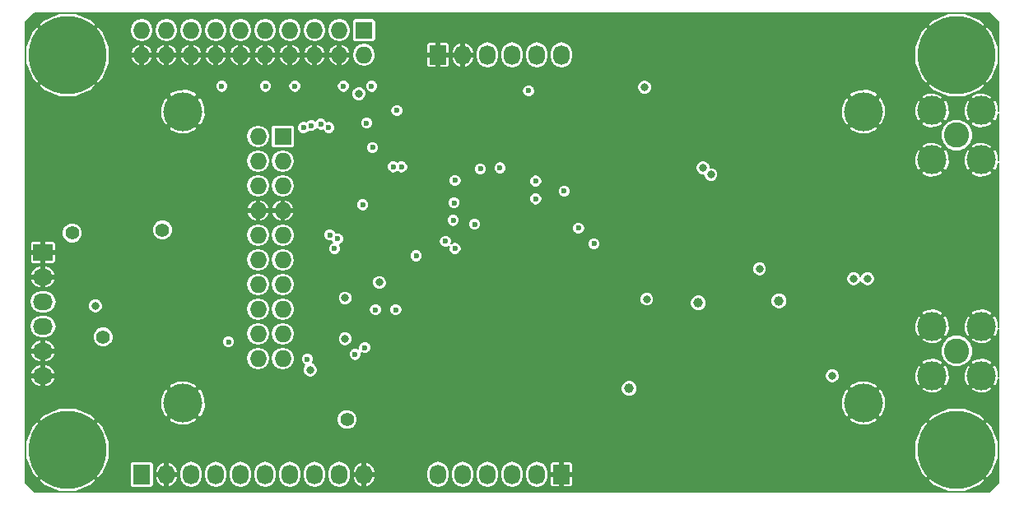
<source format=gbr>
G04 #@! TF.FileFunction,Copper,L3,Inr,Signal*
%FSLAX46Y46*%
G04 Gerber Fmt 4.6, Leading zero omitted, Abs format (unit mm)*
G04 Created by KiCad (PCBNEW 4.0.3-stable) date 09/21/16 12:07:47*
%MOMM*%
%LPD*%
G01*
G04 APERTURE LIST*
%ADD10C,0.100000*%
%ADD11R,2.032000X1.727200*%
%ADD12O,2.032000X1.727200*%
%ADD13R,1.727200X2.032000*%
%ADD14O,1.727200X2.032000*%
%ADD15C,2.600000*%
%ADD16C,3.000000*%
%ADD17R,1.727200X1.727200*%
%ADD18O,1.727200X1.727200*%
%ADD19C,4.000000*%
%ADD20C,8.000000*%
%ADD21C,0.800000*%
%ADD22C,1.400000*%
%ADD23C,0.600000*%
%ADD24C,1.000000*%
%ADD25C,0.200000*%
G04 APERTURE END LIST*
D10*
D11*
X38100000Y-127000000D03*
D12*
X38100000Y-129540000D03*
X38100000Y-132080000D03*
X38100000Y-134620000D03*
X38100000Y-137160000D03*
X38100000Y-139700000D03*
D13*
X48260000Y-149860000D03*
D14*
X50800000Y-149860000D03*
X53340000Y-149860000D03*
X55880000Y-149860000D03*
X58420000Y-149860000D03*
X60960000Y-149860000D03*
X63500000Y-149860000D03*
X66040000Y-149860000D03*
X68580000Y-149860000D03*
X71120000Y-149860000D03*
D13*
X91440000Y-149860000D03*
D14*
X88900000Y-149860000D03*
X86360000Y-149860000D03*
X83820000Y-149860000D03*
X81280000Y-149860000D03*
X78740000Y-149860000D03*
D13*
X78740000Y-106680000D03*
D14*
X81280000Y-106680000D03*
X83820000Y-106680000D03*
X86360000Y-106680000D03*
X88900000Y-106680000D03*
X91440000Y-106680000D03*
D15*
X132080000Y-137160000D03*
D16*
X134620000Y-139700000D03*
X134620000Y-134620000D03*
X129540000Y-134620000D03*
X129540000Y-139700000D03*
D15*
X132080000Y-114935000D03*
D16*
X129540000Y-117475000D03*
X134620000Y-117475000D03*
X134620000Y-112395000D03*
X129540000Y-112395000D03*
D17*
X62770000Y-115070000D03*
D18*
X60230000Y-115070000D03*
X62770000Y-117610000D03*
X60230000Y-117610000D03*
X62770000Y-120150000D03*
X60230000Y-120150000D03*
X62770000Y-122690000D03*
X60230000Y-122690000D03*
X62770000Y-125230000D03*
X60230000Y-125230000D03*
X62770000Y-127770000D03*
X60230000Y-127770000D03*
X62770000Y-130310000D03*
X60230000Y-130310000D03*
X62770000Y-132850000D03*
X60230000Y-132850000D03*
X62770000Y-135390000D03*
X60230000Y-135390000D03*
X62770000Y-137930000D03*
X60230000Y-137930000D03*
D17*
X71120000Y-104140000D03*
D18*
X71120000Y-106680000D03*
X68580000Y-104140000D03*
X68580000Y-106680000D03*
X66040000Y-104140000D03*
X66040000Y-106680000D03*
X63500000Y-104140000D03*
X63500000Y-106680000D03*
X60960000Y-104140000D03*
X60960000Y-106680000D03*
X58420000Y-104140000D03*
X58420000Y-106680000D03*
X55880000Y-104140000D03*
X55880000Y-106680000D03*
X53340000Y-104140000D03*
X53340000Y-106680000D03*
X50800000Y-104140000D03*
X50800000Y-106680000D03*
X48260000Y-104140000D03*
X48260000Y-106680000D03*
D19*
X122500000Y-142500000D03*
X52500000Y-112500000D03*
X122500000Y-112500000D03*
X52500000Y-142500000D03*
D20*
X40640000Y-147320000D03*
X132080000Y-147320000D03*
X132080000Y-106680000D03*
X40640000Y-106680000D03*
D21*
X99500000Y-121400000D03*
X99500000Y-124600000D03*
X99500000Y-120100000D03*
X103700000Y-140400000D03*
X53800000Y-138050000D03*
X52500000Y-138000000D03*
X51250000Y-138000000D03*
X50000000Y-138000000D03*
X73500000Y-132400000D03*
X65600000Y-142400000D03*
X64900000Y-132600000D03*
D22*
X45400000Y-139700000D03*
D21*
X50000000Y-131700000D03*
D22*
X55700000Y-118300000D03*
X50400000Y-118300000D03*
X45100000Y-118300000D03*
X39800000Y-118300000D03*
D23*
X66000000Y-134300000D03*
X85300000Y-122600000D03*
X85300000Y-119600000D03*
X66200000Y-124100000D03*
X66200000Y-122100000D03*
X65000000Y-124400000D03*
X64900000Y-115400000D03*
X69200000Y-117100000D03*
X77500000Y-113300000D03*
X73500000Y-113300000D03*
X75000000Y-113300000D03*
X80600000Y-118700000D03*
X73000000Y-127600000D03*
X72500000Y-118100000D03*
X71000000Y-121100000D03*
D22*
X90300000Y-144300000D03*
X85300000Y-144300000D03*
X69500000Y-142300000D03*
X74700000Y-142300000D03*
D21*
X78100000Y-145900000D03*
X79400000Y-145900000D03*
X80600000Y-145900000D03*
X81900000Y-145900000D03*
X126700000Y-107000000D03*
X126700000Y-104600000D03*
X125100000Y-104600000D03*
X122000000Y-104600000D03*
X119100000Y-104600000D03*
X116000000Y-104600000D03*
X113100000Y-104600000D03*
X110000000Y-104600000D03*
X107100000Y-104600000D03*
X104000000Y-104600000D03*
X101100000Y-104600000D03*
X98000000Y-104600000D03*
X96400000Y-104600000D03*
X96400000Y-107000000D03*
X96400000Y-110100000D03*
X96400000Y-113000000D03*
X96400000Y-116100000D03*
X96400000Y-119000000D03*
X96400000Y-122100000D03*
X96400000Y-125000000D03*
X96400000Y-128100000D03*
X96400000Y-131000000D03*
X96400000Y-137000000D03*
X96400000Y-134100000D03*
X96400000Y-140100000D03*
X96400000Y-143000000D03*
X96300000Y-146100000D03*
X96300000Y-148500000D03*
X98000000Y-148500000D03*
X101100000Y-148400000D03*
X104000000Y-148400000D03*
X107100000Y-148400000D03*
X110000000Y-148400000D03*
X113100000Y-148400000D03*
X116000000Y-148400000D03*
X119100000Y-148400000D03*
X122000000Y-148400000D03*
X125100000Y-148500000D03*
X126700000Y-148500000D03*
X126700000Y-146100000D03*
X126700000Y-143000000D03*
X126700000Y-140100000D03*
X126700000Y-137000000D03*
X126700000Y-134100000D03*
X126700000Y-131000000D03*
X126700000Y-128100000D03*
X126700000Y-125000000D03*
X126700000Y-122100000D03*
X126700000Y-119000000D03*
X126700000Y-116100000D03*
X126700000Y-113000000D03*
X126700000Y-110100000D03*
X99500000Y-118500000D03*
X99500000Y-123000000D03*
X102800000Y-112500000D03*
X105000000Y-112500000D03*
X98700000Y-131800000D03*
X107700000Y-115700000D03*
X105500000Y-121900000D03*
X104700000Y-121100000D03*
X106300000Y-121100000D03*
X106300000Y-122700000D03*
X104700000Y-122700000D03*
X107600000Y-132900000D03*
X107400000Y-131300000D03*
X109200000Y-116600000D03*
X114200000Y-124100000D03*
X114200000Y-122600000D03*
X103500000Y-126000000D03*
X108700000Y-129800000D03*
X108700000Y-128300000D03*
X108700000Y-126800000D03*
X108700000Y-125300000D03*
X94100000Y-147000000D03*
X102900000Y-133600000D03*
X102900000Y-135100000D03*
X102900000Y-136600000D03*
X111300000Y-136400000D03*
X111300000Y-134900000D03*
X111300000Y-133400000D03*
X110200000Y-137300000D03*
X108782500Y-140137500D03*
X108782500Y-139262500D03*
X109657500Y-140137500D03*
X109657500Y-139262500D03*
X114700000Y-139600000D03*
X114700000Y-141100000D03*
X103700000Y-138800000D03*
X101500000Y-145200000D03*
X103000000Y-145200000D03*
X104500000Y-145200000D03*
X109000000Y-146800000D03*
X111200000Y-146800000D03*
X114200000Y-146800000D03*
X116300000Y-146800000D03*
X118400000Y-142000000D03*
X118400000Y-132900000D03*
X122500000Y-125900000D03*
X120200000Y-129500000D03*
X120300000Y-126700000D03*
X117900000Y-129500000D03*
X117900000Y-126700000D03*
X119100000Y-129500000D03*
X119100000Y-126700000D03*
X115000000Y-128100000D03*
X113600000Y-116500000D03*
X114700000Y-115300000D03*
X117500000Y-115300000D03*
X118600000Y-116500000D03*
X113600000Y-119500000D03*
X114700000Y-120700000D03*
X118600000Y-119200000D03*
X117700000Y-120800000D03*
X119300000Y-120900000D03*
X115100000Y-137500000D03*
X124900000Y-134400000D03*
X123400000Y-134400000D03*
X120600000Y-134400000D03*
X65600000Y-139100000D03*
D22*
X50400000Y-124700000D03*
D23*
X65300000Y-138000000D03*
D21*
X69200000Y-135900000D03*
X100000000Y-110000000D03*
X111800000Y-128700000D03*
X100200000Y-131800000D03*
X121500000Y-129700000D03*
X43500000Y-132500000D03*
X70600000Y-110700000D03*
D22*
X69400000Y-144200000D03*
X44300000Y-135700000D03*
X41100000Y-125000000D03*
D24*
X113800000Y-132000000D03*
X98400000Y-141000000D03*
X105500000Y-132200000D03*
D21*
X72700000Y-130100000D03*
D23*
X56500000Y-109900000D03*
X61000000Y-109900000D03*
X64000000Y-109900000D03*
X69000000Y-109900000D03*
X71900000Y-109900000D03*
X80500000Y-119600000D03*
X75000000Y-118200000D03*
X72000000Y-116200000D03*
X71000000Y-122100000D03*
D21*
X69200000Y-131700000D03*
X119300000Y-139700000D03*
X106000000Y-118300000D03*
X106800000Y-119000000D03*
X122900000Y-129700000D03*
D23*
X74500000Y-112400000D03*
X74150000Y-118200000D03*
X94800000Y-126100000D03*
X93200000Y-124500000D03*
X88800000Y-121500000D03*
X88800000Y-119650000D03*
X80400000Y-121900000D03*
X83100000Y-118400000D03*
X91700000Y-120700000D03*
X82500000Y-124100000D03*
X80300000Y-123700000D03*
X85100000Y-118300000D03*
X57200000Y-136200000D03*
X88050000Y-110350000D03*
X80500000Y-126600000D03*
X71400000Y-113700000D03*
X79500000Y-125850000D03*
X71200000Y-136800000D03*
X76500000Y-127350000D03*
X64900000Y-114150000D03*
X70200000Y-137500000D03*
X74400000Y-132900000D03*
X72300000Y-132900000D03*
X65700000Y-113950000D03*
X68100000Y-126600000D03*
X67500000Y-114150000D03*
X68400000Y-125600000D03*
X67600000Y-125200000D03*
X66700000Y-113800000D03*
D25*
G36*
X136425000Y-103276422D02*
X136425000Y-112474124D01*
X136403139Y-111960709D01*
X136187960Y-111441220D01*
X135966233Y-111260899D01*
X134832132Y-112395000D01*
X135966233Y-113529101D01*
X136187960Y-113348780D01*
X136425000Y-112699701D01*
X136425000Y-117554124D01*
X136403139Y-117040709D01*
X136187960Y-116521220D01*
X135966233Y-116340899D01*
X134832132Y-117475000D01*
X135966233Y-118609101D01*
X136187960Y-118428780D01*
X136425000Y-117779701D01*
X136425000Y-134699124D01*
X136403139Y-134185709D01*
X136187960Y-133666220D01*
X135966233Y-133485899D01*
X134832132Y-134620000D01*
X135966233Y-135754101D01*
X136187960Y-135573780D01*
X136425000Y-134924701D01*
X136425000Y-139779124D01*
X136403139Y-139265709D01*
X136187960Y-138746220D01*
X135966233Y-138565899D01*
X134832132Y-139700000D01*
X135966233Y-140834101D01*
X136187960Y-140653780D01*
X136425000Y-140004701D01*
X136425000Y-150723578D01*
X135483578Y-151665000D01*
X37236422Y-151665000D01*
X36295000Y-150723578D01*
X36295000Y-150471314D01*
X37700818Y-150471314D01*
X38185869Y-150953017D01*
X39762974Y-151615626D01*
X41473598Y-151624264D01*
X43057315Y-150977617D01*
X43094131Y-150953017D01*
X43579182Y-150471314D01*
X40640000Y-147532132D01*
X37700818Y-150471314D01*
X36295000Y-150471314D01*
X36295000Y-148153598D01*
X36335736Y-148153598D01*
X36982383Y-149737315D01*
X37006983Y-149774131D01*
X37488686Y-150259182D01*
X40427868Y-147320000D01*
X40852132Y-147320000D01*
X43791314Y-150259182D01*
X44273017Y-149774131D01*
X44663804Y-148844000D01*
X47039544Y-148844000D01*
X47039544Y-150876000D01*
X47063949Y-151005702D01*
X47140603Y-151124825D01*
X47257563Y-151204741D01*
X47396400Y-151232856D01*
X49123600Y-151232856D01*
X49253302Y-151208451D01*
X49372425Y-151131797D01*
X49452341Y-151014837D01*
X49480456Y-150876000D01*
X49480456Y-150192081D01*
X49650198Y-150192081D01*
X49806482Y-150618414D01*
X50114021Y-150952487D01*
X50471338Y-151128620D01*
X50650000Y-151090616D01*
X50650000Y-150010000D01*
X50950000Y-150010000D01*
X50950000Y-151090616D01*
X51128662Y-151128620D01*
X51485979Y-150952487D01*
X51793518Y-150618414D01*
X51949802Y-150192081D01*
X51888754Y-150010000D01*
X50950000Y-150010000D01*
X50650000Y-150010000D01*
X49711246Y-150010000D01*
X49650198Y-150192081D01*
X49480456Y-150192081D01*
X49480456Y-149527919D01*
X49650198Y-149527919D01*
X49711246Y-149710000D01*
X50650000Y-149710000D01*
X50650000Y-148629384D01*
X50950000Y-148629384D01*
X50950000Y-149710000D01*
X51888754Y-149710000D01*
X51898531Y-149680838D01*
X52126400Y-149680838D01*
X52126400Y-150039162D01*
X52218780Y-150503587D01*
X52481855Y-150897307D01*
X52875575Y-151160382D01*
X53340000Y-151252762D01*
X53804425Y-151160382D01*
X54198145Y-150897307D01*
X54461220Y-150503587D01*
X54553600Y-150039162D01*
X54553600Y-149680838D01*
X54666400Y-149680838D01*
X54666400Y-150039162D01*
X54758780Y-150503587D01*
X55021855Y-150897307D01*
X55415575Y-151160382D01*
X55880000Y-151252762D01*
X56344425Y-151160382D01*
X56738145Y-150897307D01*
X57001220Y-150503587D01*
X57093600Y-150039162D01*
X57093600Y-149680838D01*
X57206400Y-149680838D01*
X57206400Y-150039162D01*
X57298780Y-150503587D01*
X57561855Y-150897307D01*
X57955575Y-151160382D01*
X58420000Y-151252762D01*
X58884425Y-151160382D01*
X59278145Y-150897307D01*
X59541220Y-150503587D01*
X59633600Y-150039162D01*
X59633600Y-149680838D01*
X59746400Y-149680838D01*
X59746400Y-150039162D01*
X59838780Y-150503587D01*
X60101855Y-150897307D01*
X60495575Y-151160382D01*
X60960000Y-151252762D01*
X61424425Y-151160382D01*
X61818145Y-150897307D01*
X62081220Y-150503587D01*
X62173600Y-150039162D01*
X62173600Y-149680838D01*
X62286400Y-149680838D01*
X62286400Y-150039162D01*
X62378780Y-150503587D01*
X62641855Y-150897307D01*
X63035575Y-151160382D01*
X63500000Y-151252762D01*
X63964425Y-151160382D01*
X64358145Y-150897307D01*
X64621220Y-150503587D01*
X64713600Y-150039162D01*
X64713600Y-149680838D01*
X64826400Y-149680838D01*
X64826400Y-150039162D01*
X64918780Y-150503587D01*
X65181855Y-150897307D01*
X65575575Y-151160382D01*
X66040000Y-151252762D01*
X66504425Y-151160382D01*
X66898145Y-150897307D01*
X67161220Y-150503587D01*
X67253600Y-150039162D01*
X67253600Y-149680838D01*
X67366400Y-149680838D01*
X67366400Y-150039162D01*
X67458780Y-150503587D01*
X67721855Y-150897307D01*
X68115575Y-151160382D01*
X68580000Y-151252762D01*
X69044425Y-151160382D01*
X69438145Y-150897307D01*
X69701220Y-150503587D01*
X69763182Y-150192081D01*
X69970198Y-150192081D01*
X70126482Y-150618414D01*
X70434021Y-150952487D01*
X70791338Y-151128620D01*
X70970000Y-151090616D01*
X70970000Y-150010000D01*
X71270000Y-150010000D01*
X71270000Y-151090616D01*
X71448662Y-151128620D01*
X71805979Y-150952487D01*
X72113518Y-150618414D01*
X72269802Y-150192081D01*
X72208754Y-150010000D01*
X71270000Y-150010000D01*
X70970000Y-150010000D01*
X70031246Y-150010000D01*
X69970198Y-150192081D01*
X69763182Y-150192081D01*
X69793600Y-150039162D01*
X69793600Y-149680838D01*
X69763183Y-149527919D01*
X69970198Y-149527919D01*
X70031246Y-149710000D01*
X70970000Y-149710000D01*
X70970000Y-148629384D01*
X71270000Y-148629384D01*
X71270000Y-149710000D01*
X72208754Y-149710000D01*
X72218531Y-149680838D01*
X77526400Y-149680838D01*
X77526400Y-150039162D01*
X77618780Y-150503587D01*
X77881855Y-150897307D01*
X78275575Y-151160382D01*
X78740000Y-151252762D01*
X79204425Y-151160382D01*
X79598145Y-150897307D01*
X79861220Y-150503587D01*
X79953600Y-150039162D01*
X79953600Y-149680838D01*
X80066400Y-149680838D01*
X80066400Y-150039162D01*
X80158780Y-150503587D01*
X80421855Y-150897307D01*
X80815575Y-151160382D01*
X81280000Y-151252762D01*
X81744425Y-151160382D01*
X82138145Y-150897307D01*
X82401220Y-150503587D01*
X82493600Y-150039162D01*
X82493600Y-149680838D01*
X82606400Y-149680838D01*
X82606400Y-150039162D01*
X82698780Y-150503587D01*
X82961855Y-150897307D01*
X83355575Y-151160382D01*
X83820000Y-151252762D01*
X84284425Y-151160382D01*
X84678145Y-150897307D01*
X84941220Y-150503587D01*
X85033600Y-150039162D01*
X85033600Y-149680838D01*
X85146400Y-149680838D01*
X85146400Y-150039162D01*
X85238780Y-150503587D01*
X85501855Y-150897307D01*
X85895575Y-151160382D01*
X86360000Y-151252762D01*
X86824425Y-151160382D01*
X87218145Y-150897307D01*
X87481220Y-150503587D01*
X87573600Y-150039162D01*
X87573600Y-149680838D01*
X87686400Y-149680838D01*
X87686400Y-150039162D01*
X87778780Y-150503587D01*
X88041855Y-150897307D01*
X88435575Y-151160382D01*
X88900000Y-151252762D01*
X89364425Y-151160382D01*
X89758145Y-150897307D01*
X90021220Y-150503587D01*
X90104482Y-150085000D01*
X90276400Y-150085000D01*
X90276400Y-150935674D01*
X90322072Y-151045937D01*
X90406464Y-151130328D01*
X90516727Y-151176000D01*
X91215000Y-151176000D01*
X91290000Y-151101000D01*
X91290000Y-150010000D01*
X91590000Y-150010000D01*
X91590000Y-151101000D01*
X91665000Y-151176000D01*
X92363273Y-151176000D01*
X92473536Y-151130328D01*
X92557928Y-151045937D01*
X92603600Y-150935674D01*
X92603600Y-150471314D01*
X129140818Y-150471314D01*
X129625869Y-150953017D01*
X131202974Y-151615626D01*
X132913598Y-151624264D01*
X134497315Y-150977617D01*
X134534131Y-150953017D01*
X135019182Y-150471314D01*
X132080000Y-147532132D01*
X129140818Y-150471314D01*
X92603600Y-150471314D01*
X92603600Y-150085000D01*
X92528600Y-150010000D01*
X91590000Y-150010000D01*
X91290000Y-150010000D01*
X90351400Y-150010000D01*
X90276400Y-150085000D01*
X90104482Y-150085000D01*
X90113600Y-150039162D01*
X90113600Y-149680838D01*
X90021220Y-149216413D01*
X89758145Y-148822693D01*
X89700725Y-148784326D01*
X90276400Y-148784326D01*
X90276400Y-149635000D01*
X90351400Y-149710000D01*
X91290000Y-149710000D01*
X91290000Y-148619000D01*
X91590000Y-148619000D01*
X91590000Y-149710000D01*
X92528600Y-149710000D01*
X92603600Y-149635000D01*
X92603600Y-148784326D01*
X92557928Y-148674063D01*
X92473536Y-148589672D01*
X92363273Y-148544000D01*
X91665000Y-148544000D01*
X91590000Y-148619000D01*
X91290000Y-148619000D01*
X91215000Y-148544000D01*
X90516727Y-148544000D01*
X90406464Y-148589672D01*
X90322072Y-148674063D01*
X90276400Y-148784326D01*
X89700725Y-148784326D01*
X89364425Y-148559618D01*
X88900000Y-148467238D01*
X88435575Y-148559618D01*
X88041855Y-148822693D01*
X87778780Y-149216413D01*
X87686400Y-149680838D01*
X87573600Y-149680838D01*
X87481220Y-149216413D01*
X87218145Y-148822693D01*
X86824425Y-148559618D01*
X86360000Y-148467238D01*
X85895575Y-148559618D01*
X85501855Y-148822693D01*
X85238780Y-149216413D01*
X85146400Y-149680838D01*
X85033600Y-149680838D01*
X84941220Y-149216413D01*
X84678145Y-148822693D01*
X84284425Y-148559618D01*
X83820000Y-148467238D01*
X83355575Y-148559618D01*
X82961855Y-148822693D01*
X82698780Y-149216413D01*
X82606400Y-149680838D01*
X82493600Y-149680838D01*
X82401220Y-149216413D01*
X82138145Y-148822693D01*
X81744425Y-148559618D01*
X81280000Y-148467238D01*
X80815575Y-148559618D01*
X80421855Y-148822693D01*
X80158780Y-149216413D01*
X80066400Y-149680838D01*
X79953600Y-149680838D01*
X79861220Y-149216413D01*
X79598145Y-148822693D01*
X79204425Y-148559618D01*
X78740000Y-148467238D01*
X78275575Y-148559618D01*
X77881855Y-148822693D01*
X77618780Y-149216413D01*
X77526400Y-149680838D01*
X72218531Y-149680838D01*
X72269802Y-149527919D01*
X72113518Y-149101586D01*
X71805979Y-148767513D01*
X71448662Y-148591380D01*
X71270000Y-148629384D01*
X70970000Y-148629384D01*
X70791338Y-148591380D01*
X70434021Y-148767513D01*
X70126482Y-149101586D01*
X69970198Y-149527919D01*
X69763183Y-149527919D01*
X69701220Y-149216413D01*
X69438145Y-148822693D01*
X69044425Y-148559618D01*
X68580000Y-148467238D01*
X68115575Y-148559618D01*
X67721855Y-148822693D01*
X67458780Y-149216413D01*
X67366400Y-149680838D01*
X67253600Y-149680838D01*
X67161220Y-149216413D01*
X66898145Y-148822693D01*
X66504425Y-148559618D01*
X66040000Y-148467238D01*
X65575575Y-148559618D01*
X65181855Y-148822693D01*
X64918780Y-149216413D01*
X64826400Y-149680838D01*
X64713600Y-149680838D01*
X64621220Y-149216413D01*
X64358145Y-148822693D01*
X63964425Y-148559618D01*
X63500000Y-148467238D01*
X63035575Y-148559618D01*
X62641855Y-148822693D01*
X62378780Y-149216413D01*
X62286400Y-149680838D01*
X62173600Y-149680838D01*
X62081220Y-149216413D01*
X61818145Y-148822693D01*
X61424425Y-148559618D01*
X60960000Y-148467238D01*
X60495575Y-148559618D01*
X60101855Y-148822693D01*
X59838780Y-149216413D01*
X59746400Y-149680838D01*
X59633600Y-149680838D01*
X59541220Y-149216413D01*
X59278145Y-148822693D01*
X58884425Y-148559618D01*
X58420000Y-148467238D01*
X57955575Y-148559618D01*
X57561855Y-148822693D01*
X57298780Y-149216413D01*
X57206400Y-149680838D01*
X57093600Y-149680838D01*
X57001220Y-149216413D01*
X56738145Y-148822693D01*
X56344425Y-148559618D01*
X55880000Y-148467238D01*
X55415575Y-148559618D01*
X55021855Y-148822693D01*
X54758780Y-149216413D01*
X54666400Y-149680838D01*
X54553600Y-149680838D01*
X54461220Y-149216413D01*
X54198145Y-148822693D01*
X53804425Y-148559618D01*
X53340000Y-148467238D01*
X52875575Y-148559618D01*
X52481855Y-148822693D01*
X52218780Y-149216413D01*
X52126400Y-149680838D01*
X51898531Y-149680838D01*
X51949802Y-149527919D01*
X51793518Y-149101586D01*
X51485979Y-148767513D01*
X51128662Y-148591380D01*
X50950000Y-148629384D01*
X50650000Y-148629384D01*
X50471338Y-148591380D01*
X50114021Y-148767513D01*
X49806482Y-149101586D01*
X49650198Y-149527919D01*
X49480456Y-149527919D01*
X49480456Y-148844000D01*
X49456051Y-148714298D01*
X49379397Y-148595175D01*
X49262437Y-148515259D01*
X49123600Y-148487144D01*
X47396400Y-148487144D01*
X47266698Y-148511549D01*
X47147575Y-148588203D01*
X47067659Y-148705163D01*
X47039544Y-148844000D01*
X44663804Y-148844000D01*
X44935626Y-148197026D01*
X44935845Y-148153598D01*
X127775736Y-148153598D01*
X128422383Y-149737315D01*
X128446983Y-149774131D01*
X128928686Y-150259182D01*
X131867868Y-147320000D01*
X132292132Y-147320000D01*
X135231314Y-150259182D01*
X135713017Y-149774131D01*
X136375626Y-148197026D01*
X136384264Y-146486402D01*
X135737617Y-144902685D01*
X135713017Y-144865869D01*
X135231314Y-144380818D01*
X132292132Y-147320000D01*
X131867868Y-147320000D01*
X128928686Y-144380818D01*
X128446983Y-144865869D01*
X127784374Y-146442974D01*
X127775736Y-148153598D01*
X44935845Y-148153598D01*
X44944264Y-146486402D01*
X44297617Y-144902685D01*
X44273017Y-144865869D01*
X43791314Y-144380818D01*
X40852132Y-147320000D01*
X40427868Y-147320000D01*
X37488686Y-144380818D01*
X37006983Y-144865869D01*
X36344374Y-146442974D01*
X36335736Y-148153598D01*
X36295000Y-148153598D01*
X36295000Y-144168686D01*
X37700818Y-144168686D01*
X40640000Y-147107868D01*
X43540135Y-144207733D01*
X51004399Y-144207733D01*
X51245783Y-144481476D01*
X52099533Y-144810613D01*
X53014250Y-144787980D01*
X53754217Y-144481476D01*
X53819058Y-144407942D01*
X68349818Y-144407942D01*
X68509334Y-144794000D01*
X68804446Y-145089628D01*
X69190226Y-145249818D01*
X69607942Y-145250182D01*
X69994000Y-145090666D01*
X70289628Y-144795554D01*
X70449818Y-144409774D01*
X70449994Y-144207733D01*
X121004399Y-144207733D01*
X121245783Y-144481476D01*
X122099533Y-144810613D01*
X123014250Y-144787980D01*
X123754217Y-144481476D01*
X123995601Y-144207733D01*
X123956554Y-144168686D01*
X129140818Y-144168686D01*
X132080000Y-147107868D01*
X135019182Y-144168686D01*
X134534131Y-143686983D01*
X132957026Y-143024374D01*
X131246402Y-143015736D01*
X129662685Y-143662383D01*
X129625869Y-143686983D01*
X129140818Y-144168686D01*
X123956554Y-144168686D01*
X122500000Y-142712132D01*
X121004399Y-144207733D01*
X70449994Y-144207733D01*
X70450182Y-143992058D01*
X70290666Y-143606000D01*
X69995554Y-143310372D01*
X69609774Y-143150182D01*
X69192058Y-143149818D01*
X68806000Y-143309334D01*
X68510372Y-143604446D01*
X68350182Y-143990226D01*
X68349818Y-144407942D01*
X53819058Y-144407942D01*
X53995601Y-144207733D01*
X52500000Y-142712132D01*
X51004399Y-144207733D01*
X43540135Y-144207733D01*
X43579182Y-144168686D01*
X43094131Y-143686983D01*
X41517026Y-143024374D01*
X39806402Y-143015736D01*
X38222685Y-143662383D01*
X38185869Y-143686983D01*
X37700818Y-144168686D01*
X36295000Y-144168686D01*
X36295000Y-142099533D01*
X50189387Y-142099533D01*
X50212020Y-143014250D01*
X50518524Y-143754217D01*
X50792267Y-143995601D01*
X52287868Y-142500000D01*
X52712132Y-142500000D01*
X54207733Y-143995601D01*
X54481476Y-143754217D01*
X54810613Y-142900467D01*
X54790796Y-142099533D01*
X120189387Y-142099533D01*
X120212020Y-143014250D01*
X120518524Y-143754217D01*
X120792267Y-143995601D01*
X122287868Y-142500000D01*
X122712132Y-142500000D01*
X124207733Y-143995601D01*
X124481476Y-143754217D01*
X124810613Y-142900467D01*
X124787980Y-141985750D01*
X124481476Y-141245783D01*
X124255176Y-141046233D01*
X128405899Y-141046233D01*
X128586220Y-141267960D01*
X129258854Y-141513602D01*
X129974291Y-141483139D01*
X130493780Y-141267960D01*
X130674101Y-141046233D01*
X133485899Y-141046233D01*
X133666220Y-141267960D01*
X134338854Y-141513602D01*
X135054291Y-141483139D01*
X135573780Y-141267960D01*
X135754101Y-141046233D01*
X134620000Y-139912132D01*
X133485899Y-141046233D01*
X130674101Y-141046233D01*
X129540000Y-139912132D01*
X128405899Y-141046233D01*
X124255176Y-141046233D01*
X124207733Y-141004399D01*
X122712132Y-142500000D01*
X122287868Y-142500000D01*
X120792267Y-141004399D01*
X120518524Y-141245783D01*
X120189387Y-142099533D01*
X54790796Y-142099533D01*
X54787980Y-141985750D01*
X54481476Y-141245783D01*
X54393645Y-141168334D01*
X97549853Y-141168334D01*
X97678985Y-141480857D01*
X97917885Y-141720174D01*
X98230183Y-141849852D01*
X98568334Y-141850147D01*
X98880857Y-141721015D01*
X99120174Y-141482115D01*
X99249852Y-141169817D01*
X99250147Y-140831666D01*
X99233868Y-140792267D01*
X121004399Y-140792267D01*
X122500000Y-142287868D01*
X123995601Y-140792267D01*
X123754217Y-140518524D01*
X122900467Y-140189387D01*
X121985750Y-140212020D01*
X121245783Y-140518524D01*
X121004399Y-140792267D01*
X99233868Y-140792267D01*
X99121015Y-140519143D01*
X98882115Y-140279826D01*
X98569817Y-140150148D01*
X98231666Y-140149853D01*
X97919143Y-140278985D01*
X97679826Y-140517885D01*
X97550148Y-140830183D01*
X97549853Y-141168334D01*
X54393645Y-141168334D01*
X54207733Y-141004399D01*
X52712132Y-142500000D01*
X52287868Y-142500000D01*
X50792267Y-141004399D01*
X50518524Y-141245783D01*
X50189387Y-142099533D01*
X36295000Y-142099533D01*
X36295000Y-140028662D01*
X36831380Y-140028662D01*
X37007513Y-140385979D01*
X37341586Y-140693518D01*
X37767919Y-140849802D01*
X37950000Y-140788754D01*
X37950000Y-139850000D01*
X38250000Y-139850000D01*
X38250000Y-140788754D01*
X38432081Y-140849802D01*
X38589032Y-140792267D01*
X51004399Y-140792267D01*
X52500000Y-142287868D01*
X53995601Y-140792267D01*
X53754217Y-140518524D01*
X52900467Y-140189387D01*
X51985750Y-140212020D01*
X51245783Y-140518524D01*
X51004399Y-140792267D01*
X38589032Y-140792267D01*
X38858414Y-140693518D01*
X39192487Y-140385979D01*
X39368620Y-140028662D01*
X39330616Y-139850000D01*
X38250000Y-139850000D01*
X37950000Y-139850000D01*
X36869384Y-139850000D01*
X36831380Y-140028662D01*
X36295000Y-140028662D01*
X36295000Y-139371338D01*
X36831380Y-139371338D01*
X36869384Y-139550000D01*
X37950000Y-139550000D01*
X37950000Y-138611246D01*
X38250000Y-138611246D01*
X38250000Y-139550000D01*
X39330616Y-139550000D01*
X39368620Y-139371338D01*
X39192487Y-139014021D01*
X38858414Y-138706482D01*
X38432081Y-138550198D01*
X38250000Y-138611246D01*
X37950000Y-138611246D01*
X37767919Y-138550198D01*
X37341586Y-138706482D01*
X37007513Y-139014021D01*
X36831380Y-139371338D01*
X36295000Y-139371338D01*
X36295000Y-137488662D01*
X36831380Y-137488662D01*
X37007513Y-137845979D01*
X37341586Y-138153518D01*
X37767919Y-138309802D01*
X37950000Y-138248754D01*
X37950000Y-137310000D01*
X38250000Y-137310000D01*
X38250000Y-138248754D01*
X38432081Y-138309802D01*
X38858414Y-138153518D01*
X39101216Y-137930000D01*
X58992624Y-137930000D01*
X59085004Y-138394425D01*
X59348079Y-138788145D01*
X59741799Y-139051220D01*
X60206224Y-139143600D01*
X60253776Y-139143600D01*
X60718201Y-139051220D01*
X61111921Y-138788145D01*
X61374996Y-138394425D01*
X61467376Y-137930000D01*
X61532624Y-137930000D01*
X61625004Y-138394425D01*
X61888079Y-138788145D01*
X62281799Y-139051220D01*
X62746224Y-139143600D01*
X62793776Y-139143600D01*
X63258201Y-139051220D01*
X63651921Y-138788145D01*
X63914996Y-138394425D01*
X63967846Y-138128726D01*
X64649888Y-138128726D01*
X64748636Y-138367714D01*
X64931324Y-138550722D01*
X65042434Y-138596859D01*
X64964552Y-138674605D01*
X64850131Y-138950161D01*
X64849870Y-139248530D01*
X64963811Y-139524286D01*
X65174605Y-139735448D01*
X65450161Y-139849869D01*
X65748530Y-139850130D01*
X65752402Y-139848530D01*
X118549870Y-139848530D01*
X118663811Y-140124286D01*
X118874605Y-140335448D01*
X119150161Y-140449869D01*
X119448530Y-140450130D01*
X119724286Y-140336189D01*
X119935448Y-140125395D01*
X120049869Y-139849839D01*
X120050130Y-139551470D01*
X119995334Y-139418854D01*
X127726398Y-139418854D01*
X127756861Y-140134291D01*
X127972040Y-140653780D01*
X128193767Y-140834101D01*
X129327868Y-139700000D01*
X129752132Y-139700000D01*
X130886233Y-140834101D01*
X131107960Y-140653780D01*
X131353602Y-139981146D01*
X131329660Y-139418854D01*
X132806398Y-139418854D01*
X132836861Y-140134291D01*
X133052040Y-140653780D01*
X133273767Y-140834101D01*
X134407868Y-139700000D01*
X133273767Y-138565899D01*
X133052040Y-138746220D01*
X132806398Y-139418854D01*
X131329660Y-139418854D01*
X131323139Y-139265709D01*
X131107960Y-138746220D01*
X130886233Y-138565899D01*
X129752132Y-139700000D01*
X129327868Y-139700000D01*
X128193767Y-138565899D01*
X127972040Y-138746220D01*
X127726398Y-139418854D01*
X119995334Y-139418854D01*
X119936189Y-139275714D01*
X119725395Y-139064552D01*
X119449839Y-138950131D01*
X119151470Y-138949870D01*
X118875714Y-139063811D01*
X118664552Y-139274605D01*
X118550131Y-139550161D01*
X118549870Y-139848530D01*
X65752402Y-139848530D01*
X66024286Y-139736189D01*
X66235448Y-139525395D01*
X66349869Y-139249839D01*
X66350130Y-138951470D01*
X66236189Y-138675714D01*
X66025395Y-138464552D01*
X65834206Y-138385163D01*
X65850722Y-138368676D01*
X65856912Y-138353767D01*
X128405899Y-138353767D01*
X129540000Y-139487868D01*
X130674101Y-138353767D01*
X130493780Y-138132040D01*
X129821146Y-137886398D01*
X129105709Y-137916861D01*
X128586220Y-138132040D01*
X128405899Y-138353767D01*
X65856912Y-138353767D01*
X65949887Y-138129860D01*
X65950112Y-137871274D01*
X65851364Y-137632286D01*
X65847811Y-137628726D01*
X69549888Y-137628726D01*
X69648636Y-137867714D01*
X69831324Y-138050722D01*
X70070140Y-138149887D01*
X70328726Y-138150112D01*
X70567714Y-138051364D01*
X70750722Y-137868676D01*
X70849887Y-137629860D01*
X70850011Y-137486765D01*
X130429715Y-137486765D01*
X130680383Y-138093429D01*
X131144130Y-138557986D01*
X131750355Y-138809713D01*
X132406765Y-138810285D01*
X133013429Y-138559617D01*
X133219638Y-138353767D01*
X133485899Y-138353767D01*
X134620000Y-139487868D01*
X135754101Y-138353767D01*
X135573780Y-138132040D01*
X134901146Y-137886398D01*
X134185709Y-137916861D01*
X133666220Y-138132040D01*
X133485899Y-138353767D01*
X133219638Y-138353767D01*
X133477986Y-138095870D01*
X133729713Y-137489645D01*
X133730285Y-136833235D01*
X133479617Y-136226571D01*
X133219733Y-135966233D01*
X133485899Y-135966233D01*
X133666220Y-136187960D01*
X134338854Y-136433602D01*
X135054291Y-136403139D01*
X135573780Y-136187960D01*
X135754101Y-135966233D01*
X134620000Y-134832132D01*
X133485899Y-135966233D01*
X133219733Y-135966233D01*
X133015870Y-135762014D01*
X132409645Y-135510287D01*
X131753235Y-135509715D01*
X131146571Y-135760383D01*
X130682014Y-136224130D01*
X130430287Y-136830355D01*
X130429715Y-137486765D01*
X70850011Y-137486765D01*
X70850112Y-137371274D01*
X70843752Y-137355883D01*
X71070140Y-137449887D01*
X71328726Y-137450112D01*
X71567714Y-137351364D01*
X71750722Y-137168676D01*
X71849887Y-136929860D01*
X71850112Y-136671274D01*
X71751364Y-136432286D01*
X71568676Y-136249278D01*
X71329860Y-136150113D01*
X71071274Y-136149888D01*
X70832286Y-136248636D01*
X70649278Y-136431324D01*
X70550113Y-136670140D01*
X70549888Y-136928726D01*
X70556248Y-136944117D01*
X70329860Y-136850113D01*
X70071274Y-136849888D01*
X69832286Y-136948636D01*
X69649278Y-137131324D01*
X69550113Y-137370140D01*
X69549888Y-137628726D01*
X65847811Y-137628726D01*
X65668676Y-137449278D01*
X65429860Y-137350113D01*
X65171274Y-137349888D01*
X64932286Y-137448636D01*
X64749278Y-137631324D01*
X64650113Y-137870140D01*
X64649888Y-138128726D01*
X63967846Y-138128726D01*
X64007376Y-137930000D01*
X63914996Y-137465575D01*
X63651921Y-137071855D01*
X63258201Y-136808780D01*
X62793776Y-136716400D01*
X62746224Y-136716400D01*
X62281799Y-136808780D01*
X61888079Y-137071855D01*
X61625004Y-137465575D01*
X61532624Y-137930000D01*
X61467376Y-137930000D01*
X61374996Y-137465575D01*
X61111921Y-137071855D01*
X60718201Y-136808780D01*
X60253776Y-136716400D01*
X60206224Y-136716400D01*
X59741799Y-136808780D01*
X59348079Y-137071855D01*
X59085004Y-137465575D01*
X58992624Y-137930000D01*
X39101216Y-137930000D01*
X39192487Y-137845979D01*
X39368620Y-137488662D01*
X39330616Y-137310000D01*
X38250000Y-137310000D01*
X37950000Y-137310000D01*
X36869384Y-137310000D01*
X36831380Y-137488662D01*
X36295000Y-137488662D01*
X36295000Y-136831338D01*
X36831380Y-136831338D01*
X36869384Y-137010000D01*
X37950000Y-137010000D01*
X37950000Y-136071246D01*
X38250000Y-136071246D01*
X38250000Y-137010000D01*
X39330616Y-137010000D01*
X39368620Y-136831338D01*
X39192487Y-136474021D01*
X38858414Y-136166482D01*
X38432081Y-136010198D01*
X38250000Y-136071246D01*
X37950000Y-136071246D01*
X37767919Y-136010198D01*
X37341586Y-136166482D01*
X37007513Y-136474021D01*
X36831380Y-136831338D01*
X36295000Y-136831338D01*
X36295000Y-135907942D01*
X43249818Y-135907942D01*
X43409334Y-136294000D01*
X43704446Y-136589628D01*
X44090226Y-136749818D01*
X44507942Y-136750182D01*
X44894000Y-136590666D01*
X45156397Y-136328726D01*
X56549888Y-136328726D01*
X56648636Y-136567714D01*
X56831324Y-136750722D01*
X57070140Y-136849887D01*
X57328726Y-136850112D01*
X57567714Y-136751364D01*
X57750722Y-136568676D01*
X57849887Y-136329860D01*
X57850112Y-136071274D01*
X57751364Y-135832286D01*
X57568676Y-135649278D01*
X57329860Y-135550113D01*
X57071274Y-135549888D01*
X56832286Y-135648636D01*
X56649278Y-135831324D01*
X56550113Y-136070140D01*
X56549888Y-136328726D01*
X45156397Y-136328726D01*
X45189628Y-136295554D01*
X45349818Y-135909774D01*
X45350182Y-135492058D01*
X45308013Y-135390000D01*
X58992624Y-135390000D01*
X59085004Y-135854425D01*
X59348079Y-136248145D01*
X59741799Y-136511220D01*
X60206224Y-136603600D01*
X60253776Y-136603600D01*
X60718201Y-136511220D01*
X61111921Y-136248145D01*
X61374996Y-135854425D01*
X61467376Y-135390000D01*
X61532624Y-135390000D01*
X61625004Y-135854425D01*
X61888079Y-136248145D01*
X62281799Y-136511220D01*
X62746224Y-136603600D01*
X62793776Y-136603600D01*
X63258201Y-136511220D01*
X63651921Y-136248145D01*
X63785299Y-136048530D01*
X68449870Y-136048530D01*
X68563811Y-136324286D01*
X68774605Y-136535448D01*
X69050161Y-136649869D01*
X69348530Y-136650130D01*
X69624286Y-136536189D01*
X69835448Y-136325395D01*
X69949869Y-136049839D01*
X69949942Y-135966233D01*
X128405899Y-135966233D01*
X128586220Y-136187960D01*
X129258854Y-136433602D01*
X129974291Y-136403139D01*
X130493780Y-136187960D01*
X130674101Y-135966233D01*
X129540000Y-134832132D01*
X128405899Y-135966233D01*
X69949942Y-135966233D01*
X69950130Y-135751470D01*
X69836189Y-135475714D01*
X69625395Y-135264552D01*
X69349839Y-135150131D01*
X69051470Y-135149870D01*
X68775714Y-135263811D01*
X68564552Y-135474605D01*
X68450131Y-135750161D01*
X68449870Y-136048530D01*
X63785299Y-136048530D01*
X63914996Y-135854425D01*
X64007376Y-135390000D01*
X63914996Y-134925575D01*
X63651921Y-134531855D01*
X63363075Y-134338854D01*
X127726398Y-134338854D01*
X127756861Y-135054291D01*
X127972040Y-135573780D01*
X128193767Y-135754101D01*
X129327868Y-134620000D01*
X129752132Y-134620000D01*
X130886233Y-135754101D01*
X131107960Y-135573780D01*
X131353602Y-134901146D01*
X131329660Y-134338854D01*
X132806398Y-134338854D01*
X132836861Y-135054291D01*
X133052040Y-135573780D01*
X133273767Y-135754101D01*
X134407868Y-134620000D01*
X133273767Y-133485899D01*
X133052040Y-133666220D01*
X132806398Y-134338854D01*
X131329660Y-134338854D01*
X131323139Y-134185709D01*
X131107960Y-133666220D01*
X130886233Y-133485899D01*
X129752132Y-134620000D01*
X129327868Y-134620000D01*
X128193767Y-133485899D01*
X127972040Y-133666220D01*
X127726398Y-134338854D01*
X63363075Y-134338854D01*
X63258201Y-134268780D01*
X62793776Y-134176400D01*
X62746224Y-134176400D01*
X62281799Y-134268780D01*
X61888079Y-134531855D01*
X61625004Y-134925575D01*
X61532624Y-135390000D01*
X61467376Y-135390000D01*
X61374996Y-134925575D01*
X61111921Y-134531855D01*
X60718201Y-134268780D01*
X60253776Y-134176400D01*
X60206224Y-134176400D01*
X59741799Y-134268780D01*
X59348079Y-134531855D01*
X59085004Y-134925575D01*
X58992624Y-135390000D01*
X45308013Y-135390000D01*
X45190666Y-135106000D01*
X44895554Y-134810372D01*
X44509774Y-134650182D01*
X44092058Y-134649818D01*
X43706000Y-134809334D01*
X43410372Y-135104446D01*
X43250182Y-135490226D01*
X43249818Y-135907942D01*
X36295000Y-135907942D01*
X36295000Y-134620000D01*
X36707238Y-134620000D01*
X36799618Y-135084425D01*
X37062693Y-135478145D01*
X37456413Y-135741220D01*
X37920838Y-135833600D01*
X38279162Y-135833600D01*
X38743587Y-135741220D01*
X39137307Y-135478145D01*
X39400382Y-135084425D01*
X39492762Y-134620000D01*
X39400382Y-134155575D01*
X39137307Y-133761855D01*
X38743587Y-133498780D01*
X38279162Y-133406400D01*
X37920838Y-133406400D01*
X37456413Y-133498780D01*
X37062693Y-133761855D01*
X36799618Y-134155575D01*
X36707238Y-134620000D01*
X36295000Y-134620000D01*
X36295000Y-132080000D01*
X36707238Y-132080000D01*
X36799618Y-132544425D01*
X37062693Y-132938145D01*
X37456413Y-133201220D01*
X37920838Y-133293600D01*
X38279162Y-133293600D01*
X38743587Y-133201220D01*
X39137307Y-132938145D01*
X39330821Y-132648530D01*
X42749870Y-132648530D01*
X42863811Y-132924286D01*
X43074605Y-133135448D01*
X43350161Y-133249869D01*
X43648530Y-133250130D01*
X43924286Y-133136189D01*
X44135448Y-132925395D01*
X44166754Y-132850000D01*
X58992624Y-132850000D01*
X59085004Y-133314425D01*
X59348079Y-133708145D01*
X59741799Y-133971220D01*
X60206224Y-134063600D01*
X60253776Y-134063600D01*
X60718201Y-133971220D01*
X61111921Y-133708145D01*
X61374996Y-133314425D01*
X61467376Y-132850000D01*
X61532624Y-132850000D01*
X61625004Y-133314425D01*
X61888079Y-133708145D01*
X62281799Y-133971220D01*
X62746224Y-134063600D01*
X62793776Y-134063600D01*
X63258201Y-133971220D01*
X63651921Y-133708145D01*
X63914996Y-133314425D01*
X63971825Y-133028726D01*
X71649888Y-133028726D01*
X71748636Y-133267714D01*
X71931324Y-133450722D01*
X72170140Y-133549887D01*
X72428726Y-133550112D01*
X72667714Y-133451364D01*
X72850722Y-133268676D01*
X72949887Y-133029860D01*
X72949887Y-133028726D01*
X73749888Y-133028726D01*
X73848636Y-133267714D01*
X74031324Y-133450722D01*
X74270140Y-133549887D01*
X74528726Y-133550112D01*
X74767714Y-133451364D01*
X74945622Y-133273767D01*
X128405899Y-133273767D01*
X129540000Y-134407868D01*
X130674101Y-133273767D01*
X133485899Y-133273767D01*
X134620000Y-134407868D01*
X135754101Y-133273767D01*
X135573780Y-133052040D01*
X134901146Y-132806398D01*
X134185709Y-132836861D01*
X133666220Y-133052040D01*
X133485899Y-133273767D01*
X130674101Y-133273767D01*
X130493780Y-133052040D01*
X129821146Y-132806398D01*
X129105709Y-132836861D01*
X128586220Y-133052040D01*
X128405899Y-133273767D01*
X74945622Y-133273767D01*
X74950722Y-133268676D01*
X75049887Y-133029860D01*
X75050112Y-132771274D01*
X74951364Y-132532286D01*
X74768676Y-132349278D01*
X74529860Y-132250113D01*
X74271274Y-132249888D01*
X74032286Y-132348636D01*
X73849278Y-132531324D01*
X73750113Y-132770140D01*
X73749888Y-133028726D01*
X72949887Y-133028726D01*
X72950112Y-132771274D01*
X72851364Y-132532286D01*
X72668676Y-132349278D01*
X72429860Y-132250113D01*
X72171274Y-132249888D01*
X71932286Y-132348636D01*
X71749278Y-132531324D01*
X71650113Y-132770140D01*
X71649888Y-133028726D01*
X63971825Y-133028726D01*
X64007376Y-132850000D01*
X63914996Y-132385575D01*
X63651921Y-131991855D01*
X63437420Y-131848530D01*
X68449870Y-131848530D01*
X68563811Y-132124286D01*
X68774605Y-132335448D01*
X69050161Y-132449869D01*
X69348530Y-132450130D01*
X69624286Y-132336189D01*
X69835448Y-132125395D01*
X69908888Y-131948530D01*
X99449870Y-131948530D01*
X99563811Y-132224286D01*
X99774605Y-132435448D01*
X100050161Y-132549869D01*
X100348530Y-132550130D01*
X100624286Y-132436189D01*
X100692259Y-132368334D01*
X104649853Y-132368334D01*
X104778985Y-132680857D01*
X105017885Y-132920174D01*
X105330183Y-133049852D01*
X105668334Y-133050147D01*
X105980857Y-132921015D01*
X106220174Y-132682115D01*
X106349852Y-132369817D01*
X106350027Y-132168334D01*
X112949853Y-132168334D01*
X113078985Y-132480857D01*
X113317885Y-132720174D01*
X113630183Y-132849852D01*
X113968334Y-132850147D01*
X114280857Y-132721015D01*
X114520174Y-132482115D01*
X114649852Y-132169817D01*
X114650147Y-131831666D01*
X114521015Y-131519143D01*
X114282115Y-131279826D01*
X113969817Y-131150148D01*
X113631666Y-131149853D01*
X113319143Y-131278985D01*
X113079826Y-131517885D01*
X112950148Y-131830183D01*
X112949853Y-132168334D01*
X106350027Y-132168334D01*
X106350147Y-132031666D01*
X106221015Y-131719143D01*
X105982115Y-131479826D01*
X105669817Y-131350148D01*
X105331666Y-131349853D01*
X105019143Y-131478985D01*
X104779826Y-131717885D01*
X104650148Y-132030183D01*
X104649853Y-132368334D01*
X100692259Y-132368334D01*
X100835448Y-132225395D01*
X100949869Y-131949839D01*
X100950130Y-131651470D01*
X100836189Y-131375714D01*
X100625395Y-131164552D01*
X100349839Y-131050131D01*
X100051470Y-131049870D01*
X99775714Y-131163811D01*
X99564552Y-131374605D01*
X99450131Y-131650161D01*
X99449870Y-131948530D01*
X69908888Y-131948530D01*
X69949869Y-131849839D01*
X69950130Y-131551470D01*
X69836189Y-131275714D01*
X69625395Y-131064552D01*
X69349839Y-130950131D01*
X69051470Y-130949870D01*
X68775714Y-131063811D01*
X68564552Y-131274605D01*
X68450131Y-131550161D01*
X68449870Y-131848530D01*
X63437420Y-131848530D01*
X63258201Y-131728780D01*
X62793776Y-131636400D01*
X62746224Y-131636400D01*
X62281799Y-131728780D01*
X61888079Y-131991855D01*
X61625004Y-132385575D01*
X61532624Y-132850000D01*
X61467376Y-132850000D01*
X61374996Y-132385575D01*
X61111921Y-131991855D01*
X60718201Y-131728780D01*
X60253776Y-131636400D01*
X60206224Y-131636400D01*
X59741799Y-131728780D01*
X59348079Y-131991855D01*
X59085004Y-132385575D01*
X58992624Y-132850000D01*
X44166754Y-132850000D01*
X44249869Y-132649839D01*
X44250130Y-132351470D01*
X44136189Y-132075714D01*
X43925395Y-131864552D01*
X43649839Y-131750131D01*
X43351470Y-131749870D01*
X43075714Y-131863811D01*
X42864552Y-132074605D01*
X42750131Y-132350161D01*
X42749870Y-132648530D01*
X39330821Y-132648530D01*
X39400382Y-132544425D01*
X39492762Y-132080000D01*
X39400382Y-131615575D01*
X39137307Y-131221855D01*
X38743587Y-130958780D01*
X38279162Y-130866400D01*
X37920838Y-130866400D01*
X37456413Y-130958780D01*
X37062693Y-131221855D01*
X36799618Y-131615575D01*
X36707238Y-132080000D01*
X36295000Y-132080000D01*
X36295000Y-129868662D01*
X36831380Y-129868662D01*
X37007513Y-130225979D01*
X37341586Y-130533518D01*
X37767919Y-130689802D01*
X37950000Y-130628754D01*
X37950000Y-129690000D01*
X38250000Y-129690000D01*
X38250000Y-130628754D01*
X38432081Y-130689802D01*
X38858414Y-130533518D01*
X39101216Y-130310000D01*
X58992624Y-130310000D01*
X59085004Y-130774425D01*
X59348079Y-131168145D01*
X59741799Y-131431220D01*
X60206224Y-131523600D01*
X60253776Y-131523600D01*
X60718201Y-131431220D01*
X61111921Y-131168145D01*
X61374996Y-130774425D01*
X61467376Y-130310000D01*
X61532624Y-130310000D01*
X61625004Y-130774425D01*
X61888079Y-131168145D01*
X62281799Y-131431220D01*
X62746224Y-131523600D01*
X62793776Y-131523600D01*
X63258201Y-131431220D01*
X63651921Y-131168145D01*
X63914996Y-130774425D01*
X64007376Y-130310000D01*
X63995149Y-130248530D01*
X71949870Y-130248530D01*
X72063811Y-130524286D01*
X72274605Y-130735448D01*
X72550161Y-130849869D01*
X72848530Y-130850130D01*
X73124286Y-130736189D01*
X73335448Y-130525395D01*
X73449869Y-130249839D01*
X73450130Y-129951470D01*
X73407596Y-129848530D01*
X120749870Y-129848530D01*
X120863811Y-130124286D01*
X121074605Y-130335448D01*
X121350161Y-130449869D01*
X121648530Y-130450130D01*
X121924286Y-130336189D01*
X122135448Y-130125395D01*
X122200017Y-129969895D01*
X122263811Y-130124286D01*
X122474605Y-130335448D01*
X122750161Y-130449869D01*
X123048530Y-130450130D01*
X123324286Y-130336189D01*
X123535448Y-130125395D01*
X123649869Y-129849839D01*
X123650130Y-129551470D01*
X123536189Y-129275714D01*
X123325395Y-129064552D01*
X123049839Y-128950131D01*
X122751470Y-128949870D01*
X122475714Y-129063811D01*
X122264552Y-129274605D01*
X122199983Y-129430105D01*
X122136189Y-129275714D01*
X121925395Y-129064552D01*
X121649839Y-128950131D01*
X121351470Y-128949870D01*
X121075714Y-129063811D01*
X120864552Y-129274605D01*
X120750131Y-129550161D01*
X120749870Y-129848530D01*
X73407596Y-129848530D01*
X73336189Y-129675714D01*
X73125395Y-129464552D01*
X72849839Y-129350131D01*
X72551470Y-129349870D01*
X72275714Y-129463811D01*
X72064552Y-129674605D01*
X71950131Y-129950161D01*
X71949870Y-130248530D01*
X63995149Y-130248530D01*
X63914996Y-129845575D01*
X63651921Y-129451855D01*
X63258201Y-129188780D01*
X62793776Y-129096400D01*
X62746224Y-129096400D01*
X62281799Y-129188780D01*
X61888079Y-129451855D01*
X61625004Y-129845575D01*
X61532624Y-130310000D01*
X61467376Y-130310000D01*
X61374996Y-129845575D01*
X61111921Y-129451855D01*
X60718201Y-129188780D01*
X60253776Y-129096400D01*
X60206224Y-129096400D01*
X59741799Y-129188780D01*
X59348079Y-129451855D01*
X59085004Y-129845575D01*
X58992624Y-130310000D01*
X39101216Y-130310000D01*
X39192487Y-130225979D01*
X39368620Y-129868662D01*
X39330616Y-129690000D01*
X38250000Y-129690000D01*
X37950000Y-129690000D01*
X36869384Y-129690000D01*
X36831380Y-129868662D01*
X36295000Y-129868662D01*
X36295000Y-129211338D01*
X36831380Y-129211338D01*
X36869384Y-129390000D01*
X37950000Y-129390000D01*
X37950000Y-128451246D01*
X38250000Y-128451246D01*
X38250000Y-129390000D01*
X39330616Y-129390000D01*
X39368620Y-129211338D01*
X39192487Y-128854021D01*
X38858414Y-128546482D01*
X38432081Y-128390198D01*
X38250000Y-128451246D01*
X37950000Y-128451246D01*
X37767919Y-128390198D01*
X37341586Y-128546482D01*
X37007513Y-128854021D01*
X36831380Y-129211338D01*
X36295000Y-129211338D01*
X36295000Y-127225000D01*
X36784000Y-127225000D01*
X36784000Y-127923273D01*
X36829672Y-128033536D01*
X36914063Y-128117928D01*
X37024326Y-128163600D01*
X37875000Y-128163600D01*
X37950000Y-128088600D01*
X37950000Y-127150000D01*
X38250000Y-127150000D01*
X38250000Y-128088600D01*
X38325000Y-128163600D01*
X39175674Y-128163600D01*
X39285937Y-128117928D01*
X39370328Y-128033536D01*
X39416000Y-127923273D01*
X39416000Y-127770000D01*
X58992624Y-127770000D01*
X59085004Y-128234425D01*
X59348079Y-128628145D01*
X59741799Y-128891220D01*
X60206224Y-128983600D01*
X60253776Y-128983600D01*
X60718201Y-128891220D01*
X61111921Y-128628145D01*
X61374996Y-128234425D01*
X61467376Y-127770000D01*
X61532624Y-127770000D01*
X61625004Y-128234425D01*
X61888079Y-128628145D01*
X62281799Y-128891220D01*
X62746224Y-128983600D01*
X62793776Y-128983600D01*
X63258201Y-128891220D01*
X63322091Y-128848530D01*
X111049870Y-128848530D01*
X111163811Y-129124286D01*
X111374605Y-129335448D01*
X111650161Y-129449869D01*
X111948530Y-129450130D01*
X112224286Y-129336189D01*
X112435448Y-129125395D01*
X112549869Y-128849839D01*
X112550130Y-128551470D01*
X112436189Y-128275714D01*
X112225395Y-128064552D01*
X111949839Y-127950131D01*
X111651470Y-127949870D01*
X111375714Y-128063811D01*
X111164552Y-128274605D01*
X111050131Y-128550161D01*
X111049870Y-128848530D01*
X63322091Y-128848530D01*
X63651921Y-128628145D01*
X63914996Y-128234425D01*
X64007376Y-127770000D01*
X63949438Y-127478726D01*
X75849888Y-127478726D01*
X75948636Y-127717714D01*
X76131324Y-127900722D01*
X76370140Y-127999887D01*
X76628726Y-128000112D01*
X76867714Y-127901364D01*
X77050722Y-127718676D01*
X77149887Y-127479860D01*
X77150112Y-127221274D01*
X77051364Y-126982286D01*
X76868676Y-126799278D01*
X76629860Y-126700113D01*
X76371274Y-126699888D01*
X76132286Y-126798636D01*
X75949278Y-126981324D01*
X75850113Y-127220140D01*
X75849888Y-127478726D01*
X63949438Y-127478726D01*
X63914996Y-127305575D01*
X63651921Y-126911855D01*
X63258201Y-126648780D01*
X62793776Y-126556400D01*
X62746224Y-126556400D01*
X62281799Y-126648780D01*
X61888079Y-126911855D01*
X61625004Y-127305575D01*
X61532624Y-127770000D01*
X61467376Y-127770000D01*
X61374996Y-127305575D01*
X61111921Y-126911855D01*
X60718201Y-126648780D01*
X60253776Y-126556400D01*
X60206224Y-126556400D01*
X59741799Y-126648780D01*
X59348079Y-126911855D01*
X59085004Y-127305575D01*
X58992624Y-127770000D01*
X39416000Y-127770000D01*
X39416000Y-127225000D01*
X39341000Y-127150000D01*
X38250000Y-127150000D01*
X37950000Y-127150000D01*
X36859000Y-127150000D01*
X36784000Y-127225000D01*
X36295000Y-127225000D01*
X36295000Y-126076727D01*
X36784000Y-126076727D01*
X36784000Y-126775000D01*
X36859000Y-126850000D01*
X37950000Y-126850000D01*
X37950000Y-125911400D01*
X38250000Y-125911400D01*
X38250000Y-126850000D01*
X39341000Y-126850000D01*
X39416000Y-126775000D01*
X39416000Y-126076727D01*
X39370328Y-125966464D01*
X39285937Y-125882072D01*
X39175674Y-125836400D01*
X38325000Y-125836400D01*
X38250000Y-125911400D01*
X37950000Y-125911400D01*
X37875000Y-125836400D01*
X37024326Y-125836400D01*
X36914063Y-125882072D01*
X36829672Y-125966464D01*
X36784000Y-126076727D01*
X36295000Y-126076727D01*
X36295000Y-125207942D01*
X40049818Y-125207942D01*
X40209334Y-125594000D01*
X40504446Y-125889628D01*
X40890226Y-126049818D01*
X41307942Y-126050182D01*
X41694000Y-125890666D01*
X41989628Y-125595554D01*
X42149818Y-125209774D01*
X42150081Y-124907942D01*
X49349818Y-124907942D01*
X49509334Y-125294000D01*
X49804446Y-125589628D01*
X50190226Y-125749818D01*
X50607942Y-125750182D01*
X50994000Y-125590666D01*
X51289628Y-125295554D01*
X51316848Y-125230000D01*
X58992624Y-125230000D01*
X59085004Y-125694425D01*
X59348079Y-126088145D01*
X59741799Y-126351220D01*
X60206224Y-126443600D01*
X60253776Y-126443600D01*
X60718201Y-126351220D01*
X61111921Y-126088145D01*
X61374996Y-125694425D01*
X61467376Y-125230000D01*
X61532624Y-125230000D01*
X61625004Y-125694425D01*
X61888079Y-126088145D01*
X62281799Y-126351220D01*
X62746224Y-126443600D01*
X62793776Y-126443600D01*
X63258201Y-126351220D01*
X63651921Y-126088145D01*
X63914996Y-125694425D01*
X63987738Y-125328726D01*
X66949888Y-125328726D01*
X67048636Y-125567714D01*
X67231324Y-125750722D01*
X67470140Y-125849887D01*
X67728726Y-125850112D01*
X67789643Y-125824941D01*
X67848636Y-125967714D01*
X67871850Y-125990969D01*
X67732286Y-126048636D01*
X67549278Y-126231324D01*
X67450113Y-126470140D01*
X67449888Y-126728726D01*
X67548636Y-126967714D01*
X67731324Y-127150722D01*
X67970140Y-127249887D01*
X68228726Y-127250112D01*
X68467714Y-127151364D01*
X68650722Y-126968676D01*
X68749887Y-126729860D01*
X68750112Y-126471274D01*
X68651364Y-126232286D01*
X68628150Y-126209031D01*
X68767714Y-126151364D01*
X68940654Y-125978726D01*
X78849888Y-125978726D01*
X78948636Y-126217714D01*
X79131324Y-126400722D01*
X79370140Y-126499887D01*
X79628726Y-126500112D01*
X79867714Y-126401364D01*
X79886429Y-126382682D01*
X79850113Y-126470140D01*
X79849888Y-126728726D01*
X79948636Y-126967714D01*
X80131324Y-127150722D01*
X80370140Y-127249887D01*
X80628726Y-127250112D01*
X80867714Y-127151364D01*
X81050722Y-126968676D01*
X81149887Y-126729860D01*
X81150112Y-126471274D01*
X81051364Y-126232286D01*
X81047811Y-126228726D01*
X94149888Y-126228726D01*
X94248636Y-126467714D01*
X94431324Y-126650722D01*
X94670140Y-126749887D01*
X94928726Y-126750112D01*
X95167714Y-126651364D01*
X95350722Y-126468676D01*
X95449887Y-126229860D01*
X95450112Y-125971274D01*
X95351364Y-125732286D01*
X95168676Y-125549278D01*
X94929860Y-125450113D01*
X94671274Y-125449888D01*
X94432286Y-125548636D01*
X94249278Y-125731324D01*
X94150113Y-125970140D01*
X94149888Y-126228726D01*
X81047811Y-126228726D01*
X80868676Y-126049278D01*
X80629860Y-125950113D01*
X80371274Y-125949888D01*
X80132286Y-126048636D01*
X80113571Y-126067318D01*
X80149887Y-125979860D01*
X80150112Y-125721274D01*
X80051364Y-125482286D01*
X79868676Y-125299278D01*
X79629860Y-125200113D01*
X79371274Y-125199888D01*
X79132286Y-125298636D01*
X78949278Y-125481324D01*
X78850113Y-125720140D01*
X78849888Y-125978726D01*
X68940654Y-125978726D01*
X68950722Y-125968676D01*
X69049887Y-125729860D01*
X69050112Y-125471274D01*
X68951364Y-125232286D01*
X68768676Y-125049278D01*
X68529860Y-124950113D01*
X68271274Y-124949888D01*
X68210357Y-124975059D01*
X68151364Y-124832286D01*
X67968676Y-124649278D01*
X67729860Y-124550113D01*
X67471274Y-124549888D01*
X67232286Y-124648636D01*
X67049278Y-124831324D01*
X66950113Y-125070140D01*
X66949888Y-125328726D01*
X63987738Y-125328726D01*
X64007376Y-125230000D01*
X63914996Y-124765575D01*
X63651921Y-124371855D01*
X63258201Y-124108780D01*
X62793776Y-124016400D01*
X62746224Y-124016400D01*
X62281799Y-124108780D01*
X61888079Y-124371855D01*
X61625004Y-124765575D01*
X61532624Y-125230000D01*
X61467376Y-125230000D01*
X61374996Y-124765575D01*
X61111921Y-124371855D01*
X60718201Y-124108780D01*
X60253776Y-124016400D01*
X60206224Y-124016400D01*
X59741799Y-124108780D01*
X59348079Y-124371855D01*
X59085004Y-124765575D01*
X58992624Y-125230000D01*
X51316848Y-125230000D01*
X51449818Y-124909774D01*
X51450182Y-124492058D01*
X51290666Y-124106000D01*
X51013876Y-123828726D01*
X79649888Y-123828726D01*
X79748636Y-124067714D01*
X79931324Y-124250722D01*
X80170140Y-124349887D01*
X80428726Y-124350112D01*
X80667714Y-124251364D01*
X80690391Y-124228726D01*
X81849888Y-124228726D01*
X81948636Y-124467714D01*
X82131324Y-124650722D01*
X82370140Y-124749887D01*
X82628726Y-124750112D01*
X82867714Y-124651364D01*
X82890391Y-124628726D01*
X92549888Y-124628726D01*
X92648636Y-124867714D01*
X92831324Y-125050722D01*
X93070140Y-125149887D01*
X93328726Y-125150112D01*
X93567714Y-125051364D01*
X93750722Y-124868676D01*
X93849887Y-124629860D01*
X93850112Y-124371274D01*
X93751364Y-124132286D01*
X93568676Y-123949278D01*
X93329860Y-123850113D01*
X93071274Y-123849888D01*
X92832286Y-123948636D01*
X92649278Y-124131324D01*
X92550113Y-124370140D01*
X92549888Y-124628726D01*
X82890391Y-124628726D01*
X83050722Y-124468676D01*
X83149887Y-124229860D01*
X83150112Y-123971274D01*
X83051364Y-123732286D01*
X82868676Y-123549278D01*
X82629860Y-123450113D01*
X82371274Y-123449888D01*
X82132286Y-123548636D01*
X81949278Y-123731324D01*
X81850113Y-123970140D01*
X81849888Y-124228726D01*
X80690391Y-124228726D01*
X80850722Y-124068676D01*
X80949887Y-123829860D01*
X80950112Y-123571274D01*
X80851364Y-123332286D01*
X80668676Y-123149278D01*
X80429860Y-123050113D01*
X80171274Y-123049888D01*
X79932286Y-123148636D01*
X79749278Y-123331324D01*
X79650113Y-123570140D01*
X79649888Y-123828726D01*
X51013876Y-123828726D01*
X50995554Y-123810372D01*
X50609774Y-123650182D01*
X50192058Y-123649818D01*
X49806000Y-123809334D01*
X49510372Y-124104446D01*
X49350182Y-124490226D01*
X49349818Y-124907942D01*
X42150081Y-124907942D01*
X42150182Y-124792058D01*
X41990666Y-124406000D01*
X41695554Y-124110372D01*
X41309774Y-123950182D01*
X40892058Y-123949818D01*
X40506000Y-124109334D01*
X40210372Y-124404446D01*
X40050182Y-124790226D01*
X40049818Y-125207942D01*
X36295000Y-125207942D01*
X36295000Y-123018662D01*
X59113780Y-123018662D01*
X59208303Y-123246896D01*
X59499190Y-123595491D01*
X59901336Y-123806234D01*
X60080000Y-123768906D01*
X60080000Y-122840000D01*
X60380000Y-122840000D01*
X60380000Y-123768906D01*
X60558664Y-123806234D01*
X60960810Y-123595491D01*
X61251697Y-123246896D01*
X61346220Y-123018662D01*
X61653780Y-123018662D01*
X61748303Y-123246896D01*
X62039190Y-123595491D01*
X62441336Y-123806234D01*
X62620000Y-123768906D01*
X62620000Y-122840000D01*
X62920000Y-122840000D01*
X62920000Y-123768906D01*
X63098664Y-123806234D01*
X63500810Y-123595491D01*
X63791697Y-123246896D01*
X63886220Y-123018662D01*
X63848216Y-122840000D01*
X62920000Y-122840000D01*
X62620000Y-122840000D01*
X61691784Y-122840000D01*
X61653780Y-123018662D01*
X61346220Y-123018662D01*
X61308216Y-122840000D01*
X60380000Y-122840000D01*
X60080000Y-122840000D01*
X59151784Y-122840000D01*
X59113780Y-123018662D01*
X36295000Y-123018662D01*
X36295000Y-122361338D01*
X59113780Y-122361338D01*
X59151784Y-122540000D01*
X60080000Y-122540000D01*
X60080000Y-121611094D01*
X60380000Y-121611094D01*
X60380000Y-122540000D01*
X61308216Y-122540000D01*
X61346220Y-122361338D01*
X61653780Y-122361338D01*
X61691784Y-122540000D01*
X62620000Y-122540000D01*
X62620000Y-121611094D01*
X62920000Y-121611094D01*
X62920000Y-122540000D01*
X63848216Y-122540000D01*
X63886220Y-122361338D01*
X63831299Y-122228726D01*
X70349888Y-122228726D01*
X70448636Y-122467714D01*
X70631324Y-122650722D01*
X70870140Y-122749887D01*
X71128726Y-122750112D01*
X71367714Y-122651364D01*
X71550722Y-122468676D01*
X71649887Y-122229860D01*
X71650062Y-122028726D01*
X79749888Y-122028726D01*
X79848636Y-122267714D01*
X80031324Y-122450722D01*
X80270140Y-122549887D01*
X80528726Y-122550112D01*
X80767714Y-122451364D01*
X80950722Y-122268676D01*
X81049887Y-122029860D01*
X81050112Y-121771274D01*
X80991213Y-121628726D01*
X88149888Y-121628726D01*
X88248636Y-121867714D01*
X88431324Y-122050722D01*
X88670140Y-122149887D01*
X88928726Y-122150112D01*
X89167714Y-122051364D01*
X89350722Y-121868676D01*
X89449887Y-121629860D01*
X89450112Y-121371274D01*
X89351364Y-121132286D01*
X89168676Y-120949278D01*
X88929860Y-120850113D01*
X88671274Y-120849888D01*
X88432286Y-120948636D01*
X88249278Y-121131324D01*
X88150113Y-121370140D01*
X88149888Y-121628726D01*
X80991213Y-121628726D01*
X80951364Y-121532286D01*
X80768676Y-121349278D01*
X80529860Y-121250113D01*
X80271274Y-121249888D01*
X80032286Y-121348636D01*
X79849278Y-121531324D01*
X79750113Y-121770140D01*
X79749888Y-122028726D01*
X71650062Y-122028726D01*
X71650112Y-121971274D01*
X71551364Y-121732286D01*
X71368676Y-121549278D01*
X71129860Y-121450113D01*
X70871274Y-121449888D01*
X70632286Y-121548636D01*
X70449278Y-121731324D01*
X70350113Y-121970140D01*
X70349888Y-122228726D01*
X63831299Y-122228726D01*
X63791697Y-122133104D01*
X63500810Y-121784509D01*
X63098664Y-121573766D01*
X62920000Y-121611094D01*
X62620000Y-121611094D01*
X62441336Y-121573766D01*
X62039190Y-121784509D01*
X61748303Y-122133104D01*
X61653780Y-122361338D01*
X61346220Y-122361338D01*
X61251697Y-122133104D01*
X60960810Y-121784509D01*
X60558664Y-121573766D01*
X60380000Y-121611094D01*
X60080000Y-121611094D01*
X59901336Y-121573766D01*
X59499190Y-121784509D01*
X59208303Y-122133104D01*
X59113780Y-122361338D01*
X36295000Y-122361338D01*
X36295000Y-120150000D01*
X58992624Y-120150000D01*
X59085004Y-120614425D01*
X59348079Y-121008145D01*
X59741799Y-121271220D01*
X60206224Y-121363600D01*
X60253776Y-121363600D01*
X60718201Y-121271220D01*
X61111921Y-121008145D01*
X61374996Y-120614425D01*
X61467376Y-120150000D01*
X61532624Y-120150000D01*
X61625004Y-120614425D01*
X61888079Y-121008145D01*
X62281799Y-121271220D01*
X62746224Y-121363600D01*
X62793776Y-121363600D01*
X63258201Y-121271220D01*
X63651921Y-121008145D01*
X63771804Y-120828726D01*
X91049888Y-120828726D01*
X91148636Y-121067714D01*
X91331324Y-121250722D01*
X91570140Y-121349887D01*
X91828726Y-121350112D01*
X92067714Y-121251364D01*
X92250722Y-121068676D01*
X92349887Y-120829860D01*
X92350112Y-120571274D01*
X92251364Y-120332286D01*
X92068676Y-120149278D01*
X91829860Y-120050113D01*
X91571274Y-120049888D01*
X91332286Y-120148636D01*
X91149278Y-120331324D01*
X91050113Y-120570140D01*
X91049888Y-120828726D01*
X63771804Y-120828726D01*
X63914996Y-120614425D01*
X64007376Y-120150000D01*
X63923580Y-119728726D01*
X79849888Y-119728726D01*
X79948636Y-119967714D01*
X80131324Y-120150722D01*
X80370140Y-120249887D01*
X80628726Y-120250112D01*
X80867714Y-120151364D01*
X81050722Y-119968676D01*
X81129596Y-119778726D01*
X88149888Y-119778726D01*
X88248636Y-120017714D01*
X88431324Y-120200722D01*
X88670140Y-120299887D01*
X88928726Y-120300112D01*
X89167714Y-120201364D01*
X89350722Y-120018676D01*
X89449887Y-119779860D01*
X89450112Y-119521274D01*
X89351364Y-119282286D01*
X89168676Y-119099278D01*
X88929860Y-119000113D01*
X88671274Y-118999888D01*
X88432286Y-119098636D01*
X88249278Y-119281324D01*
X88150113Y-119520140D01*
X88149888Y-119778726D01*
X81129596Y-119778726D01*
X81149887Y-119729860D01*
X81150112Y-119471274D01*
X81051364Y-119232286D01*
X80868676Y-119049278D01*
X80629860Y-118950113D01*
X80371274Y-118949888D01*
X80132286Y-119048636D01*
X79949278Y-119231324D01*
X79850113Y-119470140D01*
X79849888Y-119728726D01*
X63923580Y-119728726D01*
X63914996Y-119685575D01*
X63651921Y-119291855D01*
X63258201Y-119028780D01*
X62793776Y-118936400D01*
X62746224Y-118936400D01*
X62281799Y-119028780D01*
X61888079Y-119291855D01*
X61625004Y-119685575D01*
X61532624Y-120150000D01*
X61467376Y-120150000D01*
X61374996Y-119685575D01*
X61111921Y-119291855D01*
X60718201Y-119028780D01*
X60253776Y-118936400D01*
X60206224Y-118936400D01*
X59741799Y-119028780D01*
X59348079Y-119291855D01*
X59085004Y-119685575D01*
X58992624Y-120150000D01*
X36295000Y-120150000D01*
X36295000Y-117610000D01*
X58992624Y-117610000D01*
X59085004Y-118074425D01*
X59348079Y-118468145D01*
X59741799Y-118731220D01*
X60206224Y-118823600D01*
X60253776Y-118823600D01*
X60718201Y-118731220D01*
X61111921Y-118468145D01*
X61374996Y-118074425D01*
X61467376Y-117610000D01*
X61532624Y-117610000D01*
X61625004Y-118074425D01*
X61888079Y-118468145D01*
X62281799Y-118731220D01*
X62746224Y-118823600D01*
X62793776Y-118823600D01*
X63258201Y-118731220D01*
X63651921Y-118468145D01*
X63745077Y-118328726D01*
X73499888Y-118328726D01*
X73598636Y-118567714D01*
X73781324Y-118750722D01*
X74020140Y-118849887D01*
X74278726Y-118850112D01*
X74517714Y-118751364D01*
X74574939Y-118694239D01*
X74631324Y-118750722D01*
X74870140Y-118849887D01*
X75128726Y-118850112D01*
X75367714Y-118751364D01*
X75550722Y-118568676D01*
X75567310Y-118528726D01*
X82449888Y-118528726D01*
X82548636Y-118767714D01*
X82731324Y-118950722D01*
X82970140Y-119049887D01*
X83228726Y-119050112D01*
X83467714Y-118951364D01*
X83650722Y-118768676D01*
X83749887Y-118529860D01*
X83749974Y-118428726D01*
X84449888Y-118428726D01*
X84548636Y-118667714D01*
X84731324Y-118850722D01*
X84970140Y-118949887D01*
X85228726Y-118950112D01*
X85467714Y-118851364D01*
X85650722Y-118668676D01*
X85742134Y-118448530D01*
X105249870Y-118448530D01*
X105363811Y-118724286D01*
X105574605Y-118935448D01*
X105850161Y-119049869D01*
X106049956Y-119050044D01*
X106049870Y-119148530D01*
X106163811Y-119424286D01*
X106374605Y-119635448D01*
X106650161Y-119749869D01*
X106948530Y-119750130D01*
X107224286Y-119636189D01*
X107435448Y-119425395D01*
X107549869Y-119149839D01*
X107550130Y-118851470D01*
X107537637Y-118821233D01*
X128405899Y-118821233D01*
X128586220Y-119042960D01*
X129258854Y-119288602D01*
X129974291Y-119258139D01*
X130493780Y-119042960D01*
X130674101Y-118821233D01*
X133485899Y-118821233D01*
X133666220Y-119042960D01*
X134338854Y-119288602D01*
X135054291Y-119258139D01*
X135573780Y-119042960D01*
X135754101Y-118821233D01*
X134620000Y-117687132D01*
X133485899Y-118821233D01*
X130674101Y-118821233D01*
X129540000Y-117687132D01*
X128405899Y-118821233D01*
X107537637Y-118821233D01*
X107436189Y-118575714D01*
X107225395Y-118364552D01*
X106949839Y-118250131D01*
X106750044Y-118249956D01*
X106750130Y-118151470D01*
X106636189Y-117875714D01*
X106425395Y-117664552D01*
X106149839Y-117550131D01*
X105851470Y-117549870D01*
X105575714Y-117663811D01*
X105364552Y-117874605D01*
X105250131Y-118150161D01*
X105249870Y-118448530D01*
X85742134Y-118448530D01*
X85749887Y-118429860D01*
X85750112Y-118171274D01*
X85651364Y-117932286D01*
X85468676Y-117749278D01*
X85229860Y-117650113D01*
X84971274Y-117649888D01*
X84732286Y-117748636D01*
X84549278Y-117931324D01*
X84450113Y-118170140D01*
X84449888Y-118428726D01*
X83749974Y-118428726D01*
X83750112Y-118271274D01*
X83651364Y-118032286D01*
X83468676Y-117849278D01*
X83229860Y-117750113D01*
X82971274Y-117749888D01*
X82732286Y-117848636D01*
X82549278Y-118031324D01*
X82450113Y-118270140D01*
X82449888Y-118528726D01*
X75567310Y-118528726D01*
X75649887Y-118329860D01*
X75650112Y-118071274D01*
X75551364Y-117832286D01*
X75368676Y-117649278D01*
X75129860Y-117550113D01*
X74871274Y-117549888D01*
X74632286Y-117648636D01*
X74575061Y-117705761D01*
X74518676Y-117649278D01*
X74279860Y-117550113D01*
X74021274Y-117549888D01*
X73782286Y-117648636D01*
X73599278Y-117831324D01*
X73500113Y-118070140D01*
X73499888Y-118328726D01*
X63745077Y-118328726D01*
X63914996Y-118074425D01*
X64007376Y-117610000D01*
X63924600Y-117193854D01*
X127726398Y-117193854D01*
X127756861Y-117909291D01*
X127972040Y-118428780D01*
X128193767Y-118609101D01*
X129327868Y-117475000D01*
X129752132Y-117475000D01*
X130886233Y-118609101D01*
X131107960Y-118428780D01*
X131353602Y-117756146D01*
X131329660Y-117193854D01*
X132806398Y-117193854D01*
X132836861Y-117909291D01*
X133052040Y-118428780D01*
X133273767Y-118609101D01*
X134407868Y-117475000D01*
X133273767Y-116340899D01*
X133052040Y-116521220D01*
X132806398Y-117193854D01*
X131329660Y-117193854D01*
X131323139Y-117040709D01*
X131107960Y-116521220D01*
X130886233Y-116340899D01*
X129752132Y-117475000D01*
X129327868Y-117475000D01*
X128193767Y-116340899D01*
X127972040Y-116521220D01*
X127726398Y-117193854D01*
X63924600Y-117193854D01*
X63914996Y-117145575D01*
X63651921Y-116751855D01*
X63258201Y-116488780D01*
X62793776Y-116396400D01*
X62746224Y-116396400D01*
X62281799Y-116488780D01*
X61888079Y-116751855D01*
X61625004Y-117145575D01*
X61532624Y-117610000D01*
X61467376Y-117610000D01*
X61374996Y-117145575D01*
X61111921Y-116751855D01*
X60718201Y-116488780D01*
X60253776Y-116396400D01*
X60206224Y-116396400D01*
X59741799Y-116488780D01*
X59348079Y-116751855D01*
X59085004Y-117145575D01*
X58992624Y-117610000D01*
X36295000Y-117610000D01*
X36295000Y-116328726D01*
X71349888Y-116328726D01*
X71448636Y-116567714D01*
X71631324Y-116750722D01*
X71870140Y-116849887D01*
X72128726Y-116850112D01*
X72367714Y-116751364D01*
X72550722Y-116568676D01*
X72649887Y-116329860D01*
X72650061Y-116128767D01*
X128405899Y-116128767D01*
X129540000Y-117262868D01*
X130674101Y-116128767D01*
X130493780Y-115907040D01*
X129821146Y-115661398D01*
X129105709Y-115691861D01*
X128586220Y-115907040D01*
X128405899Y-116128767D01*
X72650061Y-116128767D01*
X72650112Y-116071274D01*
X72551364Y-115832286D01*
X72368676Y-115649278D01*
X72129860Y-115550113D01*
X71871274Y-115549888D01*
X71632286Y-115648636D01*
X71449278Y-115831324D01*
X71350113Y-116070140D01*
X71349888Y-116328726D01*
X36295000Y-116328726D01*
X36295000Y-115070000D01*
X58992624Y-115070000D01*
X59085004Y-115534425D01*
X59348079Y-115928145D01*
X59741799Y-116191220D01*
X60206224Y-116283600D01*
X60253776Y-116283600D01*
X60718201Y-116191220D01*
X61111921Y-115928145D01*
X61374996Y-115534425D01*
X61467376Y-115070000D01*
X61374996Y-114605575D01*
X61111921Y-114211855D01*
X61103758Y-114206400D01*
X61549544Y-114206400D01*
X61549544Y-115933600D01*
X61573949Y-116063302D01*
X61650603Y-116182425D01*
X61767563Y-116262341D01*
X61906400Y-116290456D01*
X63633600Y-116290456D01*
X63763302Y-116266051D01*
X63882425Y-116189397D01*
X63962341Y-116072437D01*
X63990456Y-115933600D01*
X63990456Y-115261765D01*
X130429715Y-115261765D01*
X130680383Y-115868429D01*
X131144130Y-116332986D01*
X131750355Y-116584713D01*
X132406765Y-116585285D01*
X133013429Y-116334617D01*
X133219638Y-116128767D01*
X133485899Y-116128767D01*
X134620000Y-117262868D01*
X135754101Y-116128767D01*
X135573780Y-115907040D01*
X134901146Y-115661398D01*
X134185709Y-115691861D01*
X133666220Y-115907040D01*
X133485899Y-116128767D01*
X133219638Y-116128767D01*
X133477986Y-115870870D01*
X133729713Y-115264645D01*
X133730285Y-114608235D01*
X133479617Y-114001571D01*
X133219733Y-113741233D01*
X133485899Y-113741233D01*
X133666220Y-113962960D01*
X134338854Y-114208602D01*
X135054291Y-114178139D01*
X135573780Y-113962960D01*
X135754101Y-113741233D01*
X134620000Y-112607132D01*
X133485899Y-113741233D01*
X133219733Y-113741233D01*
X133015870Y-113537014D01*
X132409645Y-113285287D01*
X131753235Y-113284715D01*
X131146571Y-113535383D01*
X130682014Y-113999130D01*
X130430287Y-114605355D01*
X130429715Y-115261765D01*
X63990456Y-115261765D01*
X63990456Y-114278726D01*
X64249888Y-114278726D01*
X64348636Y-114517714D01*
X64531324Y-114700722D01*
X64770140Y-114799887D01*
X65028726Y-114800112D01*
X65267714Y-114701364D01*
X65428349Y-114541010D01*
X65570140Y-114599887D01*
X65828726Y-114600112D01*
X66067714Y-114501364D01*
X66250722Y-114318676D01*
X66265003Y-114284284D01*
X66331324Y-114350722D01*
X66570140Y-114449887D01*
X66828726Y-114450112D01*
X66907290Y-114417650D01*
X66948636Y-114517714D01*
X67131324Y-114700722D01*
X67370140Y-114799887D01*
X67628726Y-114800112D01*
X67867714Y-114701364D01*
X68050722Y-114518676D01*
X68149887Y-114279860D01*
X68150112Y-114021274D01*
X68070553Y-113828726D01*
X70749888Y-113828726D01*
X70848636Y-114067714D01*
X71031324Y-114250722D01*
X71270140Y-114349887D01*
X71528726Y-114350112D01*
X71767714Y-114251364D01*
X71811421Y-114207733D01*
X121004399Y-114207733D01*
X121245783Y-114481476D01*
X122099533Y-114810613D01*
X123014250Y-114787980D01*
X123754217Y-114481476D01*
X123995601Y-114207733D01*
X122500000Y-112712132D01*
X121004399Y-114207733D01*
X71811421Y-114207733D01*
X71950722Y-114068676D01*
X72049887Y-113829860D01*
X72050112Y-113571274D01*
X71951364Y-113332286D01*
X71768676Y-113149278D01*
X71529860Y-113050113D01*
X71271274Y-113049888D01*
X71032286Y-113148636D01*
X70849278Y-113331324D01*
X70750113Y-113570140D01*
X70749888Y-113828726D01*
X68070553Y-113828726D01*
X68051364Y-113782286D01*
X67868676Y-113599278D01*
X67629860Y-113500113D01*
X67371274Y-113499888D01*
X67292710Y-113532350D01*
X67251364Y-113432286D01*
X67068676Y-113249278D01*
X66829860Y-113150113D01*
X66571274Y-113149888D01*
X66332286Y-113248636D01*
X66149278Y-113431324D01*
X66134997Y-113465716D01*
X66068676Y-113399278D01*
X65829860Y-113300113D01*
X65571274Y-113299888D01*
X65332286Y-113398636D01*
X65171651Y-113558990D01*
X65029860Y-113500113D01*
X64771274Y-113499888D01*
X64532286Y-113598636D01*
X64349278Y-113781324D01*
X64250113Y-114020140D01*
X64249888Y-114278726D01*
X63990456Y-114278726D01*
X63990456Y-114206400D01*
X63966051Y-114076698D01*
X63889397Y-113957575D01*
X63772437Y-113877659D01*
X63633600Y-113849544D01*
X61906400Y-113849544D01*
X61776698Y-113873949D01*
X61657575Y-113950603D01*
X61577659Y-114067563D01*
X61549544Y-114206400D01*
X61103758Y-114206400D01*
X60718201Y-113948780D01*
X60253776Y-113856400D01*
X60206224Y-113856400D01*
X59741799Y-113948780D01*
X59348079Y-114211855D01*
X59085004Y-114605575D01*
X58992624Y-115070000D01*
X36295000Y-115070000D01*
X36295000Y-114207733D01*
X51004399Y-114207733D01*
X51245783Y-114481476D01*
X52099533Y-114810613D01*
X53014250Y-114787980D01*
X53754217Y-114481476D01*
X53995601Y-114207733D01*
X52500000Y-112712132D01*
X51004399Y-114207733D01*
X36295000Y-114207733D01*
X36295000Y-112099533D01*
X50189387Y-112099533D01*
X50212020Y-113014250D01*
X50518524Y-113754217D01*
X50792267Y-113995601D01*
X52287868Y-112500000D01*
X52712132Y-112500000D01*
X54207733Y-113995601D01*
X54481476Y-113754217D01*
X54810613Y-112900467D01*
X54801415Y-112528726D01*
X73849888Y-112528726D01*
X73948636Y-112767714D01*
X74131324Y-112950722D01*
X74370140Y-113049887D01*
X74628726Y-113050112D01*
X74867714Y-112951364D01*
X75050722Y-112768676D01*
X75149887Y-112529860D01*
X75150112Y-112271274D01*
X75079150Y-112099533D01*
X120189387Y-112099533D01*
X120212020Y-113014250D01*
X120518524Y-113754217D01*
X120792267Y-113995601D01*
X122287868Y-112500000D01*
X122712132Y-112500000D01*
X124207733Y-113995601D01*
X124481476Y-113754217D01*
X124486481Y-113741233D01*
X128405899Y-113741233D01*
X128586220Y-113962960D01*
X129258854Y-114208602D01*
X129974291Y-114178139D01*
X130493780Y-113962960D01*
X130674101Y-113741233D01*
X129540000Y-112607132D01*
X128405899Y-113741233D01*
X124486481Y-113741233D01*
X124810613Y-112900467D01*
X124791150Y-112113854D01*
X127726398Y-112113854D01*
X127756861Y-112829291D01*
X127972040Y-113348780D01*
X128193767Y-113529101D01*
X129327868Y-112395000D01*
X129752132Y-112395000D01*
X130886233Y-113529101D01*
X131107960Y-113348780D01*
X131353602Y-112676146D01*
X131329660Y-112113854D01*
X132806398Y-112113854D01*
X132836861Y-112829291D01*
X133052040Y-113348780D01*
X133273767Y-113529101D01*
X134407868Y-112395000D01*
X133273767Y-111260899D01*
X133052040Y-111441220D01*
X132806398Y-112113854D01*
X131329660Y-112113854D01*
X131323139Y-111960709D01*
X131107960Y-111441220D01*
X130886233Y-111260899D01*
X129752132Y-112395000D01*
X129327868Y-112395000D01*
X128193767Y-111260899D01*
X127972040Y-111441220D01*
X127726398Y-112113854D01*
X124791150Y-112113854D01*
X124787980Y-111985750D01*
X124481476Y-111245783D01*
X124258049Y-111048767D01*
X128405899Y-111048767D01*
X129540000Y-112182868D01*
X130674101Y-111048767D01*
X133485899Y-111048767D01*
X134620000Y-112182868D01*
X135754101Y-111048767D01*
X135573780Y-110827040D01*
X134901146Y-110581398D01*
X134185709Y-110611861D01*
X133666220Y-110827040D01*
X133485899Y-111048767D01*
X130674101Y-111048767D01*
X130493780Y-110827040D01*
X129821146Y-110581398D01*
X129105709Y-110611861D01*
X128586220Y-110827040D01*
X128405899Y-111048767D01*
X124258049Y-111048767D01*
X124207733Y-111004399D01*
X122712132Y-112500000D01*
X122287868Y-112500000D01*
X120792267Y-111004399D01*
X120518524Y-111245783D01*
X120189387Y-112099533D01*
X75079150Y-112099533D01*
X75051364Y-112032286D01*
X74868676Y-111849278D01*
X74629860Y-111750113D01*
X74371274Y-111749888D01*
X74132286Y-111848636D01*
X73949278Y-112031324D01*
X73850113Y-112270140D01*
X73849888Y-112528726D01*
X54801415Y-112528726D01*
X54787980Y-111985750D01*
X54481476Y-111245783D01*
X54207733Y-111004399D01*
X52712132Y-112500000D01*
X52287868Y-112500000D01*
X50792267Y-111004399D01*
X50518524Y-111245783D01*
X50189387Y-112099533D01*
X36295000Y-112099533D01*
X36295000Y-109831314D01*
X37700818Y-109831314D01*
X38185869Y-110313017D01*
X39762974Y-110975626D01*
X41473598Y-110984264D01*
X41943821Y-110792267D01*
X51004399Y-110792267D01*
X52500000Y-112287868D01*
X53939338Y-110848530D01*
X69849870Y-110848530D01*
X69963811Y-111124286D01*
X70174605Y-111335448D01*
X70450161Y-111449869D01*
X70748530Y-111450130D01*
X71024286Y-111336189D01*
X71235448Y-111125395D01*
X71349869Y-110849839D01*
X71350130Y-110551470D01*
X71236189Y-110275714D01*
X71025395Y-110064552D01*
X70939117Y-110028726D01*
X71249888Y-110028726D01*
X71348636Y-110267714D01*
X71531324Y-110450722D01*
X71770140Y-110549887D01*
X72028726Y-110550112D01*
X72201493Y-110478726D01*
X87399888Y-110478726D01*
X87498636Y-110717714D01*
X87681324Y-110900722D01*
X87920140Y-110999887D01*
X88178726Y-111000112D01*
X88417714Y-110901364D01*
X88527002Y-110792267D01*
X121004399Y-110792267D01*
X122500000Y-112287868D01*
X123995601Y-110792267D01*
X123754217Y-110518524D01*
X122900467Y-110189387D01*
X121985750Y-110212020D01*
X121245783Y-110518524D01*
X121004399Y-110792267D01*
X88527002Y-110792267D01*
X88600722Y-110718676D01*
X88699887Y-110479860D01*
X88700112Y-110221274D01*
X88670055Y-110148530D01*
X99249870Y-110148530D01*
X99363811Y-110424286D01*
X99574605Y-110635448D01*
X99850161Y-110749869D01*
X100148530Y-110750130D01*
X100424286Y-110636189D01*
X100635448Y-110425395D01*
X100749869Y-110149839D01*
X100750130Y-109851470D01*
X100741802Y-109831314D01*
X129140818Y-109831314D01*
X129625869Y-110313017D01*
X131202974Y-110975626D01*
X132913598Y-110984264D01*
X134497315Y-110337617D01*
X134534131Y-110313017D01*
X135019182Y-109831314D01*
X132080000Y-106892132D01*
X129140818Y-109831314D01*
X100741802Y-109831314D01*
X100636189Y-109575714D01*
X100425395Y-109364552D01*
X100149839Y-109250131D01*
X99851470Y-109249870D01*
X99575714Y-109363811D01*
X99364552Y-109574605D01*
X99250131Y-109850161D01*
X99249870Y-110148530D01*
X88670055Y-110148530D01*
X88601364Y-109982286D01*
X88418676Y-109799278D01*
X88179860Y-109700113D01*
X87921274Y-109699888D01*
X87682286Y-109798636D01*
X87499278Y-109981324D01*
X87400113Y-110220140D01*
X87399888Y-110478726D01*
X72201493Y-110478726D01*
X72267714Y-110451364D01*
X72450722Y-110268676D01*
X72549887Y-110029860D01*
X72550112Y-109771274D01*
X72451364Y-109532286D01*
X72268676Y-109349278D01*
X72029860Y-109250113D01*
X71771274Y-109249888D01*
X71532286Y-109348636D01*
X71349278Y-109531324D01*
X71250113Y-109770140D01*
X71249888Y-110028726D01*
X70939117Y-110028726D01*
X70749839Y-109950131D01*
X70451470Y-109949870D01*
X70175714Y-110063811D01*
X69964552Y-110274605D01*
X69850131Y-110550161D01*
X69849870Y-110848530D01*
X53939338Y-110848530D01*
X53995601Y-110792267D01*
X53754217Y-110518524D01*
X52900467Y-110189387D01*
X51985750Y-110212020D01*
X51245783Y-110518524D01*
X51004399Y-110792267D01*
X41943821Y-110792267D01*
X43057315Y-110337617D01*
X43094131Y-110313017D01*
X43380397Y-110028726D01*
X55849888Y-110028726D01*
X55948636Y-110267714D01*
X56131324Y-110450722D01*
X56370140Y-110549887D01*
X56628726Y-110550112D01*
X56867714Y-110451364D01*
X57050722Y-110268676D01*
X57149887Y-110029860D01*
X57149887Y-110028726D01*
X60349888Y-110028726D01*
X60448636Y-110267714D01*
X60631324Y-110450722D01*
X60870140Y-110549887D01*
X61128726Y-110550112D01*
X61367714Y-110451364D01*
X61550722Y-110268676D01*
X61649887Y-110029860D01*
X61649887Y-110028726D01*
X63349888Y-110028726D01*
X63448636Y-110267714D01*
X63631324Y-110450722D01*
X63870140Y-110549887D01*
X64128726Y-110550112D01*
X64367714Y-110451364D01*
X64550722Y-110268676D01*
X64649887Y-110029860D01*
X64649887Y-110028726D01*
X68349888Y-110028726D01*
X68448636Y-110267714D01*
X68631324Y-110450722D01*
X68870140Y-110549887D01*
X69128726Y-110550112D01*
X69367714Y-110451364D01*
X69550722Y-110268676D01*
X69649887Y-110029860D01*
X69650112Y-109771274D01*
X69551364Y-109532286D01*
X69368676Y-109349278D01*
X69129860Y-109250113D01*
X68871274Y-109249888D01*
X68632286Y-109348636D01*
X68449278Y-109531324D01*
X68350113Y-109770140D01*
X68349888Y-110028726D01*
X64649887Y-110028726D01*
X64650112Y-109771274D01*
X64551364Y-109532286D01*
X64368676Y-109349278D01*
X64129860Y-109250113D01*
X63871274Y-109249888D01*
X63632286Y-109348636D01*
X63449278Y-109531324D01*
X63350113Y-109770140D01*
X63349888Y-110028726D01*
X61649887Y-110028726D01*
X61650112Y-109771274D01*
X61551364Y-109532286D01*
X61368676Y-109349278D01*
X61129860Y-109250113D01*
X60871274Y-109249888D01*
X60632286Y-109348636D01*
X60449278Y-109531324D01*
X60350113Y-109770140D01*
X60349888Y-110028726D01*
X57149887Y-110028726D01*
X57150112Y-109771274D01*
X57051364Y-109532286D01*
X56868676Y-109349278D01*
X56629860Y-109250113D01*
X56371274Y-109249888D01*
X56132286Y-109348636D01*
X55949278Y-109531324D01*
X55850113Y-109770140D01*
X55849888Y-110028726D01*
X43380397Y-110028726D01*
X43579182Y-109831314D01*
X40640000Y-106892132D01*
X37700818Y-109831314D01*
X36295000Y-109831314D01*
X36295000Y-107513598D01*
X36335736Y-107513598D01*
X36982383Y-109097315D01*
X37006983Y-109134131D01*
X37488686Y-109619182D01*
X40427868Y-106680000D01*
X40852132Y-106680000D01*
X43791314Y-109619182D01*
X44273017Y-109134131D01*
X44935626Y-107557026D01*
X44938395Y-107008664D01*
X47143766Y-107008664D01*
X47354509Y-107410810D01*
X47703104Y-107701697D01*
X47931338Y-107796220D01*
X48110000Y-107758216D01*
X48110000Y-106830000D01*
X48410000Y-106830000D01*
X48410000Y-107758216D01*
X48588662Y-107796220D01*
X48816896Y-107701697D01*
X49165491Y-107410810D01*
X49376234Y-107008664D01*
X49683766Y-107008664D01*
X49894509Y-107410810D01*
X50243104Y-107701697D01*
X50471338Y-107796220D01*
X50650000Y-107758216D01*
X50650000Y-106830000D01*
X50950000Y-106830000D01*
X50950000Y-107758216D01*
X51128662Y-107796220D01*
X51356896Y-107701697D01*
X51705491Y-107410810D01*
X51916234Y-107008664D01*
X52223766Y-107008664D01*
X52434509Y-107410810D01*
X52783104Y-107701697D01*
X53011338Y-107796220D01*
X53190000Y-107758216D01*
X53190000Y-106830000D01*
X53490000Y-106830000D01*
X53490000Y-107758216D01*
X53668662Y-107796220D01*
X53896896Y-107701697D01*
X54245491Y-107410810D01*
X54456234Y-107008664D01*
X54763766Y-107008664D01*
X54974509Y-107410810D01*
X55323104Y-107701697D01*
X55551338Y-107796220D01*
X55730000Y-107758216D01*
X55730000Y-106830000D01*
X56030000Y-106830000D01*
X56030000Y-107758216D01*
X56208662Y-107796220D01*
X56436896Y-107701697D01*
X56785491Y-107410810D01*
X56996234Y-107008664D01*
X57303766Y-107008664D01*
X57514509Y-107410810D01*
X57863104Y-107701697D01*
X58091338Y-107796220D01*
X58270000Y-107758216D01*
X58270000Y-106830000D01*
X58570000Y-106830000D01*
X58570000Y-107758216D01*
X58748662Y-107796220D01*
X58976896Y-107701697D01*
X59325491Y-107410810D01*
X59536234Y-107008664D01*
X59843766Y-107008664D01*
X60054509Y-107410810D01*
X60403104Y-107701697D01*
X60631338Y-107796220D01*
X60810000Y-107758216D01*
X60810000Y-106830000D01*
X61110000Y-106830000D01*
X61110000Y-107758216D01*
X61288662Y-107796220D01*
X61516896Y-107701697D01*
X61865491Y-107410810D01*
X62076234Y-107008664D01*
X62383766Y-107008664D01*
X62594509Y-107410810D01*
X62943104Y-107701697D01*
X63171338Y-107796220D01*
X63350000Y-107758216D01*
X63350000Y-106830000D01*
X63650000Y-106830000D01*
X63650000Y-107758216D01*
X63828662Y-107796220D01*
X64056896Y-107701697D01*
X64405491Y-107410810D01*
X64616234Y-107008664D01*
X64923766Y-107008664D01*
X65134509Y-107410810D01*
X65483104Y-107701697D01*
X65711338Y-107796220D01*
X65890000Y-107758216D01*
X65890000Y-106830000D01*
X66190000Y-106830000D01*
X66190000Y-107758216D01*
X66368662Y-107796220D01*
X66596896Y-107701697D01*
X66945491Y-107410810D01*
X67156234Y-107008664D01*
X67463766Y-107008664D01*
X67674509Y-107410810D01*
X68023104Y-107701697D01*
X68251338Y-107796220D01*
X68430000Y-107758216D01*
X68430000Y-106830000D01*
X68730000Y-106830000D01*
X68730000Y-107758216D01*
X68908662Y-107796220D01*
X69136896Y-107701697D01*
X69485491Y-107410810D01*
X69696234Y-107008664D01*
X69658906Y-106830000D01*
X68730000Y-106830000D01*
X68430000Y-106830000D01*
X67501094Y-106830000D01*
X67463766Y-107008664D01*
X67156234Y-107008664D01*
X67118906Y-106830000D01*
X66190000Y-106830000D01*
X65890000Y-106830000D01*
X64961094Y-106830000D01*
X64923766Y-107008664D01*
X64616234Y-107008664D01*
X64578906Y-106830000D01*
X63650000Y-106830000D01*
X63350000Y-106830000D01*
X62421094Y-106830000D01*
X62383766Y-107008664D01*
X62076234Y-107008664D01*
X62038906Y-106830000D01*
X61110000Y-106830000D01*
X60810000Y-106830000D01*
X59881094Y-106830000D01*
X59843766Y-107008664D01*
X59536234Y-107008664D01*
X59498906Y-106830000D01*
X58570000Y-106830000D01*
X58270000Y-106830000D01*
X57341094Y-106830000D01*
X57303766Y-107008664D01*
X56996234Y-107008664D01*
X56958906Y-106830000D01*
X56030000Y-106830000D01*
X55730000Y-106830000D01*
X54801094Y-106830000D01*
X54763766Y-107008664D01*
X54456234Y-107008664D01*
X54418906Y-106830000D01*
X53490000Y-106830000D01*
X53190000Y-106830000D01*
X52261094Y-106830000D01*
X52223766Y-107008664D01*
X51916234Y-107008664D01*
X51878906Y-106830000D01*
X50950000Y-106830000D01*
X50650000Y-106830000D01*
X49721094Y-106830000D01*
X49683766Y-107008664D01*
X49376234Y-107008664D01*
X49338906Y-106830000D01*
X48410000Y-106830000D01*
X48110000Y-106830000D01*
X47181094Y-106830000D01*
X47143766Y-107008664D01*
X44938395Y-107008664D01*
X44940174Y-106656224D01*
X69906400Y-106656224D01*
X69906400Y-106703776D01*
X69998780Y-107168201D01*
X70261855Y-107561921D01*
X70655575Y-107824996D01*
X71120000Y-107917376D01*
X71584425Y-107824996D01*
X71978145Y-107561921D01*
X72241220Y-107168201D01*
X72293574Y-106905000D01*
X77576400Y-106905000D01*
X77576400Y-107755674D01*
X77622072Y-107865937D01*
X77706464Y-107950328D01*
X77816727Y-107996000D01*
X78515000Y-107996000D01*
X78590000Y-107921000D01*
X78590000Y-106830000D01*
X78890000Y-106830000D01*
X78890000Y-107921000D01*
X78965000Y-107996000D01*
X79663273Y-107996000D01*
X79773536Y-107950328D01*
X79857928Y-107865937D01*
X79903600Y-107755674D01*
X79903600Y-107012081D01*
X80130198Y-107012081D01*
X80286482Y-107438414D01*
X80594021Y-107772487D01*
X80951338Y-107948620D01*
X81130000Y-107910616D01*
X81130000Y-106830000D01*
X81430000Y-106830000D01*
X81430000Y-107910616D01*
X81608662Y-107948620D01*
X81965979Y-107772487D01*
X82273518Y-107438414D01*
X82429802Y-107012081D01*
X82368754Y-106830000D01*
X81430000Y-106830000D01*
X81130000Y-106830000D01*
X80191246Y-106830000D01*
X80130198Y-107012081D01*
X79903600Y-107012081D01*
X79903600Y-106905000D01*
X79828600Y-106830000D01*
X78890000Y-106830000D01*
X78590000Y-106830000D01*
X77651400Y-106830000D01*
X77576400Y-106905000D01*
X72293574Y-106905000D01*
X72333600Y-106703776D01*
X72333600Y-106656224D01*
X72241220Y-106191799D01*
X71978145Y-105798079D01*
X71688173Y-105604326D01*
X77576400Y-105604326D01*
X77576400Y-106455000D01*
X77651400Y-106530000D01*
X78590000Y-106530000D01*
X78590000Y-105439000D01*
X78890000Y-105439000D01*
X78890000Y-106530000D01*
X79828600Y-106530000D01*
X79903600Y-106455000D01*
X79903600Y-106347919D01*
X80130198Y-106347919D01*
X80191246Y-106530000D01*
X81130000Y-106530000D01*
X81130000Y-105449384D01*
X81430000Y-105449384D01*
X81430000Y-106530000D01*
X82368754Y-106530000D01*
X82378531Y-106500838D01*
X82606400Y-106500838D01*
X82606400Y-106859162D01*
X82698780Y-107323587D01*
X82961855Y-107717307D01*
X83355575Y-107980382D01*
X83820000Y-108072762D01*
X84284425Y-107980382D01*
X84678145Y-107717307D01*
X84941220Y-107323587D01*
X85033600Y-106859162D01*
X85033600Y-106500838D01*
X85146400Y-106500838D01*
X85146400Y-106859162D01*
X85238780Y-107323587D01*
X85501855Y-107717307D01*
X85895575Y-107980382D01*
X86360000Y-108072762D01*
X86824425Y-107980382D01*
X87218145Y-107717307D01*
X87481220Y-107323587D01*
X87573600Y-106859162D01*
X87573600Y-106500838D01*
X87686400Y-106500838D01*
X87686400Y-106859162D01*
X87778780Y-107323587D01*
X88041855Y-107717307D01*
X88435575Y-107980382D01*
X88900000Y-108072762D01*
X89364425Y-107980382D01*
X89758145Y-107717307D01*
X90021220Y-107323587D01*
X90113600Y-106859162D01*
X90113600Y-106500838D01*
X90226400Y-106500838D01*
X90226400Y-106859162D01*
X90318780Y-107323587D01*
X90581855Y-107717307D01*
X90975575Y-107980382D01*
X91440000Y-108072762D01*
X91904425Y-107980382D01*
X92298145Y-107717307D01*
X92434258Y-107513598D01*
X127775736Y-107513598D01*
X128422383Y-109097315D01*
X128446983Y-109134131D01*
X128928686Y-109619182D01*
X131867868Y-106680000D01*
X132292132Y-106680000D01*
X135231314Y-109619182D01*
X135713017Y-109134131D01*
X136375626Y-107557026D01*
X136384264Y-105846402D01*
X135737617Y-104262685D01*
X135713017Y-104225869D01*
X135231314Y-103740818D01*
X132292132Y-106680000D01*
X131867868Y-106680000D01*
X128928686Y-103740818D01*
X128446983Y-104225869D01*
X127784374Y-105802974D01*
X127775736Y-107513598D01*
X92434258Y-107513598D01*
X92561220Y-107323587D01*
X92653600Y-106859162D01*
X92653600Y-106500838D01*
X92561220Y-106036413D01*
X92298145Y-105642693D01*
X91904425Y-105379618D01*
X91440000Y-105287238D01*
X90975575Y-105379618D01*
X90581855Y-105642693D01*
X90318780Y-106036413D01*
X90226400Y-106500838D01*
X90113600Y-106500838D01*
X90021220Y-106036413D01*
X89758145Y-105642693D01*
X89364425Y-105379618D01*
X88900000Y-105287238D01*
X88435575Y-105379618D01*
X88041855Y-105642693D01*
X87778780Y-106036413D01*
X87686400Y-106500838D01*
X87573600Y-106500838D01*
X87481220Y-106036413D01*
X87218145Y-105642693D01*
X86824425Y-105379618D01*
X86360000Y-105287238D01*
X85895575Y-105379618D01*
X85501855Y-105642693D01*
X85238780Y-106036413D01*
X85146400Y-106500838D01*
X85033600Y-106500838D01*
X84941220Y-106036413D01*
X84678145Y-105642693D01*
X84284425Y-105379618D01*
X83820000Y-105287238D01*
X83355575Y-105379618D01*
X82961855Y-105642693D01*
X82698780Y-106036413D01*
X82606400Y-106500838D01*
X82378531Y-106500838D01*
X82429802Y-106347919D01*
X82273518Y-105921586D01*
X81965979Y-105587513D01*
X81608662Y-105411380D01*
X81430000Y-105449384D01*
X81130000Y-105449384D01*
X80951338Y-105411380D01*
X80594021Y-105587513D01*
X80286482Y-105921586D01*
X80130198Y-106347919D01*
X79903600Y-106347919D01*
X79903600Y-105604326D01*
X79857928Y-105494063D01*
X79773536Y-105409672D01*
X79663273Y-105364000D01*
X78965000Y-105364000D01*
X78890000Y-105439000D01*
X78590000Y-105439000D01*
X78515000Y-105364000D01*
X77816727Y-105364000D01*
X77706464Y-105409672D01*
X77622072Y-105494063D01*
X77576400Y-105604326D01*
X71688173Y-105604326D01*
X71584425Y-105535004D01*
X71120000Y-105442624D01*
X70655575Y-105535004D01*
X70261855Y-105798079D01*
X69998780Y-106191799D01*
X69906400Y-106656224D01*
X44940174Y-106656224D01*
X44941714Y-106351336D01*
X47143766Y-106351336D01*
X47181094Y-106530000D01*
X48110000Y-106530000D01*
X48110000Y-105601784D01*
X48410000Y-105601784D01*
X48410000Y-106530000D01*
X49338906Y-106530000D01*
X49376234Y-106351336D01*
X49683766Y-106351336D01*
X49721094Y-106530000D01*
X50650000Y-106530000D01*
X50650000Y-105601784D01*
X50950000Y-105601784D01*
X50950000Y-106530000D01*
X51878906Y-106530000D01*
X51916234Y-106351336D01*
X52223766Y-106351336D01*
X52261094Y-106530000D01*
X53190000Y-106530000D01*
X53190000Y-105601784D01*
X53490000Y-105601784D01*
X53490000Y-106530000D01*
X54418906Y-106530000D01*
X54456234Y-106351336D01*
X54763766Y-106351336D01*
X54801094Y-106530000D01*
X55730000Y-106530000D01*
X55730000Y-105601784D01*
X56030000Y-105601784D01*
X56030000Y-106530000D01*
X56958906Y-106530000D01*
X56996234Y-106351336D01*
X57303766Y-106351336D01*
X57341094Y-106530000D01*
X58270000Y-106530000D01*
X58270000Y-105601784D01*
X58570000Y-105601784D01*
X58570000Y-106530000D01*
X59498906Y-106530000D01*
X59536234Y-106351336D01*
X59843766Y-106351336D01*
X59881094Y-106530000D01*
X60810000Y-106530000D01*
X60810000Y-105601784D01*
X61110000Y-105601784D01*
X61110000Y-106530000D01*
X62038906Y-106530000D01*
X62076234Y-106351336D01*
X62383766Y-106351336D01*
X62421094Y-106530000D01*
X63350000Y-106530000D01*
X63350000Y-105601784D01*
X63650000Y-105601784D01*
X63650000Y-106530000D01*
X64578906Y-106530000D01*
X64616234Y-106351336D01*
X64923766Y-106351336D01*
X64961094Y-106530000D01*
X65890000Y-106530000D01*
X65890000Y-105601784D01*
X66190000Y-105601784D01*
X66190000Y-106530000D01*
X67118906Y-106530000D01*
X67156234Y-106351336D01*
X67463766Y-106351336D01*
X67501094Y-106530000D01*
X68430000Y-106530000D01*
X68430000Y-105601784D01*
X68730000Y-105601784D01*
X68730000Y-106530000D01*
X69658906Y-106530000D01*
X69696234Y-106351336D01*
X69485491Y-105949190D01*
X69136896Y-105658303D01*
X68908662Y-105563780D01*
X68730000Y-105601784D01*
X68430000Y-105601784D01*
X68251338Y-105563780D01*
X68023104Y-105658303D01*
X67674509Y-105949190D01*
X67463766Y-106351336D01*
X67156234Y-106351336D01*
X66945491Y-105949190D01*
X66596896Y-105658303D01*
X66368662Y-105563780D01*
X66190000Y-105601784D01*
X65890000Y-105601784D01*
X65711338Y-105563780D01*
X65483104Y-105658303D01*
X65134509Y-105949190D01*
X64923766Y-106351336D01*
X64616234Y-106351336D01*
X64405491Y-105949190D01*
X64056896Y-105658303D01*
X63828662Y-105563780D01*
X63650000Y-105601784D01*
X63350000Y-105601784D01*
X63171338Y-105563780D01*
X62943104Y-105658303D01*
X62594509Y-105949190D01*
X62383766Y-106351336D01*
X62076234Y-106351336D01*
X61865491Y-105949190D01*
X61516896Y-105658303D01*
X61288662Y-105563780D01*
X61110000Y-105601784D01*
X60810000Y-105601784D01*
X60631338Y-105563780D01*
X60403104Y-105658303D01*
X60054509Y-105949190D01*
X59843766Y-106351336D01*
X59536234Y-106351336D01*
X59325491Y-105949190D01*
X58976896Y-105658303D01*
X58748662Y-105563780D01*
X58570000Y-105601784D01*
X58270000Y-105601784D01*
X58091338Y-105563780D01*
X57863104Y-105658303D01*
X57514509Y-105949190D01*
X57303766Y-106351336D01*
X56996234Y-106351336D01*
X56785491Y-105949190D01*
X56436896Y-105658303D01*
X56208662Y-105563780D01*
X56030000Y-105601784D01*
X55730000Y-105601784D01*
X55551338Y-105563780D01*
X55323104Y-105658303D01*
X54974509Y-105949190D01*
X54763766Y-106351336D01*
X54456234Y-106351336D01*
X54245491Y-105949190D01*
X53896896Y-105658303D01*
X53668662Y-105563780D01*
X53490000Y-105601784D01*
X53190000Y-105601784D01*
X53011338Y-105563780D01*
X52783104Y-105658303D01*
X52434509Y-105949190D01*
X52223766Y-106351336D01*
X51916234Y-106351336D01*
X51705491Y-105949190D01*
X51356896Y-105658303D01*
X51128662Y-105563780D01*
X50950000Y-105601784D01*
X50650000Y-105601784D01*
X50471338Y-105563780D01*
X50243104Y-105658303D01*
X49894509Y-105949190D01*
X49683766Y-106351336D01*
X49376234Y-106351336D01*
X49165491Y-105949190D01*
X48816896Y-105658303D01*
X48588662Y-105563780D01*
X48410000Y-105601784D01*
X48110000Y-105601784D01*
X47931338Y-105563780D01*
X47703104Y-105658303D01*
X47354509Y-105949190D01*
X47143766Y-106351336D01*
X44941714Y-106351336D01*
X44944264Y-105846402D01*
X44297617Y-104262685D01*
X44273017Y-104225869D01*
X44164129Y-104116224D01*
X47046400Y-104116224D01*
X47046400Y-104163776D01*
X47138780Y-104628201D01*
X47401855Y-105021921D01*
X47795575Y-105284996D01*
X48260000Y-105377376D01*
X48724425Y-105284996D01*
X49118145Y-105021921D01*
X49381220Y-104628201D01*
X49473600Y-104163776D01*
X49473600Y-104116224D01*
X49586400Y-104116224D01*
X49586400Y-104163776D01*
X49678780Y-104628201D01*
X49941855Y-105021921D01*
X50335575Y-105284996D01*
X50800000Y-105377376D01*
X51264425Y-105284996D01*
X51658145Y-105021921D01*
X51921220Y-104628201D01*
X52013600Y-104163776D01*
X52013600Y-104116224D01*
X52126400Y-104116224D01*
X52126400Y-104163776D01*
X52218780Y-104628201D01*
X52481855Y-105021921D01*
X52875575Y-105284996D01*
X53340000Y-105377376D01*
X53804425Y-105284996D01*
X54198145Y-105021921D01*
X54461220Y-104628201D01*
X54553600Y-104163776D01*
X54553600Y-104116224D01*
X54666400Y-104116224D01*
X54666400Y-104163776D01*
X54758780Y-104628201D01*
X55021855Y-105021921D01*
X55415575Y-105284996D01*
X55880000Y-105377376D01*
X56344425Y-105284996D01*
X56738145Y-105021921D01*
X57001220Y-104628201D01*
X57093600Y-104163776D01*
X57093600Y-104116224D01*
X57206400Y-104116224D01*
X57206400Y-104163776D01*
X57298780Y-104628201D01*
X57561855Y-105021921D01*
X57955575Y-105284996D01*
X58420000Y-105377376D01*
X58884425Y-105284996D01*
X59278145Y-105021921D01*
X59541220Y-104628201D01*
X59633600Y-104163776D01*
X59633600Y-104116224D01*
X59746400Y-104116224D01*
X59746400Y-104163776D01*
X59838780Y-104628201D01*
X60101855Y-105021921D01*
X60495575Y-105284996D01*
X60960000Y-105377376D01*
X61424425Y-105284996D01*
X61818145Y-105021921D01*
X62081220Y-104628201D01*
X62173600Y-104163776D01*
X62173600Y-104116224D01*
X62286400Y-104116224D01*
X62286400Y-104163776D01*
X62378780Y-104628201D01*
X62641855Y-105021921D01*
X63035575Y-105284996D01*
X63500000Y-105377376D01*
X63964425Y-105284996D01*
X64358145Y-105021921D01*
X64621220Y-104628201D01*
X64713600Y-104163776D01*
X64713600Y-104116224D01*
X64826400Y-104116224D01*
X64826400Y-104163776D01*
X64918780Y-104628201D01*
X65181855Y-105021921D01*
X65575575Y-105284996D01*
X66040000Y-105377376D01*
X66504425Y-105284996D01*
X66898145Y-105021921D01*
X67161220Y-104628201D01*
X67253600Y-104163776D01*
X67253600Y-104116224D01*
X67366400Y-104116224D01*
X67366400Y-104163776D01*
X67458780Y-104628201D01*
X67721855Y-105021921D01*
X68115575Y-105284996D01*
X68580000Y-105377376D01*
X69044425Y-105284996D01*
X69438145Y-105021921D01*
X69701220Y-104628201D01*
X69793600Y-104163776D01*
X69793600Y-104116224D01*
X69701220Y-103651799D01*
X69450387Y-103276400D01*
X69899544Y-103276400D01*
X69899544Y-105003600D01*
X69923949Y-105133302D01*
X70000603Y-105252425D01*
X70117563Y-105332341D01*
X70256400Y-105360456D01*
X71983600Y-105360456D01*
X72113302Y-105336051D01*
X72232425Y-105259397D01*
X72312341Y-105142437D01*
X72340456Y-105003600D01*
X72340456Y-103528686D01*
X129140818Y-103528686D01*
X132080000Y-106467868D01*
X135019182Y-103528686D01*
X134534131Y-103046983D01*
X132957026Y-102384374D01*
X131246402Y-102375736D01*
X129662685Y-103022383D01*
X129625869Y-103046983D01*
X129140818Y-103528686D01*
X72340456Y-103528686D01*
X72340456Y-103276400D01*
X72316051Y-103146698D01*
X72239397Y-103027575D01*
X72122437Y-102947659D01*
X71983600Y-102919544D01*
X70256400Y-102919544D01*
X70126698Y-102943949D01*
X70007575Y-103020603D01*
X69927659Y-103137563D01*
X69899544Y-103276400D01*
X69450387Y-103276400D01*
X69438145Y-103258079D01*
X69044425Y-102995004D01*
X68580000Y-102902624D01*
X68115575Y-102995004D01*
X67721855Y-103258079D01*
X67458780Y-103651799D01*
X67366400Y-104116224D01*
X67253600Y-104116224D01*
X67161220Y-103651799D01*
X66898145Y-103258079D01*
X66504425Y-102995004D01*
X66040000Y-102902624D01*
X65575575Y-102995004D01*
X65181855Y-103258079D01*
X64918780Y-103651799D01*
X64826400Y-104116224D01*
X64713600Y-104116224D01*
X64621220Y-103651799D01*
X64358145Y-103258079D01*
X63964425Y-102995004D01*
X63500000Y-102902624D01*
X63035575Y-102995004D01*
X62641855Y-103258079D01*
X62378780Y-103651799D01*
X62286400Y-104116224D01*
X62173600Y-104116224D01*
X62081220Y-103651799D01*
X61818145Y-103258079D01*
X61424425Y-102995004D01*
X60960000Y-102902624D01*
X60495575Y-102995004D01*
X60101855Y-103258079D01*
X59838780Y-103651799D01*
X59746400Y-104116224D01*
X59633600Y-104116224D01*
X59541220Y-103651799D01*
X59278145Y-103258079D01*
X58884425Y-102995004D01*
X58420000Y-102902624D01*
X57955575Y-102995004D01*
X57561855Y-103258079D01*
X57298780Y-103651799D01*
X57206400Y-104116224D01*
X57093600Y-104116224D01*
X57001220Y-103651799D01*
X56738145Y-103258079D01*
X56344425Y-102995004D01*
X55880000Y-102902624D01*
X55415575Y-102995004D01*
X55021855Y-103258079D01*
X54758780Y-103651799D01*
X54666400Y-104116224D01*
X54553600Y-104116224D01*
X54461220Y-103651799D01*
X54198145Y-103258079D01*
X53804425Y-102995004D01*
X53340000Y-102902624D01*
X52875575Y-102995004D01*
X52481855Y-103258079D01*
X52218780Y-103651799D01*
X52126400Y-104116224D01*
X52013600Y-104116224D01*
X51921220Y-103651799D01*
X51658145Y-103258079D01*
X51264425Y-102995004D01*
X50800000Y-102902624D01*
X50335575Y-102995004D01*
X49941855Y-103258079D01*
X49678780Y-103651799D01*
X49586400Y-104116224D01*
X49473600Y-104116224D01*
X49381220Y-103651799D01*
X49118145Y-103258079D01*
X48724425Y-102995004D01*
X48260000Y-102902624D01*
X47795575Y-102995004D01*
X47401855Y-103258079D01*
X47138780Y-103651799D01*
X47046400Y-104116224D01*
X44164129Y-104116224D01*
X43791314Y-103740818D01*
X40852132Y-106680000D01*
X40427868Y-106680000D01*
X37488686Y-103740818D01*
X37006983Y-104225869D01*
X36344374Y-105802974D01*
X36335736Y-107513598D01*
X36295000Y-107513598D01*
X36295000Y-103528686D01*
X37700818Y-103528686D01*
X40640000Y-106467868D01*
X43579182Y-103528686D01*
X43094131Y-103046983D01*
X41517026Y-102384374D01*
X39806402Y-102375736D01*
X38222685Y-103022383D01*
X38185869Y-103046983D01*
X37700818Y-103528686D01*
X36295000Y-103528686D01*
X36295000Y-103276422D01*
X37236422Y-102335000D01*
X135483578Y-102335000D01*
X136425000Y-103276422D01*
X136425000Y-103276422D01*
G37*
X136425000Y-103276422D02*
X136425000Y-112474124D01*
X136403139Y-111960709D01*
X136187960Y-111441220D01*
X135966233Y-111260899D01*
X134832132Y-112395000D01*
X135966233Y-113529101D01*
X136187960Y-113348780D01*
X136425000Y-112699701D01*
X136425000Y-117554124D01*
X136403139Y-117040709D01*
X136187960Y-116521220D01*
X135966233Y-116340899D01*
X134832132Y-117475000D01*
X135966233Y-118609101D01*
X136187960Y-118428780D01*
X136425000Y-117779701D01*
X136425000Y-134699124D01*
X136403139Y-134185709D01*
X136187960Y-133666220D01*
X135966233Y-133485899D01*
X134832132Y-134620000D01*
X135966233Y-135754101D01*
X136187960Y-135573780D01*
X136425000Y-134924701D01*
X136425000Y-139779124D01*
X136403139Y-139265709D01*
X136187960Y-138746220D01*
X135966233Y-138565899D01*
X134832132Y-139700000D01*
X135966233Y-140834101D01*
X136187960Y-140653780D01*
X136425000Y-140004701D01*
X136425000Y-150723578D01*
X135483578Y-151665000D01*
X37236422Y-151665000D01*
X36295000Y-150723578D01*
X36295000Y-150471314D01*
X37700818Y-150471314D01*
X38185869Y-150953017D01*
X39762974Y-151615626D01*
X41473598Y-151624264D01*
X43057315Y-150977617D01*
X43094131Y-150953017D01*
X43579182Y-150471314D01*
X40640000Y-147532132D01*
X37700818Y-150471314D01*
X36295000Y-150471314D01*
X36295000Y-148153598D01*
X36335736Y-148153598D01*
X36982383Y-149737315D01*
X37006983Y-149774131D01*
X37488686Y-150259182D01*
X40427868Y-147320000D01*
X40852132Y-147320000D01*
X43791314Y-150259182D01*
X44273017Y-149774131D01*
X44663804Y-148844000D01*
X47039544Y-148844000D01*
X47039544Y-150876000D01*
X47063949Y-151005702D01*
X47140603Y-151124825D01*
X47257563Y-151204741D01*
X47396400Y-151232856D01*
X49123600Y-151232856D01*
X49253302Y-151208451D01*
X49372425Y-151131797D01*
X49452341Y-151014837D01*
X49480456Y-150876000D01*
X49480456Y-150192081D01*
X49650198Y-150192081D01*
X49806482Y-150618414D01*
X50114021Y-150952487D01*
X50471338Y-151128620D01*
X50650000Y-151090616D01*
X50650000Y-150010000D01*
X50950000Y-150010000D01*
X50950000Y-151090616D01*
X51128662Y-151128620D01*
X51485979Y-150952487D01*
X51793518Y-150618414D01*
X51949802Y-150192081D01*
X51888754Y-150010000D01*
X50950000Y-150010000D01*
X50650000Y-150010000D01*
X49711246Y-150010000D01*
X49650198Y-150192081D01*
X49480456Y-150192081D01*
X49480456Y-149527919D01*
X49650198Y-149527919D01*
X49711246Y-149710000D01*
X50650000Y-149710000D01*
X50650000Y-148629384D01*
X50950000Y-148629384D01*
X50950000Y-149710000D01*
X51888754Y-149710000D01*
X51898531Y-149680838D01*
X52126400Y-149680838D01*
X52126400Y-150039162D01*
X52218780Y-150503587D01*
X52481855Y-150897307D01*
X52875575Y-151160382D01*
X53340000Y-151252762D01*
X53804425Y-151160382D01*
X54198145Y-150897307D01*
X54461220Y-150503587D01*
X54553600Y-150039162D01*
X54553600Y-149680838D01*
X54666400Y-149680838D01*
X54666400Y-150039162D01*
X54758780Y-150503587D01*
X55021855Y-150897307D01*
X55415575Y-151160382D01*
X55880000Y-151252762D01*
X56344425Y-151160382D01*
X56738145Y-150897307D01*
X57001220Y-150503587D01*
X57093600Y-150039162D01*
X57093600Y-149680838D01*
X57206400Y-149680838D01*
X57206400Y-150039162D01*
X57298780Y-150503587D01*
X57561855Y-150897307D01*
X57955575Y-151160382D01*
X58420000Y-151252762D01*
X58884425Y-151160382D01*
X59278145Y-150897307D01*
X59541220Y-150503587D01*
X59633600Y-150039162D01*
X59633600Y-149680838D01*
X59746400Y-149680838D01*
X59746400Y-150039162D01*
X59838780Y-150503587D01*
X60101855Y-150897307D01*
X60495575Y-151160382D01*
X60960000Y-151252762D01*
X61424425Y-151160382D01*
X61818145Y-150897307D01*
X62081220Y-150503587D01*
X62173600Y-150039162D01*
X62173600Y-149680838D01*
X62286400Y-149680838D01*
X62286400Y-150039162D01*
X62378780Y-150503587D01*
X62641855Y-150897307D01*
X63035575Y-151160382D01*
X63500000Y-151252762D01*
X63964425Y-151160382D01*
X64358145Y-150897307D01*
X64621220Y-150503587D01*
X64713600Y-150039162D01*
X64713600Y-149680838D01*
X64826400Y-149680838D01*
X64826400Y-150039162D01*
X64918780Y-150503587D01*
X65181855Y-150897307D01*
X65575575Y-151160382D01*
X66040000Y-151252762D01*
X66504425Y-151160382D01*
X66898145Y-150897307D01*
X67161220Y-150503587D01*
X67253600Y-150039162D01*
X67253600Y-149680838D01*
X67366400Y-149680838D01*
X67366400Y-150039162D01*
X67458780Y-150503587D01*
X67721855Y-150897307D01*
X68115575Y-151160382D01*
X68580000Y-151252762D01*
X69044425Y-151160382D01*
X69438145Y-150897307D01*
X69701220Y-150503587D01*
X69763182Y-150192081D01*
X69970198Y-150192081D01*
X70126482Y-150618414D01*
X70434021Y-150952487D01*
X70791338Y-151128620D01*
X70970000Y-151090616D01*
X70970000Y-150010000D01*
X71270000Y-150010000D01*
X71270000Y-151090616D01*
X71448662Y-151128620D01*
X71805979Y-150952487D01*
X72113518Y-150618414D01*
X72269802Y-150192081D01*
X72208754Y-150010000D01*
X71270000Y-150010000D01*
X70970000Y-150010000D01*
X70031246Y-150010000D01*
X69970198Y-150192081D01*
X69763182Y-150192081D01*
X69793600Y-150039162D01*
X69793600Y-149680838D01*
X69763183Y-149527919D01*
X69970198Y-149527919D01*
X70031246Y-149710000D01*
X70970000Y-149710000D01*
X70970000Y-148629384D01*
X71270000Y-148629384D01*
X71270000Y-149710000D01*
X72208754Y-149710000D01*
X72218531Y-149680838D01*
X77526400Y-149680838D01*
X77526400Y-150039162D01*
X77618780Y-150503587D01*
X77881855Y-150897307D01*
X78275575Y-151160382D01*
X78740000Y-151252762D01*
X79204425Y-151160382D01*
X79598145Y-150897307D01*
X79861220Y-150503587D01*
X79953600Y-150039162D01*
X79953600Y-149680838D01*
X80066400Y-149680838D01*
X80066400Y-150039162D01*
X80158780Y-150503587D01*
X80421855Y-150897307D01*
X80815575Y-151160382D01*
X81280000Y-151252762D01*
X81744425Y-151160382D01*
X82138145Y-150897307D01*
X82401220Y-150503587D01*
X82493600Y-150039162D01*
X82493600Y-149680838D01*
X82606400Y-149680838D01*
X82606400Y-150039162D01*
X82698780Y-150503587D01*
X82961855Y-150897307D01*
X83355575Y-151160382D01*
X83820000Y-151252762D01*
X84284425Y-151160382D01*
X84678145Y-150897307D01*
X84941220Y-150503587D01*
X85033600Y-150039162D01*
X85033600Y-149680838D01*
X85146400Y-149680838D01*
X85146400Y-150039162D01*
X85238780Y-150503587D01*
X85501855Y-150897307D01*
X85895575Y-151160382D01*
X86360000Y-151252762D01*
X86824425Y-151160382D01*
X87218145Y-150897307D01*
X87481220Y-150503587D01*
X87573600Y-150039162D01*
X87573600Y-149680838D01*
X87686400Y-149680838D01*
X87686400Y-150039162D01*
X87778780Y-150503587D01*
X88041855Y-150897307D01*
X88435575Y-151160382D01*
X88900000Y-151252762D01*
X89364425Y-151160382D01*
X89758145Y-150897307D01*
X90021220Y-150503587D01*
X90104482Y-150085000D01*
X90276400Y-150085000D01*
X90276400Y-150935674D01*
X90322072Y-151045937D01*
X90406464Y-151130328D01*
X90516727Y-151176000D01*
X91215000Y-151176000D01*
X91290000Y-151101000D01*
X91290000Y-150010000D01*
X91590000Y-150010000D01*
X91590000Y-151101000D01*
X91665000Y-151176000D01*
X92363273Y-151176000D01*
X92473536Y-151130328D01*
X92557928Y-151045937D01*
X92603600Y-150935674D01*
X92603600Y-150471314D01*
X129140818Y-150471314D01*
X129625869Y-150953017D01*
X131202974Y-151615626D01*
X132913598Y-151624264D01*
X134497315Y-150977617D01*
X134534131Y-150953017D01*
X135019182Y-150471314D01*
X132080000Y-147532132D01*
X129140818Y-150471314D01*
X92603600Y-150471314D01*
X92603600Y-150085000D01*
X92528600Y-150010000D01*
X91590000Y-150010000D01*
X91290000Y-150010000D01*
X90351400Y-150010000D01*
X90276400Y-150085000D01*
X90104482Y-150085000D01*
X90113600Y-150039162D01*
X90113600Y-149680838D01*
X90021220Y-149216413D01*
X89758145Y-148822693D01*
X89700725Y-148784326D01*
X90276400Y-148784326D01*
X90276400Y-149635000D01*
X90351400Y-149710000D01*
X91290000Y-149710000D01*
X91290000Y-148619000D01*
X91590000Y-148619000D01*
X91590000Y-149710000D01*
X92528600Y-149710000D01*
X92603600Y-149635000D01*
X92603600Y-148784326D01*
X92557928Y-148674063D01*
X92473536Y-148589672D01*
X92363273Y-148544000D01*
X91665000Y-148544000D01*
X91590000Y-148619000D01*
X91290000Y-148619000D01*
X91215000Y-148544000D01*
X90516727Y-148544000D01*
X90406464Y-148589672D01*
X90322072Y-148674063D01*
X90276400Y-148784326D01*
X89700725Y-148784326D01*
X89364425Y-148559618D01*
X88900000Y-148467238D01*
X88435575Y-148559618D01*
X88041855Y-148822693D01*
X87778780Y-149216413D01*
X87686400Y-149680838D01*
X87573600Y-149680838D01*
X87481220Y-149216413D01*
X87218145Y-148822693D01*
X86824425Y-148559618D01*
X86360000Y-148467238D01*
X85895575Y-148559618D01*
X85501855Y-148822693D01*
X85238780Y-149216413D01*
X85146400Y-149680838D01*
X85033600Y-149680838D01*
X84941220Y-149216413D01*
X84678145Y-148822693D01*
X84284425Y-148559618D01*
X83820000Y-148467238D01*
X83355575Y-148559618D01*
X82961855Y-148822693D01*
X82698780Y-149216413D01*
X82606400Y-149680838D01*
X82493600Y-149680838D01*
X82401220Y-149216413D01*
X82138145Y-148822693D01*
X81744425Y-148559618D01*
X81280000Y-148467238D01*
X80815575Y-148559618D01*
X80421855Y-148822693D01*
X80158780Y-149216413D01*
X80066400Y-149680838D01*
X79953600Y-149680838D01*
X79861220Y-149216413D01*
X79598145Y-148822693D01*
X79204425Y-148559618D01*
X78740000Y-148467238D01*
X78275575Y-148559618D01*
X77881855Y-148822693D01*
X77618780Y-149216413D01*
X77526400Y-149680838D01*
X72218531Y-149680838D01*
X72269802Y-149527919D01*
X72113518Y-149101586D01*
X71805979Y-148767513D01*
X71448662Y-148591380D01*
X71270000Y-148629384D01*
X70970000Y-148629384D01*
X70791338Y-148591380D01*
X70434021Y-148767513D01*
X70126482Y-149101586D01*
X69970198Y-149527919D01*
X69763183Y-149527919D01*
X69701220Y-149216413D01*
X69438145Y-148822693D01*
X69044425Y-148559618D01*
X68580000Y-148467238D01*
X68115575Y-148559618D01*
X67721855Y-148822693D01*
X67458780Y-149216413D01*
X67366400Y-149680838D01*
X67253600Y-149680838D01*
X67161220Y-149216413D01*
X66898145Y-148822693D01*
X66504425Y-148559618D01*
X66040000Y-148467238D01*
X65575575Y-148559618D01*
X65181855Y-148822693D01*
X64918780Y-149216413D01*
X64826400Y-149680838D01*
X64713600Y-149680838D01*
X64621220Y-149216413D01*
X64358145Y-148822693D01*
X63964425Y-148559618D01*
X63500000Y-148467238D01*
X63035575Y-148559618D01*
X62641855Y-148822693D01*
X62378780Y-149216413D01*
X62286400Y-149680838D01*
X62173600Y-149680838D01*
X62081220Y-149216413D01*
X61818145Y-148822693D01*
X61424425Y-148559618D01*
X60960000Y-148467238D01*
X60495575Y-148559618D01*
X60101855Y-148822693D01*
X59838780Y-149216413D01*
X59746400Y-149680838D01*
X59633600Y-149680838D01*
X59541220Y-149216413D01*
X59278145Y-148822693D01*
X58884425Y-148559618D01*
X58420000Y-148467238D01*
X57955575Y-148559618D01*
X57561855Y-148822693D01*
X57298780Y-149216413D01*
X57206400Y-149680838D01*
X57093600Y-149680838D01*
X57001220Y-149216413D01*
X56738145Y-148822693D01*
X56344425Y-148559618D01*
X55880000Y-148467238D01*
X55415575Y-148559618D01*
X55021855Y-148822693D01*
X54758780Y-149216413D01*
X54666400Y-149680838D01*
X54553600Y-149680838D01*
X54461220Y-149216413D01*
X54198145Y-148822693D01*
X53804425Y-148559618D01*
X53340000Y-148467238D01*
X52875575Y-148559618D01*
X52481855Y-148822693D01*
X52218780Y-149216413D01*
X52126400Y-149680838D01*
X51898531Y-149680838D01*
X51949802Y-149527919D01*
X51793518Y-149101586D01*
X51485979Y-148767513D01*
X51128662Y-148591380D01*
X50950000Y-148629384D01*
X50650000Y-148629384D01*
X50471338Y-148591380D01*
X50114021Y-148767513D01*
X49806482Y-149101586D01*
X49650198Y-149527919D01*
X49480456Y-149527919D01*
X49480456Y-148844000D01*
X49456051Y-148714298D01*
X49379397Y-148595175D01*
X49262437Y-148515259D01*
X49123600Y-148487144D01*
X47396400Y-148487144D01*
X47266698Y-148511549D01*
X47147575Y-148588203D01*
X47067659Y-148705163D01*
X47039544Y-148844000D01*
X44663804Y-148844000D01*
X44935626Y-148197026D01*
X44935845Y-148153598D01*
X127775736Y-148153598D01*
X128422383Y-149737315D01*
X128446983Y-149774131D01*
X128928686Y-150259182D01*
X131867868Y-147320000D01*
X132292132Y-147320000D01*
X135231314Y-150259182D01*
X135713017Y-149774131D01*
X136375626Y-148197026D01*
X136384264Y-146486402D01*
X135737617Y-144902685D01*
X135713017Y-144865869D01*
X135231314Y-144380818D01*
X132292132Y-147320000D01*
X131867868Y-147320000D01*
X128928686Y-144380818D01*
X128446983Y-144865869D01*
X127784374Y-146442974D01*
X127775736Y-148153598D01*
X44935845Y-148153598D01*
X44944264Y-146486402D01*
X44297617Y-144902685D01*
X44273017Y-144865869D01*
X43791314Y-144380818D01*
X40852132Y-147320000D01*
X40427868Y-147320000D01*
X37488686Y-144380818D01*
X37006983Y-144865869D01*
X36344374Y-146442974D01*
X36335736Y-148153598D01*
X36295000Y-148153598D01*
X36295000Y-144168686D01*
X37700818Y-144168686D01*
X40640000Y-147107868D01*
X43540135Y-144207733D01*
X51004399Y-144207733D01*
X51245783Y-144481476D01*
X52099533Y-144810613D01*
X53014250Y-144787980D01*
X53754217Y-144481476D01*
X53819058Y-144407942D01*
X68349818Y-144407942D01*
X68509334Y-144794000D01*
X68804446Y-145089628D01*
X69190226Y-145249818D01*
X69607942Y-145250182D01*
X69994000Y-145090666D01*
X70289628Y-144795554D01*
X70449818Y-144409774D01*
X70449994Y-144207733D01*
X121004399Y-144207733D01*
X121245783Y-144481476D01*
X122099533Y-144810613D01*
X123014250Y-144787980D01*
X123754217Y-144481476D01*
X123995601Y-144207733D01*
X123956554Y-144168686D01*
X129140818Y-144168686D01*
X132080000Y-147107868D01*
X135019182Y-144168686D01*
X134534131Y-143686983D01*
X132957026Y-143024374D01*
X131246402Y-143015736D01*
X129662685Y-143662383D01*
X129625869Y-143686983D01*
X129140818Y-144168686D01*
X123956554Y-144168686D01*
X122500000Y-142712132D01*
X121004399Y-144207733D01*
X70449994Y-144207733D01*
X70450182Y-143992058D01*
X70290666Y-143606000D01*
X69995554Y-143310372D01*
X69609774Y-143150182D01*
X69192058Y-143149818D01*
X68806000Y-143309334D01*
X68510372Y-143604446D01*
X68350182Y-143990226D01*
X68349818Y-144407942D01*
X53819058Y-144407942D01*
X53995601Y-144207733D01*
X52500000Y-142712132D01*
X51004399Y-144207733D01*
X43540135Y-144207733D01*
X43579182Y-144168686D01*
X43094131Y-143686983D01*
X41517026Y-143024374D01*
X39806402Y-143015736D01*
X38222685Y-143662383D01*
X38185869Y-143686983D01*
X37700818Y-144168686D01*
X36295000Y-144168686D01*
X36295000Y-142099533D01*
X50189387Y-142099533D01*
X50212020Y-143014250D01*
X50518524Y-143754217D01*
X50792267Y-143995601D01*
X52287868Y-142500000D01*
X52712132Y-142500000D01*
X54207733Y-143995601D01*
X54481476Y-143754217D01*
X54810613Y-142900467D01*
X54790796Y-142099533D01*
X120189387Y-142099533D01*
X120212020Y-143014250D01*
X120518524Y-143754217D01*
X120792267Y-143995601D01*
X122287868Y-142500000D01*
X122712132Y-142500000D01*
X124207733Y-143995601D01*
X124481476Y-143754217D01*
X124810613Y-142900467D01*
X124787980Y-141985750D01*
X124481476Y-141245783D01*
X124255176Y-141046233D01*
X128405899Y-141046233D01*
X128586220Y-141267960D01*
X129258854Y-141513602D01*
X129974291Y-141483139D01*
X130493780Y-141267960D01*
X130674101Y-141046233D01*
X133485899Y-141046233D01*
X133666220Y-141267960D01*
X134338854Y-141513602D01*
X135054291Y-141483139D01*
X135573780Y-141267960D01*
X135754101Y-141046233D01*
X134620000Y-139912132D01*
X133485899Y-141046233D01*
X130674101Y-141046233D01*
X129540000Y-139912132D01*
X128405899Y-141046233D01*
X124255176Y-141046233D01*
X124207733Y-141004399D01*
X122712132Y-142500000D01*
X122287868Y-142500000D01*
X120792267Y-141004399D01*
X120518524Y-141245783D01*
X120189387Y-142099533D01*
X54790796Y-142099533D01*
X54787980Y-141985750D01*
X54481476Y-141245783D01*
X54393645Y-141168334D01*
X97549853Y-141168334D01*
X97678985Y-141480857D01*
X97917885Y-141720174D01*
X98230183Y-141849852D01*
X98568334Y-141850147D01*
X98880857Y-141721015D01*
X99120174Y-141482115D01*
X99249852Y-141169817D01*
X99250147Y-140831666D01*
X99233868Y-140792267D01*
X121004399Y-140792267D01*
X122500000Y-142287868D01*
X123995601Y-140792267D01*
X123754217Y-140518524D01*
X122900467Y-140189387D01*
X121985750Y-140212020D01*
X121245783Y-140518524D01*
X121004399Y-140792267D01*
X99233868Y-140792267D01*
X99121015Y-140519143D01*
X98882115Y-140279826D01*
X98569817Y-140150148D01*
X98231666Y-140149853D01*
X97919143Y-140278985D01*
X97679826Y-140517885D01*
X97550148Y-140830183D01*
X97549853Y-141168334D01*
X54393645Y-141168334D01*
X54207733Y-141004399D01*
X52712132Y-142500000D01*
X52287868Y-142500000D01*
X50792267Y-141004399D01*
X50518524Y-141245783D01*
X50189387Y-142099533D01*
X36295000Y-142099533D01*
X36295000Y-140028662D01*
X36831380Y-140028662D01*
X37007513Y-140385979D01*
X37341586Y-140693518D01*
X37767919Y-140849802D01*
X37950000Y-140788754D01*
X37950000Y-139850000D01*
X38250000Y-139850000D01*
X38250000Y-140788754D01*
X38432081Y-140849802D01*
X38589032Y-140792267D01*
X51004399Y-140792267D01*
X52500000Y-142287868D01*
X53995601Y-140792267D01*
X53754217Y-140518524D01*
X52900467Y-140189387D01*
X51985750Y-140212020D01*
X51245783Y-140518524D01*
X51004399Y-140792267D01*
X38589032Y-140792267D01*
X38858414Y-140693518D01*
X39192487Y-140385979D01*
X39368620Y-140028662D01*
X39330616Y-139850000D01*
X38250000Y-139850000D01*
X37950000Y-139850000D01*
X36869384Y-139850000D01*
X36831380Y-140028662D01*
X36295000Y-140028662D01*
X36295000Y-139371338D01*
X36831380Y-139371338D01*
X36869384Y-139550000D01*
X37950000Y-139550000D01*
X37950000Y-138611246D01*
X38250000Y-138611246D01*
X38250000Y-139550000D01*
X39330616Y-139550000D01*
X39368620Y-139371338D01*
X39192487Y-139014021D01*
X38858414Y-138706482D01*
X38432081Y-138550198D01*
X38250000Y-138611246D01*
X37950000Y-138611246D01*
X37767919Y-138550198D01*
X37341586Y-138706482D01*
X37007513Y-139014021D01*
X36831380Y-139371338D01*
X36295000Y-139371338D01*
X36295000Y-137488662D01*
X36831380Y-137488662D01*
X37007513Y-137845979D01*
X37341586Y-138153518D01*
X37767919Y-138309802D01*
X37950000Y-138248754D01*
X37950000Y-137310000D01*
X38250000Y-137310000D01*
X38250000Y-138248754D01*
X38432081Y-138309802D01*
X38858414Y-138153518D01*
X39101216Y-137930000D01*
X58992624Y-137930000D01*
X59085004Y-138394425D01*
X59348079Y-138788145D01*
X59741799Y-139051220D01*
X60206224Y-139143600D01*
X60253776Y-139143600D01*
X60718201Y-139051220D01*
X61111921Y-138788145D01*
X61374996Y-138394425D01*
X61467376Y-137930000D01*
X61532624Y-137930000D01*
X61625004Y-138394425D01*
X61888079Y-138788145D01*
X62281799Y-139051220D01*
X62746224Y-139143600D01*
X62793776Y-139143600D01*
X63258201Y-139051220D01*
X63651921Y-138788145D01*
X63914996Y-138394425D01*
X63967846Y-138128726D01*
X64649888Y-138128726D01*
X64748636Y-138367714D01*
X64931324Y-138550722D01*
X65042434Y-138596859D01*
X64964552Y-138674605D01*
X64850131Y-138950161D01*
X64849870Y-139248530D01*
X64963811Y-139524286D01*
X65174605Y-139735448D01*
X65450161Y-139849869D01*
X65748530Y-139850130D01*
X65752402Y-139848530D01*
X118549870Y-139848530D01*
X118663811Y-140124286D01*
X118874605Y-140335448D01*
X119150161Y-140449869D01*
X119448530Y-140450130D01*
X119724286Y-140336189D01*
X119935448Y-140125395D01*
X120049869Y-139849839D01*
X120050130Y-139551470D01*
X119995334Y-139418854D01*
X127726398Y-139418854D01*
X127756861Y-140134291D01*
X127972040Y-140653780D01*
X128193767Y-140834101D01*
X129327868Y-139700000D01*
X129752132Y-139700000D01*
X130886233Y-140834101D01*
X131107960Y-140653780D01*
X131353602Y-139981146D01*
X131329660Y-139418854D01*
X132806398Y-139418854D01*
X132836861Y-140134291D01*
X133052040Y-140653780D01*
X133273767Y-140834101D01*
X134407868Y-139700000D01*
X133273767Y-138565899D01*
X133052040Y-138746220D01*
X132806398Y-139418854D01*
X131329660Y-139418854D01*
X131323139Y-139265709D01*
X131107960Y-138746220D01*
X130886233Y-138565899D01*
X129752132Y-139700000D01*
X129327868Y-139700000D01*
X128193767Y-138565899D01*
X127972040Y-138746220D01*
X127726398Y-139418854D01*
X119995334Y-139418854D01*
X119936189Y-139275714D01*
X119725395Y-139064552D01*
X119449839Y-138950131D01*
X119151470Y-138949870D01*
X118875714Y-139063811D01*
X118664552Y-139274605D01*
X118550131Y-139550161D01*
X118549870Y-139848530D01*
X65752402Y-139848530D01*
X66024286Y-139736189D01*
X66235448Y-139525395D01*
X66349869Y-139249839D01*
X66350130Y-138951470D01*
X66236189Y-138675714D01*
X66025395Y-138464552D01*
X65834206Y-138385163D01*
X65850722Y-138368676D01*
X65856912Y-138353767D01*
X128405899Y-138353767D01*
X129540000Y-139487868D01*
X130674101Y-138353767D01*
X130493780Y-138132040D01*
X129821146Y-137886398D01*
X129105709Y-137916861D01*
X128586220Y-138132040D01*
X128405899Y-138353767D01*
X65856912Y-138353767D01*
X65949887Y-138129860D01*
X65950112Y-137871274D01*
X65851364Y-137632286D01*
X65847811Y-137628726D01*
X69549888Y-137628726D01*
X69648636Y-137867714D01*
X69831324Y-138050722D01*
X70070140Y-138149887D01*
X70328726Y-138150112D01*
X70567714Y-138051364D01*
X70750722Y-137868676D01*
X70849887Y-137629860D01*
X70850011Y-137486765D01*
X130429715Y-137486765D01*
X130680383Y-138093429D01*
X131144130Y-138557986D01*
X131750355Y-138809713D01*
X132406765Y-138810285D01*
X133013429Y-138559617D01*
X133219638Y-138353767D01*
X133485899Y-138353767D01*
X134620000Y-139487868D01*
X135754101Y-138353767D01*
X135573780Y-138132040D01*
X134901146Y-137886398D01*
X134185709Y-137916861D01*
X133666220Y-138132040D01*
X133485899Y-138353767D01*
X133219638Y-138353767D01*
X133477986Y-138095870D01*
X133729713Y-137489645D01*
X133730285Y-136833235D01*
X133479617Y-136226571D01*
X133219733Y-135966233D01*
X133485899Y-135966233D01*
X133666220Y-136187960D01*
X134338854Y-136433602D01*
X135054291Y-136403139D01*
X135573780Y-136187960D01*
X135754101Y-135966233D01*
X134620000Y-134832132D01*
X133485899Y-135966233D01*
X133219733Y-135966233D01*
X133015870Y-135762014D01*
X132409645Y-135510287D01*
X131753235Y-135509715D01*
X131146571Y-135760383D01*
X130682014Y-136224130D01*
X130430287Y-136830355D01*
X130429715Y-137486765D01*
X70850011Y-137486765D01*
X70850112Y-137371274D01*
X70843752Y-137355883D01*
X71070140Y-137449887D01*
X71328726Y-137450112D01*
X71567714Y-137351364D01*
X71750722Y-137168676D01*
X71849887Y-136929860D01*
X71850112Y-136671274D01*
X71751364Y-136432286D01*
X71568676Y-136249278D01*
X71329860Y-136150113D01*
X71071274Y-136149888D01*
X70832286Y-136248636D01*
X70649278Y-136431324D01*
X70550113Y-136670140D01*
X70549888Y-136928726D01*
X70556248Y-136944117D01*
X70329860Y-136850113D01*
X70071274Y-136849888D01*
X69832286Y-136948636D01*
X69649278Y-137131324D01*
X69550113Y-137370140D01*
X69549888Y-137628726D01*
X65847811Y-137628726D01*
X65668676Y-137449278D01*
X65429860Y-137350113D01*
X65171274Y-137349888D01*
X64932286Y-137448636D01*
X64749278Y-137631324D01*
X64650113Y-137870140D01*
X64649888Y-138128726D01*
X63967846Y-138128726D01*
X64007376Y-137930000D01*
X63914996Y-137465575D01*
X63651921Y-137071855D01*
X63258201Y-136808780D01*
X62793776Y-136716400D01*
X62746224Y-136716400D01*
X62281799Y-136808780D01*
X61888079Y-137071855D01*
X61625004Y-137465575D01*
X61532624Y-137930000D01*
X61467376Y-137930000D01*
X61374996Y-137465575D01*
X61111921Y-137071855D01*
X60718201Y-136808780D01*
X60253776Y-136716400D01*
X60206224Y-136716400D01*
X59741799Y-136808780D01*
X59348079Y-137071855D01*
X59085004Y-137465575D01*
X58992624Y-137930000D01*
X39101216Y-137930000D01*
X39192487Y-137845979D01*
X39368620Y-137488662D01*
X39330616Y-137310000D01*
X38250000Y-137310000D01*
X37950000Y-137310000D01*
X36869384Y-137310000D01*
X36831380Y-137488662D01*
X36295000Y-137488662D01*
X36295000Y-136831338D01*
X36831380Y-136831338D01*
X36869384Y-137010000D01*
X37950000Y-137010000D01*
X37950000Y-136071246D01*
X38250000Y-136071246D01*
X38250000Y-137010000D01*
X39330616Y-137010000D01*
X39368620Y-136831338D01*
X39192487Y-136474021D01*
X38858414Y-136166482D01*
X38432081Y-136010198D01*
X38250000Y-136071246D01*
X37950000Y-136071246D01*
X37767919Y-136010198D01*
X37341586Y-136166482D01*
X37007513Y-136474021D01*
X36831380Y-136831338D01*
X36295000Y-136831338D01*
X36295000Y-135907942D01*
X43249818Y-135907942D01*
X43409334Y-136294000D01*
X43704446Y-136589628D01*
X44090226Y-136749818D01*
X44507942Y-136750182D01*
X44894000Y-136590666D01*
X45156397Y-136328726D01*
X56549888Y-136328726D01*
X56648636Y-136567714D01*
X56831324Y-136750722D01*
X57070140Y-136849887D01*
X57328726Y-136850112D01*
X57567714Y-136751364D01*
X57750722Y-136568676D01*
X57849887Y-136329860D01*
X57850112Y-136071274D01*
X57751364Y-135832286D01*
X57568676Y-135649278D01*
X57329860Y-135550113D01*
X57071274Y-135549888D01*
X56832286Y-135648636D01*
X56649278Y-135831324D01*
X56550113Y-136070140D01*
X56549888Y-136328726D01*
X45156397Y-136328726D01*
X45189628Y-136295554D01*
X45349818Y-135909774D01*
X45350182Y-135492058D01*
X45308013Y-135390000D01*
X58992624Y-135390000D01*
X59085004Y-135854425D01*
X59348079Y-136248145D01*
X59741799Y-136511220D01*
X60206224Y-136603600D01*
X60253776Y-136603600D01*
X60718201Y-136511220D01*
X61111921Y-136248145D01*
X61374996Y-135854425D01*
X61467376Y-135390000D01*
X61532624Y-135390000D01*
X61625004Y-135854425D01*
X61888079Y-136248145D01*
X62281799Y-136511220D01*
X62746224Y-136603600D01*
X62793776Y-136603600D01*
X63258201Y-136511220D01*
X63651921Y-136248145D01*
X63785299Y-136048530D01*
X68449870Y-136048530D01*
X68563811Y-136324286D01*
X68774605Y-136535448D01*
X69050161Y-136649869D01*
X69348530Y-136650130D01*
X69624286Y-136536189D01*
X69835448Y-136325395D01*
X69949869Y-136049839D01*
X69949942Y-135966233D01*
X128405899Y-135966233D01*
X128586220Y-136187960D01*
X129258854Y-136433602D01*
X129974291Y-136403139D01*
X130493780Y-136187960D01*
X130674101Y-135966233D01*
X129540000Y-134832132D01*
X128405899Y-135966233D01*
X69949942Y-135966233D01*
X69950130Y-135751470D01*
X69836189Y-135475714D01*
X69625395Y-135264552D01*
X69349839Y-135150131D01*
X69051470Y-135149870D01*
X68775714Y-135263811D01*
X68564552Y-135474605D01*
X68450131Y-135750161D01*
X68449870Y-136048530D01*
X63785299Y-136048530D01*
X63914996Y-135854425D01*
X64007376Y-135390000D01*
X63914996Y-134925575D01*
X63651921Y-134531855D01*
X63363075Y-134338854D01*
X127726398Y-134338854D01*
X127756861Y-135054291D01*
X127972040Y-135573780D01*
X128193767Y-135754101D01*
X129327868Y-134620000D01*
X129752132Y-134620000D01*
X130886233Y-135754101D01*
X131107960Y-135573780D01*
X131353602Y-134901146D01*
X131329660Y-134338854D01*
X132806398Y-134338854D01*
X132836861Y-135054291D01*
X133052040Y-135573780D01*
X133273767Y-135754101D01*
X134407868Y-134620000D01*
X133273767Y-133485899D01*
X133052040Y-133666220D01*
X132806398Y-134338854D01*
X131329660Y-134338854D01*
X131323139Y-134185709D01*
X131107960Y-133666220D01*
X130886233Y-133485899D01*
X129752132Y-134620000D01*
X129327868Y-134620000D01*
X128193767Y-133485899D01*
X127972040Y-133666220D01*
X127726398Y-134338854D01*
X63363075Y-134338854D01*
X63258201Y-134268780D01*
X62793776Y-134176400D01*
X62746224Y-134176400D01*
X62281799Y-134268780D01*
X61888079Y-134531855D01*
X61625004Y-134925575D01*
X61532624Y-135390000D01*
X61467376Y-135390000D01*
X61374996Y-134925575D01*
X61111921Y-134531855D01*
X60718201Y-134268780D01*
X60253776Y-134176400D01*
X60206224Y-134176400D01*
X59741799Y-134268780D01*
X59348079Y-134531855D01*
X59085004Y-134925575D01*
X58992624Y-135390000D01*
X45308013Y-135390000D01*
X45190666Y-135106000D01*
X44895554Y-134810372D01*
X44509774Y-134650182D01*
X44092058Y-134649818D01*
X43706000Y-134809334D01*
X43410372Y-135104446D01*
X43250182Y-135490226D01*
X43249818Y-135907942D01*
X36295000Y-135907942D01*
X36295000Y-134620000D01*
X36707238Y-134620000D01*
X36799618Y-135084425D01*
X37062693Y-135478145D01*
X37456413Y-135741220D01*
X37920838Y-135833600D01*
X38279162Y-135833600D01*
X38743587Y-135741220D01*
X39137307Y-135478145D01*
X39400382Y-135084425D01*
X39492762Y-134620000D01*
X39400382Y-134155575D01*
X39137307Y-133761855D01*
X38743587Y-133498780D01*
X38279162Y-133406400D01*
X37920838Y-133406400D01*
X37456413Y-133498780D01*
X37062693Y-133761855D01*
X36799618Y-134155575D01*
X36707238Y-134620000D01*
X36295000Y-134620000D01*
X36295000Y-132080000D01*
X36707238Y-132080000D01*
X36799618Y-132544425D01*
X37062693Y-132938145D01*
X37456413Y-133201220D01*
X37920838Y-133293600D01*
X38279162Y-133293600D01*
X38743587Y-133201220D01*
X39137307Y-132938145D01*
X39330821Y-132648530D01*
X42749870Y-132648530D01*
X42863811Y-132924286D01*
X43074605Y-133135448D01*
X43350161Y-133249869D01*
X43648530Y-133250130D01*
X43924286Y-133136189D01*
X44135448Y-132925395D01*
X44166754Y-132850000D01*
X58992624Y-132850000D01*
X59085004Y-133314425D01*
X59348079Y-133708145D01*
X59741799Y-133971220D01*
X60206224Y-134063600D01*
X60253776Y-134063600D01*
X60718201Y-133971220D01*
X61111921Y-133708145D01*
X61374996Y-133314425D01*
X61467376Y-132850000D01*
X61532624Y-132850000D01*
X61625004Y-133314425D01*
X61888079Y-133708145D01*
X62281799Y-133971220D01*
X62746224Y-134063600D01*
X62793776Y-134063600D01*
X63258201Y-133971220D01*
X63651921Y-133708145D01*
X63914996Y-133314425D01*
X63971825Y-133028726D01*
X71649888Y-133028726D01*
X71748636Y-133267714D01*
X71931324Y-133450722D01*
X72170140Y-133549887D01*
X72428726Y-133550112D01*
X72667714Y-133451364D01*
X72850722Y-133268676D01*
X72949887Y-133029860D01*
X72949887Y-133028726D01*
X73749888Y-133028726D01*
X73848636Y-133267714D01*
X74031324Y-133450722D01*
X74270140Y-133549887D01*
X74528726Y-133550112D01*
X74767714Y-133451364D01*
X74945622Y-133273767D01*
X128405899Y-133273767D01*
X129540000Y-134407868D01*
X130674101Y-133273767D01*
X133485899Y-133273767D01*
X134620000Y-134407868D01*
X135754101Y-133273767D01*
X135573780Y-133052040D01*
X134901146Y-132806398D01*
X134185709Y-132836861D01*
X133666220Y-133052040D01*
X133485899Y-133273767D01*
X130674101Y-133273767D01*
X130493780Y-133052040D01*
X129821146Y-132806398D01*
X129105709Y-132836861D01*
X128586220Y-133052040D01*
X128405899Y-133273767D01*
X74945622Y-133273767D01*
X74950722Y-133268676D01*
X75049887Y-133029860D01*
X75050112Y-132771274D01*
X74951364Y-132532286D01*
X74768676Y-132349278D01*
X74529860Y-132250113D01*
X74271274Y-132249888D01*
X74032286Y-132348636D01*
X73849278Y-132531324D01*
X73750113Y-132770140D01*
X73749888Y-133028726D01*
X72949887Y-133028726D01*
X72950112Y-132771274D01*
X72851364Y-132532286D01*
X72668676Y-132349278D01*
X72429860Y-132250113D01*
X72171274Y-132249888D01*
X71932286Y-132348636D01*
X71749278Y-132531324D01*
X71650113Y-132770140D01*
X71649888Y-133028726D01*
X63971825Y-133028726D01*
X64007376Y-132850000D01*
X63914996Y-132385575D01*
X63651921Y-131991855D01*
X63437420Y-131848530D01*
X68449870Y-131848530D01*
X68563811Y-132124286D01*
X68774605Y-132335448D01*
X69050161Y-132449869D01*
X69348530Y-132450130D01*
X69624286Y-132336189D01*
X69835448Y-132125395D01*
X69908888Y-131948530D01*
X99449870Y-131948530D01*
X99563811Y-132224286D01*
X99774605Y-132435448D01*
X100050161Y-132549869D01*
X100348530Y-132550130D01*
X100624286Y-132436189D01*
X100692259Y-132368334D01*
X104649853Y-132368334D01*
X104778985Y-132680857D01*
X105017885Y-132920174D01*
X105330183Y-133049852D01*
X105668334Y-133050147D01*
X105980857Y-132921015D01*
X106220174Y-132682115D01*
X106349852Y-132369817D01*
X106350027Y-132168334D01*
X112949853Y-132168334D01*
X113078985Y-132480857D01*
X113317885Y-132720174D01*
X113630183Y-132849852D01*
X113968334Y-132850147D01*
X114280857Y-132721015D01*
X114520174Y-132482115D01*
X114649852Y-132169817D01*
X114650147Y-131831666D01*
X114521015Y-131519143D01*
X114282115Y-131279826D01*
X113969817Y-131150148D01*
X113631666Y-131149853D01*
X113319143Y-131278985D01*
X113079826Y-131517885D01*
X112950148Y-131830183D01*
X112949853Y-132168334D01*
X106350027Y-132168334D01*
X106350147Y-132031666D01*
X106221015Y-131719143D01*
X105982115Y-131479826D01*
X105669817Y-131350148D01*
X105331666Y-131349853D01*
X105019143Y-131478985D01*
X104779826Y-131717885D01*
X104650148Y-132030183D01*
X104649853Y-132368334D01*
X100692259Y-132368334D01*
X100835448Y-132225395D01*
X100949869Y-131949839D01*
X100950130Y-131651470D01*
X100836189Y-131375714D01*
X100625395Y-131164552D01*
X100349839Y-131050131D01*
X100051470Y-131049870D01*
X99775714Y-131163811D01*
X99564552Y-131374605D01*
X99450131Y-131650161D01*
X99449870Y-131948530D01*
X69908888Y-131948530D01*
X69949869Y-131849839D01*
X69950130Y-131551470D01*
X69836189Y-131275714D01*
X69625395Y-131064552D01*
X69349839Y-130950131D01*
X69051470Y-130949870D01*
X68775714Y-131063811D01*
X68564552Y-131274605D01*
X68450131Y-131550161D01*
X68449870Y-131848530D01*
X63437420Y-131848530D01*
X63258201Y-131728780D01*
X62793776Y-131636400D01*
X62746224Y-131636400D01*
X62281799Y-131728780D01*
X61888079Y-131991855D01*
X61625004Y-132385575D01*
X61532624Y-132850000D01*
X61467376Y-132850000D01*
X61374996Y-132385575D01*
X61111921Y-131991855D01*
X60718201Y-131728780D01*
X60253776Y-131636400D01*
X60206224Y-131636400D01*
X59741799Y-131728780D01*
X59348079Y-131991855D01*
X59085004Y-132385575D01*
X58992624Y-132850000D01*
X44166754Y-132850000D01*
X44249869Y-132649839D01*
X44250130Y-132351470D01*
X44136189Y-132075714D01*
X43925395Y-131864552D01*
X43649839Y-131750131D01*
X43351470Y-131749870D01*
X43075714Y-131863811D01*
X42864552Y-132074605D01*
X42750131Y-132350161D01*
X42749870Y-132648530D01*
X39330821Y-132648530D01*
X39400382Y-132544425D01*
X39492762Y-132080000D01*
X39400382Y-131615575D01*
X39137307Y-131221855D01*
X38743587Y-130958780D01*
X38279162Y-130866400D01*
X37920838Y-130866400D01*
X37456413Y-130958780D01*
X37062693Y-131221855D01*
X36799618Y-131615575D01*
X36707238Y-132080000D01*
X36295000Y-132080000D01*
X36295000Y-129868662D01*
X36831380Y-129868662D01*
X37007513Y-130225979D01*
X37341586Y-130533518D01*
X37767919Y-130689802D01*
X37950000Y-130628754D01*
X37950000Y-129690000D01*
X38250000Y-129690000D01*
X38250000Y-130628754D01*
X38432081Y-130689802D01*
X38858414Y-130533518D01*
X39101216Y-130310000D01*
X58992624Y-130310000D01*
X59085004Y-130774425D01*
X59348079Y-131168145D01*
X59741799Y-131431220D01*
X60206224Y-131523600D01*
X60253776Y-131523600D01*
X60718201Y-131431220D01*
X61111921Y-131168145D01*
X61374996Y-130774425D01*
X61467376Y-130310000D01*
X61532624Y-130310000D01*
X61625004Y-130774425D01*
X61888079Y-131168145D01*
X62281799Y-131431220D01*
X62746224Y-131523600D01*
X62793776Y-131523600D01*
X63258201Y-131431220D01*
X63651921Y-131168145D01*
X63914996Y-130774425D01*
X64007376Y-130310000D01*
X63995149Y-130248530D01*
X71949870Y-130248530D01*
X72063811Y-130524286D01*
X72274605Y-130735448D01*
X72550161Y-130849869D01*
X72848530Y-130850130D01*
X73124286Y-130736189D01*
X73335448Y-130525395D01*
X73449869Y-130249839D01*
X73450130Y-129951470D01*
X73407596Y-129848530D01*
X120749870Y-129848530D01*
X120863811Y-130124286D01*
X121074605Y-130335448D01*
X121350161Y-130449869D01*
X121648530Y-130450130D01*
X121924286Y-130336189D01*
X122135448Y-130125395D01*
X122200017Y-129969895D01*
X122263811Y-130124286D01*
X122474605Y-130335448D01*
X122750161Y-130449869D01*
X123048530Y-130450130D01*
X123324286Y-130336189D01*
X123535448Y-130125395D01*
X123649869Y-129849839D01*
X123650130Y-129551470D01*
X123536189Y-129275714D01*
X123325395Y-129064552D01*
X123049839Y-128950131D01*
X122751470Y-128949870D01*
X122475714Y-129063811D01*
X122264552Y-129274605D01*
X122199983Y-129430105D01*
X122136189Y-129275714D01*
X121925395Y-129064552D01*
X121649839Y-128950131D01*
X121351470Y-128949870D01*
X121075714Y-129063811D01*
X120864552Y-129274605D01*
X120750131Y-129550161D01*
X120749870Y-129848530D01*
X73407596Y-129848530D01*
X73336189Y-129675714D01*
X73125395Y-129464552D01*
X72849839Y-129350131D01*
X72551470Y-129349870D01*
X72275714Y-129463811D01*
X72064552Y-129674605D01*
X71950131Y-129950161D01*
X71949870Y-130248530D01*
X63995149Y-130248530D01*
X63914996Y-129845575D01*
X63651921Y-129451855D01*
X63258201Y-129188780D01*
X62793776Y-129096400D01*
X62746224Y-129096400D01*
X62281799Y-129188780D01*
X61888079Y-129451855D01*
X61625004Y-129845575D01*
X61532624Y-130310000D01*
X61467376Y-130310000D01*
X61374996Y-129845575D01*
X61111921Y-129451855D01*
X60718201Y-129188780D01*
X60253776Y-129096400D01*
X60206224Y-129096400D01*
X59741799Y-129188780D01*
X59348079Y-129451855D01*
X59085004Y-129845575D01*
X58992624Y-130310000D01*
X39101216Y-130310000D01*
X39192487Y-130225979D01*
X39368620Y-129868662D01*
X39330616Y-129690000D01*
X38250000Y-129690000D01*
X37950000Y-129690000D01*
X36869384Y-129690000D01*
X36831380Y-129868662D01*
X36295000Y-129868662D01*
X36295000Y-129211338D01*
X36831380Y-129211338D01*
X36869384Y-129390000D01*
X37950000Y-129390000D01*
X37950000Y-128451246D01*
X38250000Y-128451246D01*
X38250000Y-129390000D01*
X39330616Y-129390000D01*
X39368620Y-129211338D01*
X39192487Y-128854021D01*
X38858414Y-128546482D01*
X38432081Y-128390198D01*
X38250000Y-128451246D01*
X37950000Y-128451246D01*
X37767919Y-128390198D01*
X37341586Y-128546482D01*
X37007513Y-128854021D01*
X36831380Y-129211338D01*
X36295000Y-129211338D01*
X36295000Y-127225000D01*
X36784000Y-127225000D01*
X36784000Y-127923273D01*
X36829672Y-128033536D01*
X36914063Y-128117928D01*
X37024326Y-128163600D01*
X37875000Y-128163600D01*
X37950000Y-128088600D01*
X37950000Y-127150000D01*
X38250000Y-127150000D01*
X38250000Y-128088600D01*
X38325000Y-128163600D01*
X39175674Y-128163600D01*
X39285937Y-128117928D01*
X39370328Y-128033536D01*
X39416000Y-127923273D01*
X39416000Y-127770000D01*
X58992624Y-127770000D01*
X59085004Y-128234425D01*
X59348079Y-128628145D01*
X59741799Y-128891220D01*
X60206224Y-128983600D01*
X60253776Y-128983600D01*
X60718201Y-128891220D01*
X61111921Y-128628145D01*
X61374996Y-128234425D01*
X61467376Y-127770000D01*
X61532624Y-127770000D01*
X61625004Y-128234425D01*
X61888079Y-128628145D01*
X62281799Y-128891220D01*
X62746224Y-128983600D01*
X62793776Y-128983600D01*
X63258201Y-128891220D01*
X63322091Y-128848530D01*
X111049870Y-128848530D01*
X111163811Y-129124286D01*
X111374605Y-129335448D01*
X111650161Y-129449869D01*
X111948530Y-129450130D01*
X112224286Y-129336189D01*
X112435448Y-129125395D01*
X112549869Y-128849839D01*
X112550130Y-128551470D01*
X112436189Y-128275714D01*
X112225395Y-128064552D01*
X111949839Y-127950131D01*
X111651470Y-127949870D01*
X111375714Y-128063811D01*
X111164552Y-128274605D01*
X111050131Y-128550161D01*
X111049870Y-128848530D01*
X63322091Y-128848530D01*
X63651921Y-128628145D01*
X63914996Y-128234425D01*
X64007376Y-127770000D01*
X63949438Y-127478726D01*
X75849888Y-127478726D01*
X75948636Y-127717714D01*
X76131324Y-127900722D01*
X76370140Y-127999887D01*
X76628726Y-128000112D01*
X76867714Y-127901364D01*
X77050722Y-127718676D01*
X77149887Y-127479860D01*
X77150112Y-127221274D01*
X77051364Y-126982286D01*
X76868676Y-126799278D01*
X76629860Y-126700113D01*
X76371274Y-126699888D01*
X76132286Y-126798636D01*
X75949278Y-126981324D01*
X75850113Y-127220140D01*
X75849888Y-127478726D01*
X63949438Y-127478726D01*
X63914996Y-127305575D01*
X63651921Y-126911855D01*
X63258201Y-126648780D01*
X62793776Y-126556400D01*
X62746224Y-126556400D01*
X62281799Y-126648780D01*
X61888079Y-126911855D01*
X61625004Y-127305575D01*
X61532624Y-127770000D01*
X61467376Y-127770000D01*
X61374996Y-127305575D01*
X61111921Y-126911855D01*
X60718201Y-126648780D01*
X60253776Y-126556400D01*
X60206224Y-126556400D01*
X59741799Y-126648780D01*
X59348079Y-126911855D01*
X59085004Y-127305575D01*
X58992624Y-127770000D01*
X39416000Y-127770000D01*
X39416000Y-127225000D01*
X39341000Y-127150000D01*
X38250000Y-127150000D01*
X37950000Y-127150000D01*
X36859000Y-127150000D01*
X36784000Y-127225000D01*
X36295000Y-127225000D01*
X36295000Y-126076727D01*
X36784000Y-126076727D01*
X36784000Y-126775000D01*
X36859000Y-126850000D01*
X37950000Y-126850000D01*
X37950000Y-125911400D01*
X38250000Y-125911400D01*
X38250000Y-126850000D01*
X39341000Y-126850000D01*
X39416000Y-126775000D01*
X39416000Y-126076727D01*
X39370328Y-125966464D01*
X39285937Y-125882072D01*
X39175674Y-125836400D01*
X38325000Y-125836400D01*
X38250000Y-125911400D01*
X37950000Y-125911400D01*
X37875000Y-125836400D01*
X37024326Y-125836400D01*
X36914063Y-125882072D01*
X36829672Y-125966464D01*
X36784000Y-126076727D01*
X36295000Y-126076727D01*
X36295000Y-125207942D01*
X40049818Y-125207942D01*
X40209334Y-125594000D01*
X40504446Y-125889628D01*
X40890226Y-126049818D01*
X41307942Y-126050182D01*
X41694000Y-125890666D01*
X41989628Y-125595554D01*
X42149818Y-125209774D01*
X42150081Y-124907942D01*
X49349818Y-124907942D01*
X49509334Y-125294000D01*
X49804446Y-125589628D01*
X50190226Y-125749818D01*
X50607942Y-125750182D01*
X50994000Y-125590666D01*
X51289628Y-125295554D01*
X51316848Y-125230000D01*
X58992624Y-125230000D01*
X59085004Y-125694425D01*
X59348079Y-126088145D01*
X59741799Y-126351220D01*
X60206224Y-126443600D01*
X60253776Y-126443600D01*
X60718201Y-126351220D01*
X61111921Y-126088145D01*
X61374996Y-125694425D01*
X61467376Y-125230000D01*
X61532624Y-125230000D01*
X61625004Y-125694425D01*
X61888079Y-126088145D01*
X62281799Y-126351220D01*
X62746224Y-126443600D01*
X62793776Y-126443600D01*
X63258201Y-126351220D01*
X63651921Y-126088145D01*
X63914996Y-125694425D01*
X63987738Y-125328726D01*
X66949888Y-125328726D01*
X67048636Y-125567714D01*
X67231324Y-125750722D01*
X67470140Y-125849887D01*
X67728726Y-125850112D01*
X67789643Y-125824941D01*
X67848636Y-125967714D01*
X67871850Y-125990969D01*
X67732286Y-126048636D01*
X67549278Y-126231324D01*
X67450113Y-126470140D01*
X67449888Y-126728726D01*
X67548636Y-126967714D01*
X67731324Y-127150722D01*
X67970140Y-127249887D01*
X68228726Y-127250112D01*
X68467714Y-127151364D01*
X68650722Y-126968676D01*
X68749887Y-126729860D01*
X68750112Y-126471274D01*
X68651364Y-126232286D01*
X68628150Y-126209031D01*
X68767714Y-126151364D01*
X68940654Y-125978726D01*
X78849888Y-125978726D01*
X78948636Y-126217714D01*
X79131324Y-126400722D01*
X79370140Y-126499887D01*
X79628726Y-126500112D01*
X79867714Y-126401364D01*
X79886429Y-126382682D01*
X79850113Y-126470140D01*
X79849888Y-126728726D01*
X79948636Y-126967714D01*
X80131324Y-127150722D01*
X80370140Y-127249887D01*
X80628726Y-127250112D01*
X80867714Y-127151364D01*
X81050722Y-126968676D01*
X81149887Y-126729860D01*
X81150112Y-126471274D01*
X81051364Y-126232286D01*
X81047811Y-126228726D01*
X94149888Y-126228726D01*
X94248636Y-126467714D01*
X94431324Y-126650722D01*
X94670140Y-126749887D01*
X94928726Y-126750112D01*
X95167714Y-126651364D01*
X95350722Y-126468676D01*
X95449887Y-126229860D01*
X95450112Y-125971274D01*
X95351364Y-125732286D01*
X95168676Y-125549278D01*
X94929860Y-125450113D01*
X94671274Y-125449888D01*
X94432286Y-125548636D01*
X94249278Y-125731324D01*
X94150113Y-125970140D01*
X94149888Y-126228726D01*
X81047811Y-126228726D01*
X80868676Y-126049278D01*
X80629860Y-125950113D01*
X80371274Y-125949888D01*
X80132286Y-126048636D01*
X80113571Y-126067318D01*
X80149887Y-125979860D01*
X80150112Y-125721274D01*
X80051364Y-125482286D01*
X79868676Y-125299278D01*
X79629860Y-125200113D01*
X79371274Y-125199888D01*
X79132286Y-125298636D01*
X78949278Y-125481324D01*
X78850113Y-125720140D01*
X78849888Y-125978726D01*
X68940654Y-125978726D01*
X68950722Y-125968676D01*
X69049887Y-125729860D01*
X69050112Y-125471274D01*
X68951364Y-125232286D01*
X68768676Y-125049278D01*
X68529860Y-124950113D01*
X68271274Y-124949888D01*
X68210357Y-124975059D01*
X68151364Y-124832286D01*
X67968676Y-124649278D01*
X67729860Y-124550113D01*
X67471274Y-124549888D01*
X67232286Y-124648636D01*
X67049278Y-124831324D01*
X66950113Y-125070140D01*
X66949888Y-125328726D01*
X63987738Y-125328726D01*
X64007376Y-125230000D01*
X63914996Y-124765575D01*
X63651921Y-124371855D01*
X63258201Y-124108780D01*
X62793776Y-124016400D01*
X62746224Y-124016400D01*
X62281799Y-124108780D01*
X61888079Y-124371855D01*
X61625004Y-124765575D01*
X61532624Y-125230000D01*
X61467376Y-125230000D01*
X61374996Y-124765575D01*
X61111921Y-124371855D01*
X60718201Y-124108780D01*
X60253776Y-124016400D01*
X60206224Y-124016400D01*
X59741799Y-124108780D01*
X59348079Y-124371855D01*
X59085004Y-124765575D01*
X58992624Y-125230000D01*
X51316848Y-125230000D01*
X51449818Y-124909774D01*
X51450182Y-124492058D01*
X51290666Y-124106000D01*
X51013876Y-123828726D01*
X79649888Y-123828726D01*
X79748636Y-124067714D01*
X79931324Y-124250722D01*
X80170140Y-124349887D01*
X80428726Y-124350112D01*
X80667714Y-124251364D01*
X80690391Y-124228726D01*
X81849888Y-124228726D01*
X81948636Y-124467714D01*
X82131324Y-124650722D01*
X82370140Y-124749887D01*
X82628726Y-124750112D01*
X82867714Y-124651364D01*
X82890391Y-124628726D01*
X92549888Y-124628726D01*
X92648636Y-124867714D01*
X92831324Y-125050722D01*
X93070140Y-125149887D01*
X93328726Y-125150112D01*
X93567714Y-125051364D01*
X93750722Y-124868676D01*
X93849887Y-124629860D01*
X93850112Y-124371274D01*
X93751364Y-124132286D01*
X93568676Y-123949278D01*
X93329860Y-123850113D01*
X93071274Y-123849888D01*
X92832286Y-123948636D01*
X92649278Y-124131324D01*
X92550113Y-124370140D01*
X92549888Y-124628726D01*
X82890391Y-124628726D01*
X83050722Y-124468676D01*
X83149887Y-124229860D01*
X83150112Y-123971274D01*
X83051364Y-123732286D01*
X82868676Y-123549278D01*
X82629860Y-123450113D01*
X82371274Y-123449888D01*
X82132286Y-123548636D01*
X81949278Y-123731324D01*
X81850113Y-123970140D01*
X81849888Y-124228726D01*
X80690391Y-124228726D01*
X80850722Y-124068676D01*
X80949887Y-123829860D01*
X80950112Y-123571274D01*
X80851364Y-123332286D01*
X80668676Y-123149278D01*
X80429860Y-123050113D01*
X80171274Y-123049888D01*
X79932286Y-123148636D01*
X79749278Y-123331324D01*
X79650113Y-123570140D01*
X79649888Y-123828726D01*
X51013876Y-123828726D01*
X50995554Y-123810372D01*
X50609774Y-123650182D01*
X50192058Y-123649818D01*
X49806000Y-123809334D01*
X49510372Y-124104446D01*
X49350182Y-124490226D01*
X49349818Y-124907942D01*
X42150081Y-124907942D01*
X42150182Y-124792058D01*
X41990666Y-124406000D01*
X41695554Y-124110372D01*
X41309774Y-123950182D01*
X40892058Y-123949818D01*
X40506000Y-124109334D01*
X40210372Y-124404446D01*
X40050182Y-124790226D01*
X40049818Y-125207942D01*
X36295000Y-125207942D01*
X36295000Y-123018662D01*
X59113780Y-123018662D01*
X59208303Y-123246896D01*
X59499190Y-123595491D01*
X59901336Y-123806234D01*
X60080000Y-123768906D01*
X60080000Y-122840000D01*
X60380000Y-122840000D01*
X60380000Y-123768906D01*
X60558664Y-123806234D01*
X60960810Y-123595491D01*
X61251697Y-123246896D01*
X61346220Y-123018662D01*
X61653780Y-123018662D01*
X61748303Y-123246896D01*
X62039190Y-123595491D01*
X62441336Y-123806234D01*
X62620000Y-123768906D01*
X62620000Y-122840000D01*
X62920000Y-122840000D01*
X62920000Y-123768906D01*
X63098664Y-123806234D01*
X63500810Y-123595491D01*
X63791697Y-123246896D01*
X63886220Y-123018662D01*
X63848216Y-122840000D01*
X62920000Y-122840000D01*
X62620000Y-122840000D01*
X61691784Y-122840000D01*
X61653780Y-123018662D01*
X61346220Y-123018662D01*
X61308216Y-122840000D01*
X60380000Y-122840000D01*
X60080000Y-122840000D01*
X59151784Y-122840000D01*
X59113780Y-123018662D01*
X36295000Y-123018662D01*
X36295000Y-122361338D01*
X59113780Y-122361338D01*
X59151784Y-122540000D01*
X60080000Y-122540000D01*
X60080000Y-121611094D01*
X60380000Y-121611094D01*
X60380000Y-122540000D01*
X61308216Y-122540000D01*
X61346220Y-122361338D01*
X61653780Y-122361338D01*
X61691784Y-122540000D01*
X62620000Y-122540000D01*
X62620000Y-121611094D01*
X62920000Y-121611094D01*
X62920000Y-122540000D01*
X63848216Y-122540000D01*
X63886220Y-122361338D01*
X63831299Y-122228726D01*
X70349888Y-122228726D01*
X70448636Y-122467714D01*
X70631324Y-122650722D01*
X70870140Y-122749887D01*
X71128726Y-122750112D01*
X71367714Y-122651364D01*
X71550722Y-122468676D01*
X71649887Y-122229860D01*
X71650062Y-122028726D01*
X79749888Y-122028726D01*
X79848636Y-122267714D01*
X80031324Y-122450722D01*
X80270140Y-122549887D01*
X80528726Y-122550112D01*
X80767714Y-122451364D01*
X80950722Y-122268676D01*
X81049887Y-122029860D01*
X81050112Y-121771274D01*
X80991213Y-121628726D01*
X88149888Y-121628726D01*
X88248636Y-121867714D01*
X88431324Y-122050722D01*
X88670140Y-122149887D01*
X88928726Y-122150112D01*
X89167714Y-122051364D01*
X89350722Y-121868676D01*
X89449887Y-121629860D01*
X89450112Y-121371274D01*
X89351364Y-121132286D01*
X89168676Y-120949278D01*
X88929860Y-120850113D01*
X88671274Y-120849888D01*
X88432286Y-120948636D01*
X88249278Y-121131324D01*
X88150113Y-121370140D01*
X88149888Y-121628726D01*
X80991213Y-121628726D01*
X80951364Y-121532286D01*
X80768676Y-121349278D01*
X80529860Y-121250113D01*
X80271274Y-121249888D01*
X80032286Y-121348636D01*
X79849278Y-121531324D01*
X79750113Y-121770140D01*
X79749888Y-122028726D01*
X71650062Y-122028726D01*
X71650112Y-121971274D01*
X71551364Y-121732286D01*
X71368676Y-121549278D01*
X71129860Y-121450113D01*
X70871274Y-121449888D01*
X70632286Y-121548636D01*
X70449278Y-121731324D01*
X70350113Y-121970140D01*
X70349888Y-122228726D01*
X63831299Y-122228726D01*
X63791697Y-122133104D01*
X63500810Y-121784509D01*
X63098664Y-121573766D01*
X62920000Y-121611094D01*
X62620000Y-121611094D01*
X62441336Y-121573766D01*
X62039190Y-121784509D01*
X61748303Y-122133104D01*
X61653780Y-122361338D01*
X61346220Y-122361338D01*
X61251697Y-122133104D01*
X60960810Y-121784509D01*
X60558664Y-121573766D01*
X60380000Y-121611094D01*
X60080000Y-121611094D01*
X59901336Y-121573766D01*
X59499190Y-121784509D01*
X59208303Y-122133104D01*
X59113780Y-122361338D01*
X36295000Y-122361338D01*
X36295000Y-120150000D01*
X58992624Y-120150000D01*
X59085004Y-120614425D01*
X59348079Y-121008145D01*
X59741799Y-121271220D01*
X60206224Y-121363600D01*
X60253776Y-121363600D01*
X60718201Y-121271220D01*
X61111921Y-121008145D01*
X61374996Y-120614425D01*
X61467376Y-120150000D01*
X61532624Y-120150000D01*
X61625004Y-120614425D01*
X61888079Y-121008145D01*
X62281799Y-121271220D01*
X62746224Y-121363600D01*
X62793776Y-121363600D01*
X63258201Y-121271220D01*
X63651921Y-121008145D01*
X63771804Y-120828726D01*
X91049888Y-120828726D01*
X91148636Y-121067714D01*
X91331324Y-121250722D01*
X91570140Y-121349887D01*
X91828726Y-121350112D01*
X92067714Y-121251364D01*
X92250722Y-121068676D01*
X92349887Y-120829860D01*
X92350112Y-120571274D01*
X92251364Y-120332286D01*
X92068676Y-120149278D01*
X91829860Y-120050113D01*
X91571274Y-120049888D01*
X91332286Y-120148636D01*
X91149278Y-120331324D01*
X91050113Y-120570140D01*
X91049888Y-120828726D01*
X63771804Y-120828726D01*
X63914996Y-120614425D01*
X64007376Y-120150000D01*
X63923580Y-119728726D01*
X79849888Y-119728726D01*
X79948636Y-119967714D01*
X80131324Y-120150722D01*
X80370140Y-120249887D01*
X80628726Y-120250112D01*
X80867714Y-120151364D01*
X81050722Y-119968676D01*
X81129596Y-119778726D01*
X88149888Y-119778726D01*
X88248636Y-120017714D01*
X88431324Y-120200722D01*
X88670140Y-120299887D01*
X88928726Y-120300112D01*
X89167714Y-120201364D01*
X89350722Y-120018676D01*
X89449887Y-119779860D01*
X89450112Y-119521274D01*
X89351364Y-119282286D01*
X89168676Y-119099278D01*
X88929860Y-119000113D01*
X88671274Y-118999888D01*
X88432286Y-119098636D01*
X88249278Y-119281324D01*
X88150113Y-119520140D01*
X88149888Y-119778726D01*
X81129596Y-119778726D01*
X81149887Y-119729860D01*
X81150112Y-119471274D01*
X81051364Y-119232286D01*
X80868676Y-119049278D01*
X80629860Y-118950113D01*
X80371274Y-118949888D01*
X80132286Y-119048636D01*
X79949278Y-119231324D01*
X79850113Y-119470140D01*
X79849888Y-119728726D01*
X63923580Y-119728726D01*
X63914996Y-119685575D01*
X63651921Y-119291855D01*
X63258201Y-119028780D01*
X62793776Y-118936400D01*
X62746224Y-118936400D01*
X62281799Y-119028780D01*
X61888079Y-119291855D01*
X61625004Y-119685575D01*
X61532624Y-120150000D01*
X61467376Y-120150000D01*
X61374996Y-119685575D01*
X61111921Y-119291855D01*
X60718201Y-119028780D01*
X60253776Y-118936400D01*
X60206224Y-118936400D01*
X59741799Y-119028780D01*
X59348079Y-119291855D01*
X59085004Y-119685575D01*
X58992624Y-120150000D01*
X36295000Y-120150000D01*
X36295000Y-117610000D01*
X58992624Y-117610000D01*
X59085004Y-118074425D01*
X59348079Y-118468145D01*
X59741799Y-118731220D01*
X60206224Y-118823600D01*
X60253776Y-118823600D01*
X60718201Y-118731220D01*
X61111921Y-118468145D01*
X61374996Y-118074425D01*
X61467376Y-117610000D01*
X61532624Y-117610000D01*
X61625004Y-118074425D01*
X61888079Y-118468145D01*
X62281799Y-118731220D01*
X62746224Y-118823600D01*
X62793776Y-118823600D01*
X63258201Y-118731220D01*
X63651921Y-118468145D01*
X63745077Y-118328726D01*
X73499888Y-118328726D01*
X73598636Y-118567714D01*
X73781324Y-118750722D01*
X74020140Y-118849887D01*
X74278726Y-118850112D01*
X74517714Y-118751364D01*
X74574939Y-118694239D01*
X74631324Y-118750722D01*
X74870140Y-118849887D01*
X75128726Y-118850112D01*
X75367714Y-118751364D01*
X75550722Y-118568676D01*
X75567310Y-118528726D01*
X82449888Y-118528726D01*
X82548636Y-118767714D01*
X82731324Y-118950722D01*
X82970140Y-119049887D01*
X83228726Y-119050112D01*
X83467714Y-118951364D01*
X83650722Y-118768676D01*
X83749887Y-118529860D01*
X83749974Y-118428726D01*
X84449888Y-118428726D01*
X84548636Y-118667714D01*
X84731324Y-118850722D01*
X84970140Y-118949887D01*
X85228726Y-118950112D01*
X85467714Y-118851364D01*
X85650722Y-118668676D01*
X85742134Y-118448530D01*
X105249870Y-118448530D01*
X105363811Y-118724286D01*
X105574605Y-118935448D01*
X105850161Y-119049869D01*
X106049956Y-119050044D01*
X106049870Y-119148530D01*
X106163811Y-119424286D01*
X106374605Y-119635448D01*
X106650161Y-119749869D01*
X106948530Y-119750130D01*
X107224286Y-119636189D01*
X107435448Y-119425395D01*
X107549869Y-119149839D01*
X107550130Y-118851470D01*
X107537637Y-118821233D01*
X128405899Y-118821233D01*
X128586220Y-119042960D01*
X129258854Y-119288602D01*
X129974291Y-119258139D01*
X130493780Y-119042960D01*
X130674101Y-118821233D01*
X133485899Y-118821233D01*
X133666220Y-119042960D01*
X134338854Y-119288602D01*
X135054291Y-119258139D01*
X135573780Y-119042960D01*
X135754101Y-118821233D01*
X134620000Y-117687132D01*
X133485899Y-118821233D01*
X130674101Y-118821233D01*
X129540000Y-117687132D01*
X128405899Y-118821233D01*
X107537637Y-118821233D01*
X107436189Y-118575714D01*
X107225395Y-118364552D01*
X106949839Y-118250131D01*
X106750044Y-118249956D01*
X106750130Y-118151470D01*
X106636189Y-117875714D01*
X106425395Y-117664552D01*
X106149839Y-117550131D01*
X105851470Y-117549870D01*
X105575714Y-117663811D01*
X105364552Y-117874605D01*
X105250131Y-118150161D01*
X105249870Y-118448530D01*
X85742134Y-118448530D01*
X85749887Y-118429860D01*
X85750112Y-118171274D01*
X85651364Y-117932286D01*
X85468676Y-117749278D01*
X85229860Y-117650113D01*
X84971274Y-117649888D01*
X84732286Y-117748636D01*
X84549278Y-117931324D01*
X84450113Y-118170140D01*
X84449888Y-118428726D01*
X83749974Y-118428726D01*
X83750112Y-118271274D01*
X83651364Y-118032286D01*
X83468676Y-117849278D01*
X83229860Y-117750113D01*
X82971274Y-117749888D01*
X82732286Y-117848636D01*
X82549278Y-118031324D01*
X82450113Y-118270140D01*
X82449888Y-118528726D01*
X75567310Y-118528726D01*
X75649887Y-118329860D01*
X75650112Y-118071274D01*
X75551364Y-117832286D01*
X75368676Y-117649278D01*
X75129860Y-117550113D01*
X74871274Y-117549888D01*
X74632286Y-117648636D01*
X74575061Y-117705761D01*
X74518676Y-117649278D01*
X74279860Y-117550113D01*
X74021274Y-117549888D01*
X73782286Y-117648636D01*
X73599278Y-117831324D01*
X73500113Y-118070140D01*
X73499888Y-118328726D01*
X63745077Y-118328726D01*
X63914996Y-118074425D01*
X64007376Y-117610000D01*
X63924600Y-117193854D01*
X127726398Y-117193854D01*
X127756861Y-117909291D01*
X127972040Y-118428780D01*
X128193767Y-118609101D01*
X129327868Y-117475000D01*
X129752132Y-117475000D01*
X130886233Y-118609101D01*
X131107960Y-118428780D01*
X131353602Y-117756146D01*
X131329660Y-117193854D01*
X132806398Y-117193854D01*
X132836861Y-117909291D01*
X133052040Y-118428780D01*
X133273767Y-118609101D01*
X134407868Y-117475000D01*
X133273767Y-116340899D01*
X133052040Y-116521220D01*
X132806398Y-117193854D01*
X131329660Y-117193854D01*
X131323139Y-117040709D01*
X131107960Y-116521220D01*
X130886233Y-116340899D01*
X129752132Y-117475000D01*
X129327868Y-117475000D01*
X128193767Y-116340899D01*
X127972040Y-116521220D01*
X127726398Y-117193854D01*
X63924600Y-117193854D01*
X63914996Y-117145575D01*
X63651921Y-116751855D01*
X63258201Y-116488780D01*
X62793776Y-116396400D01*
X62746224Y-116396400D01*
X62281799Y-116488780D01*
X61888079Y-116751855D01*
X61625004Y-117145575D01*
X61532624Y-117610000D01*
X61467376Y-117610000D01*
X61374996Y-117145575D01*
X61111921Y-116751855D01*
X60718201Y-116488780D01*
X60253776Y-116396400D01*
X60206224Y-116396400D01*
X59741799Y-116488780D01*
X59348079Y-116751855D01*
X59085004Y-117145575D01*
X58992624Y-117610000D01*
X36295000Y-117610000D01*
X36295000Y-116328726D01*
X71349888Y-116328726D01*
X71448636Y-116567714D01*
X71631324Y-116750722D01*
X71870140Y-116849887D01*
X72128726Y-116850112D01*
X72367714Y-116751364D01*
X72550722Y-116568676D01*
X72649887Y-116329860D01*
X72650061Y-116128767D01*
X128405899Y-116128767D01*
X129540000Y-117262868D01*
X130674101Y-116128767D01*
X130493780Y-115907040D01*
X129821146Y-115661398D01*
X129105709Y-115691861D01*
X128586220Y-115907040D01*
X128405899Y-116128767D01*
X72650061Y-116128767D01*
X72650112Y-116071274D01*
X72551364Y-115832286D01*
X72368676Y-115649278D01*
X72129860Y-115550113D01*
X71871274Y-115549888D01*
X71632286Y-115648636D01*
X71449278Y-115831324D01*
X71350113Y-116070140D01*
X71349888Y-116328726D01*
X36295000Y-116328726D01*
X36295000Y-115070000D01*
X58992624Y-115070000D01*
X59085004Y-115534425D01*
X59348079Y-115928145D01*
X59741799Y-116191220D01*
X60206224Y-116283600D01*
X60253776Y-116283600D01*
X60718201Y-116191220D01*
X61111921Y-115928145D01*
X61374996Y-115534425D01*
X61467376Y-115070000D01*
X61374996Y-114605575D01*
X61111921Y-114211855D01*
X61103758Y-114206400D01*
X61549544Y-114206400D01*
X61549544Y-115933600D01*
X61573949Y-116063302D01*
X61650603Y-116182425D01*
X61767563Y-116262341D01*
X61906400Y-116290456D01*
X63633600Y-116290456D01*
X63763302Y-116266051D01*
X63882425Y-116189397D01*
X63962341Y-116072437D01*
X63990456Y-115933600D01*
X63990456Y-115261765D01*
X130429715Y-115261765D01*
X130680383Y-115868429D01*
X131144130Y-116332986D01*
X131750355Y-116584713D01*
X132406765Y-116585285D01*
X133013429Y-116334617D01*
X133219638Y-116128767D01*
X133485899Y-116128767D01*
X134620000Y-117262868D01*
X135754101Y-116128767D01*
X135573780Y-115907040D01*
X134901146Y-115661398D01*
X134185709Y-115691861D01*
X133666220Y-115907040D01*
X133485899Y-116128767D01*
X133219638Y-116128767D01*
X133477986Y-115870870D01*
X133729713Y-115264645D01*
X133730285Y-114608235D01*
X133479617Y-114001571D01*
X133219733Y-113741233D01*
X133485899Y-113741233D01*
X133666220Y-113962960D01*
X134338854Y-114208602D01*
X135054291Y-114178139D01*
X135573780Y-113962960D01*
X135754101Y-113741233D01*
X134620000Y-112607132D01*
X133485899Y-113741233D01*
X133219733Y-113741233D01*
X133015870Y-113537014D01*
X132409645Y-113285287D01*
X131753235Y-113284715D01*
X131146571Y-113535383D01*
X130682014Y-113999130D01*
X130430287Y-114605355D01*
X130429715Y-115261765D01*
X63990456Y-115261765D01*
X63990456Y-114278726D01*
X64249888Y-114278726D01*
X64348636Y-114517714D01*
X64531324Y-114700722D01*
X64770140Y-114799887D01*
X65028726Y-114800112D01*
X65267714Y-114701364D01*
X65428349Y-114541010D01*
X65570140Y-114599887D01*
X65828726Y-114600112D01*
X66067714Y-114501364D01*
X66250722Y-114318676D01*
X66265003Y-114284284D01*
X66331324Y-114350722D01*
X66570140Y-114449887D01*
X66828726Y-114450112D01*
X66907290Y-114417650D01*
X66948636Y-114517714D01*
X67131324Y-114700722D01*
X67370140Y-114799887D01*
X67628726Y-114800112D01*
X67867714Y-114701364D01*
X68050722Y-114518676D01*
X68149887Y-114279860D01*
X68150112Y-114021274D01*
X68070553Y-113828726D01*
X70749888Y-113828726D01*
X70848636Y-114067714D01*
X71031324Y-114250722D01*
X71270140Y-114349887D01*
X71528726Y-114350112D01*
X71767714Y-114251364D01*
X71811421Y-114207733D01*
X121004399Y-114207733D01*
X121245783Y-114481476D01*
X122099533Y-114810613D01*
X123014250Y-114787980D01*
X123754217Y-114481476D01*
X123995601Y-114207733D01*
X122500000Y-112712132D01*
X121004399Y-114207733D01*
X71811421Y-114207733D01*
X71950722Y-114068676D01*
X72049887Y-113829860D01*
X72050112Y-113571274D01*
X71951364Y-113332286D01*
X71768676Y-113149278D01*
X71529860Y-113050113D01*
X71271274Y-113049888D01*
X71032286Y-113148636D01*
X70849278Y-113331324D01*
X70750113Y-113570140D01*
X70749888Y-113828726D01*
X68070553Y-113828726D01*
X68051364Y-113782286D01*
X67868676Y-113599278D01*
X67629860Y-113500113D01*
X67371274Y-113499888D01*
X67292710Y-113532350D01*
X67251364Y-113432286D01*
X67068676Y-113249278D01*
X66829860Y-113150113D01*
X66571274Y-113149888D01*
X66332286Y-113248636D01*
X66149278Y-113431324D01*
X66134997Y-113465716D01*
X66068676Y-113399278D01*
X65829860Y-113300113D01*
X65571274Y-113299888D01*
X65332286Y-113398636D01*
X65171651Y-113558990D01*
X65029860Y-113500113D01*
X64771274Y-113499888D01*
X64532286Y-113598636D01*
X64349278Y-113781324D01*
X64250113Y-114020140D01*
X64249888Y-114278726D01*
X63990456Y-114278726D01*
X63990456Y-114206400D01*
X63966051Y-114076698D01*
X63889397Y-113957575D01*
X63772437Y-113877659D01*
X63633600Y-113849544D01*
X61906400Y-113849544D01*
X61776698Y-113873949D01*
X61657575Y-113950603D01*
X61577659Y-114067563D01*
X61549544Y-114206400D01*
X61103758Y-114206400D01*
X60718201Y-113948780D01*
X60253776Y-113856400D01*
X60206224Y-113856400D01*
X59741799Y-113948780D01*
X59348079Y-114211855D01*
X59085004Y-114605575D01*
X58992624Y-115070000D01*
X36295000Y-115070000D01*
X36295000Y-114207733D01*
X51004399Y-114207733D01*
X51245783Y-114481476D01*
X52099533Y-114810613D01*
X53014250Y-114787980D01*
X53754217Y-114481476D01*
X53995601Y-114207733D01*
X52500000Y-112712132D01*
X51004399Y-114207733D01*
X36295000Y-114207733D01*
X36295000Y-112099533D01*
X50189387Y-112099533D01*
X50212020Y-113014250D01*
X50518524Y-113754217D01*
X50792267Y-113995601D01*
X52287868Y-112500000D01*
X52712132Y-112500000D01*
X54207733Y-113995601D01*
X54481476Y-113754217D01*
X54810613Y-112900467D01*
X54801415Y-112528726D01*
X73849888Y-112528726D01*
X73948636Y-112767714D01*
X74131324Y-112950722D01*
X74370140Y-113049887D01*
X74628726Y-113050112D01*
X74867714Y-112951364D01*
X75050722Y-112768676D01*
X75149887Y-112529860D01*
X75150112Y-112271274D01*
X75079150Y-112099533D01*
X120189387Y-112099533D01*
X120212020Y-113014250D01*
X120518524Y-113754217D01*
X120792267Y-113995601D01*
X122287868Y-112500000D01*
X122712132Y-112500000D01*
X124207733Y-113995601D01*
X124481476Y-113754217D01*
X124486481Y-113741233D01*
X128405899Y-113741233D01*
X128586220Y-113962960D01*
X129258854Y-114208602D01*
X129974291Y-114178139D01*
X130493780Y-113962960D01*
X130674101Y-113741233D01*
X129540000Y-112607132D01*
X128405899Y-113741233D01*
X124486481Y-113741233D01*
X124810613Y-112900467D01*
X124791150Y-112113854D01*
X127726398Y-112113854D01*
X127756861Y-112829291D01*
X127972040Y-113348780D01*
X128193767Y-113529101D01*
X129327868Y-112395000D01*
X129752132Y-112395000D01*
X130886233Y-113529101D01*
X131107960Y-113348780D01*
X131353602Y-112676146D01*
X131329660Y-112113854D01*
X132806398Y-112113854D01*
X132836861Y-112829291D01*
X133052040Y-113348780D01*
X133273767Y-113529101D01*
X134407868Y-112395000D01*
X133273767Y-111260899D01*
X133052040Y-111441220D01*
X132806398Y-112113854D01*
X131329660Y-112113854D01*
X131323139Y-111960709D01*
X131107960Y-111441220D01*
X130886233Y-111260899D01*
X129752132Y-112395000D01*
X129327868Y-112395000D01*
X128193767Y-111260899D01*
X127972040Y-111441220D01*
X127726398Y-112113854D01*
X124791150Y-112113854D01*
X124787980Y-111985750D01*
X124481476Y-111245783D01*
X124258049Y-111048767D01*
X128405899Y-111048767D01*
X129540000Y-112182868D01*
X130674101Y-111048767D01*
X133485899Y-111048767D01*
X134620000Y-112182868D01*
X135754101Y-111048767D01*
X135573780Y-110827040D01*
X134901146Y-110581398D01*
X134185709Y-110611861D01*
X133666220Y-110827040D01*
X133485899Y-111048767D01*
X130674101Y-111048767D01*
X130493780Y-110827040D01*
X129821146Y-110581398D01*
X129105709Y-110611861D01*
X128586220Y-110827040D01*
X128405899Y-111048767D01*
X124258049Y-111048767D01*
X124207733Y-111004399D01*
X122712132Y-112500000D01*
X122287868Y-112500000D01*
X120792267Y-111004399D01*
X120518524Y-111245783D01*
X120189387Y-112099533D01*
X75079150Y-112099533D01*
X75051364Y-112032286D01*
X74868676Y-111849278D01*
X74629860Y-111750113D01*
X74371274Y-111749888D01*
X74132286Y-111848636D01*
X73949278Y-112031324D01*
X73850113Y-112270140D01*
X73849888Y-112528726D01*
X54801415Y-112528726D01*
X54787980Y-111985750D01*
X54481476Y-111245783D01*
X54207733Y-111004399D01*
X52712132Y-112500000D01*
X52287868Y-112500000D01*
X50792267Y-111004399D01*
X50518524Y-111245783D01*
X50189387Y-112099533D01*
X36295000Y-112099533D01*
X36295000Y-109831314D01*
X37700818Y-109831314D01*
X38185869Y-110313017D01*
X39762974Y-110975626D01*
X41473598Y-110984264D01*
X41943821Y-110792267D01*
X51004399Y-110792267D01*
X52500000Y-112287868D01*
X53939338Y-110848530D01*
X69849870Y-110848530D01*
X69963811Y-111124286D01*
X70174605Y-111335448D01*
X70450161Y-111449869D01*
X70748530Y-111450130D01*
X71024286Y-111336189D01*
X71235448Y-111125395D01*
X71349869Y-110849839D01*
X71350130Y-110551470D01*
X71236189Y-110275714D01*
X71025395Y-110064552D01*
X70939117Y-110028726D01*
X71249888Y-110028726D01*
X71348636Y-110267714D01*
X71531324Y-110450722D01*
X71770140Y-110549887D01*
X72028726Y-110550112D01*
X72201493Y-110478726D01*
X87399888Y-110478726D01*
X87498636Y-110717714D01*
X87681324Y-110900722D01*
X87920140Y-110999887D01*
X88178726Y-111000112D01*
X88417714Y-110901364D01*
X88527002Y-110792267D01*
X121004399Y-110792267D01*
X122500000Y-112287868D01*
X123995601Y-110792267D01*
X123754217Y-110518524D01*
X122900467Y-110189387D01*
X121985750Y-110212020D01*
X121245783Y-110518524D01*
X121004399Y-110792267D01*
X88527002Y-110792267D01*
X88600722Y-110718676D01*
X88699887Y-110479860D01*
X88700112Y-110221274D01*
X88670055Y-110148530D01*
X99249870Y-110148530D01*
X99363811Y-110424286D01*
X99574605Y-110635448D01*
X99850161Y-110749869D01*
X100148530Y-110750130D01*
X100424286Y-110636189D01*
X100635448Y-110425395D01*
X100749869Y-110149839D01*
X100750130Y-109851470D01*
X100741802Y-109831314D01*
X129140818Y-109831314D01*
X129625869Y-110313017D01*
X131202974Y-110975626D01*
X132913598Y-110984264D01*
X134497315Y-110337617D01*
X134534131Y-110313017D01*
X135019182Y-109831314D01*
X132080000Y-106892132D01*
X129140818Y-109831314D01*
X100741802Y-109831314D01*
X100636189Y-109575714D01*
X100425395Y-109364552D01*
X100149839Y-109250131D01*
X99851470Y-109249870D01*
X99575714Y-109363811D01*
X99364552Y-109574605D01*
X99250131Y-109850161D01*
X99249870Y-110148530D01*
X88670055Y-110148530D01*
X88601364Y-109982286D01*
X88418676Y-109799278D01*
X88179860Y-109700113D01*
X87921274Y-109699888D01*
X87682286Y-109798636D01*
X87499278Y-109981324D01*
X87400113Y-110220140D01*
X87399888Y-110478726D01*
X72201493Y-110478726D01*
X72267714Y-110451364D01*
X72450722Y-110268676D01*
X72549887Y-110029860D01*
X72550112Y-109771274D01*
X72451364Y-109532286D01*
X72268676Y-109349278D01*
X72029860Y-109250113D01*
X71771274Y-109249888D01*
X71532286Y-109348636D01*
X71349278Y-109531324D01*
X71250113Y-109770140D01*
X71249888Y-110028726D01*
X70939117Y-110028726D01*
X70749839Y-109950131D01*
X70451470Y-109949870D01*
X70175714Y-110063811D01*
X69964552Y-110274605D01*
X69850131Y-110550161D01*
X69849870Y-110848530D01*
X53939338Y-110848530D01*
X53995601Y-110792267D01*
X53754217Y-110518524D01*
X52900467Y-110189387D01*
X51985750Y-110212020D01*
X51245783Y-110518524D01*
X51004399Y-110792267D01*
X41943821Y-110792267D01*
X43057315Y-110337617D01*
X43094131Y-110313017D01*
X43380397Y-110028726D01*
X55849888Y-110028726D01*
X55948636Y-110267714D01*
X56131324Y-110450722D01*
X56370140Y-110549887D01*
X56628726Y-110550112D01*
X56867714Y-110451364D01*
X57050722Y-110268676D01*
X57149887Y-110029860D01*
X57149887Y-110028726D01*
X60349888Y-110028726D01*
X60448636Y-110267714D01*
X60631324Y-110450722D01*
X60870140Y-110549887D01*
X61128726Y-110550112D01*
X61367714Y-110451364D01*
X61550722Y-110268676D01*
X61649887Y-110029860D01*
X61649887Y-110028726D01*
X63349888Y-110028726D01*
X63448636Y-110267714D01*
X63631324Y-110450722D01*
X63870140Y-110549887D01*
X64128726Y-110550112D01*
X64367714Y-110451364D01*
X64550722Y-110268676D01*
X64649887Y-110029860D01*
X64649887Y-110028726D01*
X68349888Y-110028726D01*
X68448636Y-110267714D01*
X68631324Y-110450722D01*
X68870140Y-110549887D01*
X69128726Y-110550112D01*
X69367714Y-110451364D01*
X69550722Y-110268676D01*
X69649887Y-110029860D01*
X69650112Y-109771274D01*
X69551364Y-109532286D01*
X69368676Y-109349278D01*
X69129860Y-109250113D01*
X68871274Y-109249888D01*
X68632286Y-109348636D01*
X68449278Y-109531324D01*
X68350113Y-109770140D01*
X68349888Y-110028726D01*
X64649887Y-110028726D01*
X64650112Y-109771274D01*
X64551364Y-109532286D01*
X64368676Y-109349278D01*
X64129860Y-109250113D01*
X63871274Y-109249888D01*
X63632286Y-109348636D01*
X63449278Y-109531324D01*
X63350113Y-109770140D01*
X63349888Y-110028726D01*
X61649887Y-110028726D01*
X61650112Y-109771274D01*
X61551364Y-109532286D01*
X61368676Y-109349278D01*
X61129860Y-109250113D01*
X60871274Y-109249888D01*
X60632286Y-109348636D01*
X60449278Y-109531324D01*
X60350113Y-109770140D01*
X60349888Y-110028726D01*
X57149887Y-110028726D01*
X57150112Y-109771274D01*
X57051364Y-109532286D01*
X56868676Y-109349278D01*
X56629860Y-109250113D01*
X56371274Y-109249888D01*
X56132286Y-109348636D01*
X55949278Y-109531324D01*
X55850113Y-109770140D01*
X55849888Y-110028726D01*
X43380397Y-110028726D01*
X43579182Y-109831314D01*
X40640000Y-106892132D01*
X37700818Y-109831314D01*
X36295000Y-109831314D01*
X36295000Y-107513598D01*
X36335736Y-107513598D01*
X36982383Y-109097315D01*
X37006983Y-109134131D01*
X37488686Y-109619182D01*
X40427868Y-106680000D01*
X40852132Y-106680000D01*
X43791314Y-109619182D01*
X44273017Y-109134131D01*
X44935626Y-107557026D01*
X44938395Y-107008664D01*
X47143766Y-107008664D01*
X47354509Y-107410810D01*
X47703104Y-107701697D01*
X47931338Y-107796220D01*
X48110000Y-107758216D01*
X48110000Y-106830000D01*
X48410000Y-106830000D01*
X48410000Y-107758216D01*
X48588662Y-107796220D01*
X48816896Y-107701697D01*
X49165491Y-107410810D01*
X49376234Y-107008664D01*
X49683766Y-107008664D01*
X49894509Y-107410810D01*
X50243104Y-107701697D01*
X50471338Y-107796220D01*
X50650000Y-107758216D01*
X50650000Y-106830000D01*
X50950000Y-106830000D01*
X50950000Y-107758216D01*
X51128662Y-107796220D01*
X51356896Y-107701697D01*
X51705491Y-107410810D01*
X51916234Y-107008664D01*
X52223766Y-107008664D01*
X52434509Y-107410810D01*
X52783104Y-107701697D01*
X53011338Y-107796220D01*
X53190000Y-107758216D01*
X53190000Y-106830000D01*
X53490000Y-106830000D01*
X53490000Y-107758216D01*
X53668662Y-107796220D01*
X53896896Y-107701697D01*
X54245491Y-107410810D01*
X54456234Y-107008664D01*
X54763766Y-107008664D01*
X54974509Y-107410810D01*
X55323104Y-107701697D01*
X55551338Y-107796220D01*
X55730000Y-107758216D01*
X55730000Y-106830000D01*
X56030000Y-106830000D01*
X56030000Y-107758216D01*
X56208662Y-107796220D01*
X56436896Y-107701697D01*
X56785491Y-107410810D01*
X56996234Y-107008664D01*
X57303766Y-107008664D01*
X57514509Y-107410810D01*
X57863104Y-107701697D01*
X58091338Y-107796220D01*
X58270000Y-107758216D01*
X58270000Y-106830000D01*
X58570000Y-106830000D01*
X58570000Y-107758216D01*
X58748662Y-107796220D01*
X58976896Y-107701697D01*
X59325491Y-107410810D01*
X59536234Y-107008664D01*
X59843766Y-107008664D01*
X60054509Y-107410810D01*
X60403104Y-107701697D01*
X60631338Y-107796220D01*
X60810000Y-107758216D01*
X60810000Y-106830000D01*
X61110000Y-106830000D01*
X61110000Y-107758216D01*
X61288662Y-107796220D01*
X61516896Y-107701697D01*
X61865491Y-107410810D01*
X62076234Y-107008664D01*
X62383766Y-107008664D01*
X62594509Y-107410810D01*
X62943104Y-107701697D01*
X63171338Y-107796220D01*
X63350000Y-107758216D01*
X63350000Y-106830000D01*
X63650000Y-106830000D01*
X63650000Y-107758216D01*
X63828662Y-107796220D01*
X64056896Y-107701697D01*
X64405491Y-107410810D01*
X64616234Y-107008664D01*
X64923766Y-107008664D01*
X65134509Y-107410810D01*
X65483104Y-107701697D01*
X65711338Y-107796220D01*
X65890000Y-107758216D01*
X65890000Y-106830000D01*
X66190000Y-106830000D01*
X66190000Y-107758216D01*
X66368662Y-107796220D01*
X66596896Y-107701697D01*
X66945491Y-107410810D01*
X67156234Y-107008664D01*
X67463766Y-107008664D01*
X67674509Y-107410810D01*
X68023104Y-107701697D01*
X68251338Y-107796220D01*
X68430000Y-107758216D01*
X68430000Y-106830000D01*
X68730000Y-106830000D01*
X68730000Y-107758216D01*
X68908662Y-107796220D01*
X69136896Y-107701697D01*
X69485491Y-107410810D01*
X69696234Y-107008664D01*
X69658906Y-106830000D01*
X68730000Y-106830000D01*
X68430000Y-106830000D01*
X67501094Y-106830000D01*
X67463766Y-107008664D01*
X67156234Y-107008664D01*
X67118906Y-106830000D01*
X66190000Y-106830000D01*
X65890000Y-106830000D01*
X64961094Y-106830000D01*
X64923766Y-107008664D01*
X64616234Y-107008664D01*
X64578906Y-106830000D01*
X63650000Y-106830000D01*
X63350000Y-106830000D01*
X62421094Y-106830000D01*
X62383766Y-107008664D01*
X62076234Y-107008664D01*
X62038906Y-106830000D01*
X61110000Y-106830000D01*
X60810000Y-106830000D01*
X59881094Y-106830000D01*
X59843766Y-107008664D01*
X59536234Y-107008664D01*
X59498906Y-106830000D01*
X58570000Y-106830000D01*
X58270000Y-106830000D01*
X57341094Y-106830000D01*
X57303766Y-107008664D01*
X56996234Y-107008664D01*
X56958906Y-106830000D01*
X56030000Y-106830000D01*
X55730000Y-106830000D01*
X54801094Y-106830000D01*
X54763766Y-107008664D01*
X54456234Y-107008664D01*
X54418906Y-106830000D01*
X53490000Y-106830000D01*
X53190000Y-106830000D01*
X52261094Y-106830000D01*
X52223766Y-107008664D01*
X51916234Y-107008664D01*
X51878906Y-106830000D01*
X50950000Y-106830000D01*
X50650000Y-106830000D01*
X49721094Y-106830000D01*
X49683766Y-107008664D01*
X49376234Y-107008664D01*
X49338906Y-106830000D01*
X48410000Y-106830000D01*
X48110000Y-106830000D01*
X47181094Y-106830000D01*
X47143766Y-107008664D01*
X44938395Y-107008664D01*
X44940174Y-106656224D01*
X69906400Y-106656224D01*
X69906400Y-106703776D01*
X69998780Y-107168201D01*
X70261855Y-107561921D01*
X70655575Y-107824996D01*
X71120000Y-107917376D01*
X71584425Y-107824996D01*
X71978145Y-107561921D01*
X72241220Y-107168201D01*
X72293574Y-106905000D01*
X77576400Y-106905000D01*
X77576400Y-107755674D01*
X77622072Y-107865937D01*
X77706464Y-107950328D01*
X77816727Y-107996000D01*
X78515000Y-107996000D01*
X78590000Y-107921000D01*
X78590000Y-106830000D01*
X78890000Y-106830000D01*
X78890000Y-107921000D01*
X78965000Y-107996000D01*
X79663273Y-107996000D01*
X79773536Y-107950328D01*
X79857928Y-107865937D01*
X79903600Y-107755674D01*
X79903600Y-107012081D01*
X80130198Y-107012081D01*
X80286482Y-107438414D01*
X80594021Y-107772487D01*
X80951338Y-107948620D01*
X81130000Y-107910616D01*
X81130000Y-106830000D01*
X81430000Y-106830000D01*
X81430000Y-107910616D01*
X81608662Y-107948620D01*
X81965979Y-107772487D01*
X82273518Y-107438414D01*
X82429802Y-107012081D01*
X82368754Y-106830000D01*
X81430000Y-106830000D01*
X81130000Y-106830000D01*
X80191246Y-106830000D01*
X80130198Y-107012081D01*
X79903600Y-107012081D01*
X79903600Y-106905000D01*
X79828600Y-106830000D01*
X78890000Y-106830000D01*
X78590000Y-106830000D01*
X77651400Y-106830000D01*
X77576400Y-106905000D01*
X72293574Y-106905000D01*
X72333600Y-106703776D01*
X72333600Y-106656224D01*
X72241220Y-106191799D01*
X71978145Y-105798079D01*
X71688173Y-105604326D01*
X77576400Y-105604326D01*
X77576400Y-106455000D01*
X77651400Y-106530000D01*
X78590000Y-106530000D01*
X78590000Y-105439000D01*
X78890000Y-105439000D01*
X78890000Y-106530000D01*
X79828600Y-106530000D01*
X79903600Y-106455000D01*
X79903600Y-106347919D01*
X80130198Y-106347919D01*
X80191246Y-106530000D01*
X81130000Y-106530000D01*
X81130000Y-105449384D01*
X81430000Y-105449384D01*
X81430000Y-106530000D01*
X82368754Y-106530000D01*
X82378531Y-106500838D01*
X82606400Y-106500838D01*
X82606400Y-106859162D01*
X82698780Y-107323587D01*
X82961855Y-107717307D01*
X83355575Y-107980382D01*
X83820000Y-108072762D01*
X84284425Y-107980382D01*
X84678145Y-107717307D01*
X84941220Y-107323587D01*
X85033600Y-106859162D01*
X85033600Y-106500838D01*
X85146400Y-106500838D01*
X85146400Y-106859162D01*
X85238780Y-107323587D01*
X85501855Y-107717307D01*
X85895575Y-107980382D01*
X86360000Y-108072762D01*
X86824425Y-107980382D01*
X87218145Y-107717307D01*
X87481220Y-107323587D01*
X87573600Y-106859162D01*
X87573600Y-106500838D01*
X87686400Y-106500838D01*
X87686400Y-106859162D01*
X87778780Y-107323587D01*
X88041855Y-107717307D01*
X88435575Y-107980382D01*
X88900000Y-108072762D01*
X89364425Y-107980382D01*
X89758145Y-107717307D01*
X90021220Y-107323587D01*
X90113600Y-106859162D01*
X90113600Y-106500838D01*
X90226400Y-106500838D01*
X90226400Y-106859162D01*
X90318780Y-107323587D01*
X90581855Y-107717307D01*
X90975575Y-107980382D01*
X91440000Y-108072762D01*
X91904425Y-107980382D01*
X92298145Y-107717307D01*
X92434258Y-107513598D01*
X127775736Y-107513598D01*
X128422383Y-109097315D01*
X128446983Y-109134131D01*
X128928686Y-109619182D01*
X131867868Y-106680000D01*
X132292132Y-106680000D01*
X135231314Y-109619182D01*
X135713017Y-109134131D01*
X136375626Y-107557026D01*
X136384264Y-105846402D01*
X135737617Y-104262685D01*
X135713017Y-104225869D01*
X135231314Y-103740818D01*
X132292132Y-106680000D01*
X131867868Y-106680000D01*
X128928686Y-103740818D01*
X128446983Y-104225869D01*
X127784374Y-105802974D01*
X127775736Y-107513598D01*
X92434258Y-107513598D01*
X92561220Y-107323587D01*
X92653600Y-106859162D01*
X92653600Y-106500838D01*
X92561220Y-106036413D01*
X92298145Y-105642693D01*
X91904425Y-105379618D01*
X91440000Y-105287238D01*
X90975575Y-105379618D01*
X90581855Y-105642693D01*
X90318780Y-106036413D01*
X90226400Y-106500838D01*
X90113600Y-106500838D01*
X90021220Y-106036413D01*
X89758145Y-105642693D01*
X89364425Y-105379618D01*
X88900000Y-105287238D01*
X88435575Y-105379618D01*
X88041855Y-105642693D01*
X87778780Y-106036413D01*
X87686400Y-106500838D01*
X87573600Y-106500838D01*
X87481220Y-106036413D01*
X87218145Y-105642693D01*
X86824425Y-105379618D01*
X86360000Y-105287238D01*
X85895575Y-105379618D01*
X85501855Y-105642693D01*
X85238780Y-106036413D01*
X85146400Y-106500838D01*
X85033600Y-106500838D01*
X84941220Y-106036413D01*
X84678145Y-105642693D01*
X84284425Y-105379618D01*
X83820000Y-105287238D01*
X83355575Y-105379618D01*
X82961855Y-105642693D01*
X82698780Y-106036413D01*
X82606400Y-106500838D01*
X82378531Y-106500838D01*
X82429802Y-106347919D01*
X82273518Y-105921586D01*
X81965979Y-105587513D01*
X81608662Y-105411380D01*
X81430000Y-105449384D01*
X81130000Y-105449384D01*
X80951338Y-105411380D01*
X80594021Y-105587513D01*
X80286482Y-105921586D01*
X80130198Y-106347919D01*
X79903600Y-106347919D01*
X79903600Y-105604326D01*
X79857928Y-105494063D01*
X79773536Y-105409672D01*
X79663273Y-105364000D01*
X78965000Y-105364000D01*
X78890000Y-105439000D01*
X78590000Y-105439000D01*
X78515000Y-105364000D01*
X77816727Y-105364000D01*
X77706464Y-105409672D01*
X77622072Y-105494063D01*
X77576400Y-105604326D01*
X71688173Y-105604326D01*
X71584425Y-105535004D01*
X71120000Y-105442624D01*
X70655575Y-105535004D01*
X70261855Y-105798079D01*
X69998780Y-106191799D01*
X69906400Y-106656224D01*
X44940174Y-106656224D01*
X44941714Y-106351336D01*
X47143766Y-106351336D01*
X47181094Y-106530000D01*
X48110000Y-106530000D01*
X48110000Y-105601784D01*
X48410000Y-105601784D01*
X48410000Y-106530000D01*
X49338906Y-106530000D01*
X49376234Y-106351336D01*
X49683766Y-106351336D01*
X49721094Y-106530000D01*
X50650000Y-106530000D01*
X50650000Y-105601784D01*
X50950000Y-105601784D01*
X50950000Y-106530000D01*
X51878906Y-106530000D01*
X51916234Y-106351336D01*
X52223766Y-106351336D01*
X52261094Y-106530000D01*
X53190000Y-106530000D01*
X53190000Y-105601784D01*
X53490000Y-105601784D01*
X53490000Y-106530000D01*
X54418906Y-106530000D01*
X54456234Y-106351336D01*
X54763766Y-106351336D01*
X54801094Y-106530000D01*
X55730000Y-106530000D01*
X55730000Y-105601784D01*
X56030000Y-105601784D01*
X56030000Y-106530000D01*
X56958906Y-106530000D01*
X56996234Y-106351336D01*
X57303766Y-106351336D01*
X57341094Y-106530000D01*
X58270000Y-106530000D01*
X58270000Y-105601784D01*
X58570000Y-105601784D01*
X58570000Y-106530000D01*
X59498906Y-106530000D01*
X59536234Y-106351336D01*
X59843766Y-106351336D01*
X59881094Y-106530000D01*
X60810000Y-106530000D01*
X60810000Y-105601784D01*
X61110000Y-105601784D01*
X61110000Y-106530000D01*
X62038906Y-106530000D01*
X62076234Y-106351336D01*
X62383766Y-106351336D01*
X62421094Y-106530000D01*
X63350000Y-106530000D01*
X63350000Y-105601784D01*
X63650000Y-105601784D01*
X63650000Y-106530000D01*
X64578906Y-106530000D01*
X64616234Y-106351336D01*
X64923766Y-106351336D01*
X64961094Y-106530000D01*
X65890000Y-106530000D01*
X65890000Y-105601784D01*
X66190000Y-105601784D01*
X66190000Y-106530000D01*
X67118906Y-106530000D01*
X67156234Y-106351336D01*
X67463766Y-106351336D01*
X67501094Y-106530000D01*
X68430000Y-106530000D01*
X68430000Y-105601784D01*
X68730000Y-105601784D01*
X68730000Y-106530000D01*
X69658906Y-106530000D01*
X69696234Y-106351336D01*
X69485491Y-105949190D01*
X69136896Y-105658303D01*
X68908662Y-105563780D01*
X68730000Y-105601784D01*
X68430000Y-105601784D01*
X68251338Y-105563780D01*
X68023104Y-105658303D01*
X67674509Y-105949190D01*
X67463766Y-106351336D01*
X67156234Y-106351336D01*
X66945491Y-105949190D01*
X66596896Y-105658303D01*
X66368662Y-105563780D01*
X66190000Y-105601784D01*
X65890000Y-105601784D01*
X65711338Y-105563780D01*
X65483104Y-105658303D01*
X65134509Y-105949190D01*
X64923766Y-106351336D01*
X64616234Y-106351336D01*
X64405491Y-105949190D01*
X64056896Y-105658303D01*
X63828662Y-105563780D01*
X63650000Y-105601784D01*
X63350000Y-105601784D01*
X63171338Y-105563780D01*
X62943104Y-105658303D01*
X62594509Y-105949190D01*
X62383766Y-106351336D01*
X62076234Y-106351336D01*
X61865491Y-105949190D01*
X61516896Y-105658303D01*
X61288662Y-105563780D01*
X61110000Y-105601784D01*
X60810000Y-105601784D01*
X60631338Y-105563780D01*
X60403104Y-105658303D01*
X60054509Y-105949190D01*
X59843766Y-106351336D01*
X59536234Y-106351336D01*
X59325491Y-105949190D01*
X58976896Y-105658303D01*
X58748662Y-105563780D01*
X58570000Y-105601784D01*
X58270000Y-105601784D01*
X58091338Y-105563780D01*
X57863104Y-105658303D01*
X57514509Y-105949190D01*
X57303766Y-106351336D01*
X56996234Y-106351336D01*
X56785491Y-105949190D01*
X56436896Y-105658303D01*
X56208662Y-105563780D01*
X56030000Y-105601784D01*
X55730000Y-105601784D01*
X55551338Y-105563780D01*
X55323104Y-105658303D01*
X54974509Y-105949190D01*
X54763766Y-106351336D01*
X54456234Y-106351336D01*
X54245491Y-105949190D01*
X53896896Y-105658303D01*
X53668662Y-105563780D01*
X53490000Y-105601784D01*
X53190000Y-105601784D01*
X53011338Y-105563780D01*
X52783104Y-105658303D01*
X52434509Y-105949190D01*
X52223766Y-106351336D01*
X51916234Y-106351336D01*
X51705491Y-105949190D01*
X51356896Y-105658303D01*
X51128662Y-105563780D01*
X50950000Y-105601784D01*
X50650000Y-105601784D01*
X50471338Y-105563780D01*
X50243104Y-105658303D01*
X49894509Y-105949190D01*
X49683766Y-106351336D01*
X49376234Y-106351336D01*
X49165491Y-105949190D01*
X48816896Y-105658303D01*
X48588662Y-105563780D01*
X48410000Y-105601784D01*
X48110000Y-105601784D01*
X47931338Y-105563780D01*
X47703104Y-105658303D01*
X47354509Y-105949190D01*
X47143766Y-106351336D01*
X44941714Y-106351336D01*
X44944264Y-105846402D01*
X44297617Y-104262685D01*
X44273017Y-104225869D01*
X44164129Y-104116224D01*
X47046400Y-104116224D01*
X47046400Y-104163776D01*
X47138780Y-104628201D01*
X47401855Y-105021921D01*
X47795575Y-105284996D01*
X48260000Y-105377376D01*
X48724425Y-105284996D01*
X49118145Y-105021921D01*
X49381220Y-104628201D01*
X49473600Y-104163776D01*
X49473600Y-104116224D01*
X49586400Y-104116224D01*
X49586400Y-104163776D01*
X49678780Y-104628201D01*
X49941855Y-105021921D01*
X50335575Y-105284996D01*
X50800000Y-105377376D01*
X51264425Y-105284996D01*
X51658145Y-105021921D01*
X51921220Y-104628201D01*
X52013600Y-104163776D01*
X52013600Y-104116224D01*
X52126400Y-104116224D01*
X52126400Y-104163776D01*
X52218780Y-104628201D01*
X52481855Y-105021921D01*
X52875575Y-105284996D01*
X53340000Y-105377376D01*
X53804425Y-105284996D01*
X54198145Y-105021921D01*
X54461220Y-104628201D01*
X54553600Y-104163776D01*
X54553600Y-104116224D01*
X54666400Y-104116224D01*
X54666400Y-104163776D01*
X54758780Y-104628201D01*
X55021855Y-105021921D01*
X55415575Y-105284996D01*
X55880000Y-105377376D01*
X56344425Y-105284996D01*
X56738145Y-105021921D01*
X57001220Y-104628201D01*
X57093600Y-104163776D01*
X57093600Y-104116224D01*
X57206400Y-104116224D01*
X57206400Y-104163776D01*
X57298780Y-104628201D01*
X57561855Y-105021921D01*
X57955575Y-105284996D01*
X58420000Y-105377376D01*
X58884425Y-105284996D01*
X59278145Y-105021921D01*
X59541220Y-104628201D01*
X59633600Y-104163776D01*
X59633600Y-104116224D01*
X59746400Y-104116224D01*
X59746400Y-104163776D01*
X59838780Y-104628201D01*
X60101855Y-105021921D01*
X60495575Y-105284996D01*
X60960000Y-105377376D01*
X61424425Y-105284996D01*
X61818145Y-105021921D01*
X62081220Y-104628201D01*
X62173600Y-104163776D01*
X62173600Y-104116224D01*
X62286400Y-104116224D01*
X62286400Y-104163776D01*
X62378780Y-104628201D01*
X62641855Y-105021921D01*
X63035575Y-105284996D01*
X63500000Y-105377376D01*
X63964425Y-105284996D01*
X64358145Y-105021921D01*
X64621220Y-104628201D01*
X64713600Y-104163776D01*
X64713600Y-104116224D01*
X64826400Y-104116224D01*
X64826400Y-104163776D01*
X64918780Y-104628201D01*
X65181855Y-105021921D01*
X65575575Y-105284996D01*
X66040000Y-105377376D01*
X66504425Y-105284996D01*
X66898145Y-105021921D01*
X67161220Y-104628201D01*
X67253600Y-104163776D01*
X67253600Y-104116224D01*
X67366400Y-104116224D01*
X67366400Y-104163776D01*
X67458780Y-104628201D01*
X67721855Y-105021921D01*
X68115575Y-105284996D01*
X68580000Y-105377376D01*
X69044425Y-105284996D01*
X69438145Y-105021921D01*
X69701220Y-104628201D01*
X69793600Y-104163776D01*
X69793600Y-104116224D01*
X69701220Y-103651799D01*
X69450387Y-103276400D01*
X69899544Y-103276400D01*
X69899544Y-105003600D01*
X69923949Y-105133302D01*
X70000603Y-105252425D01*
X70117563Y-105332341D01*
X70256400Y-105360456D01*
X71983600Y-105360456D01*
X72113302Y-105336051D01*
X72232425Y-105259397D01*
X72312341Y-105142437D01*
X72340456Y-105003600D01*
X72340456Y-103528686D01*
X129140818Y-103528686D01*
X132080000Y-106467868D01*
X135019182Y-103528686D01*
X134534131Y-103046983D01*
X132957026Y-102384374D01*
X131246402Y-102375736D01*
X129662685Y-103022383D01*
X129625869Y-103046983D01*
X129140818Y-103528686D01*
X72340456Y-103528686D01*
X72340456Y-103276400D01*
X72316051Y-103146698D01*
X72239397Y-103027575D01*
X72122437Y-102947659D01*
X71983600Y-102919544D01*
X70256400Y-102919544D01*
X70126698Y-102943949D01*
X70007575Y-103020603D01*
X69927659Y-103137563D01*
X69899544Y-103276400D01*
X69450387Y-103276400D01*
X69438145Y-103258079D01*
X69044425Y-102995004D01*
X68580000Y-102902624D01*
X68115575Y-102995004D01*
X67721855Y-103258079D01*
X67458780Y-103651799D01*
X67366400Y-104116224D01*
X67253600Y-104116224D01*
X67161220Y-103651799D01*
X66898145Y-103258079D01*
X66504425Y-102995004D01*
X66040000Y-102902624D01*
X65575575Y-102995004D01*
X65181855Y-103258079D01*
X64918780Y-103651799D01*
X64826400Y-104116224D01*
X64713600Y-104116224D01*
X64621220Y-103651799D01*
X64358145Y-103258079D01*
X63964425Y-102995004D01*
X63500000Y-102902624D01*
X63035575Y-102995004D01*
X62641855Y-103258079D01*
X62378780Y-103651799D01*
X62286400Y-104116224D01*
X62173600Y-104116224D01*
X62081220Y-103651799D01*
X61818145Y-103258079D01*
X61424425Y-102995004D01*
X60960000Y-102902624D01*
X60495575Y-102995004D01*
X60101855Y-103258079D01*
X59838780Y-103651799D01*
X59746400Y-104116224D01*
X59633600Y-104116224D01*
X59541220Y-103651799D01*
X59278145Y-103258079D01*
X58884425Y-102995004D01*
X58420000Y-102902624D01*
X57955575Y-102995004D01*
X57561855Y-103258079D01*
X57298780Y-103651799D01*
X57206400Y-104116224D01*
X57093600Y-104116224D01*
X57001220Y-103651799D01*
X56738145Y-103258079D01*
X56344425Y-102995004D01*
X55880000Y-102902624D01*
X55415575Y-102995004D01*
X55021855Y-103258079D01*
X54758780Y-103651799D01*
X54666400Y-104116224D01*
X54553600Y-104116224D01*
X54461220Y-103651799D01*
X54198145Y-103258079D01*
X53804425Y-102995004D01*
X53340000Y-102902624D01*
X52875575Y-102995004D01*
X52481855Y-103258079D01*
X52218780Y-103651799D01*
X52126400Y-104116224D01*
X52013600Y-104116224D01*
X51921220Y-103651799D01*
X51658145Y-103258079D01*
X51264425Y-102995004D01*
X50800000Y-102902624D01*
X50335575Y-102995004D01*
X49941855Y-103258079D01*
X49678780Y-103651799D01*
X49586400Y-104116224D01*
X49473600Y-104116224D01*
X49381220Y-103651799D01*
X49118145Y-103258079D01*
X48724425Y-102995004D01*
X48260000Y-102902624D01*
X47795575Y-102995004D01*
X47401855Y-103258079D01*
X47138780Y-103651799D01*
X47046400Y-104116224D01*
X44164129Y-104116224D01*
X43791314Y-103740818D01*
X40852132Y-106680000D01*
X40427868Y-106680000D01*
X37488686Y-103740818D01*
X37006983Y-104225869D01*
X36344374Y-105802974D01*
X36335736Y-107513598D01*
X36295000Y-107513598D01*
X36295000Y-103528686D01*
X37700818Y-103528686D01*
X40640000Y-106467868D01*
X43579182Y-103528686D01*
X43094131Y-103046983D01*
X41517026Y-102384374D01*
X39806402Y-102375736D01*
X38222685Y-103022383D01*
X38185869Y-103046983D01*
X37700818Y-103528686D01*
X36295000Y-103528686D01*
X36295000Y-103276422D01*
X37236422Y-102335000D01*
X135483578Y-102335000D01*
X136425000Y-103276422D01*
M02*

</source>
